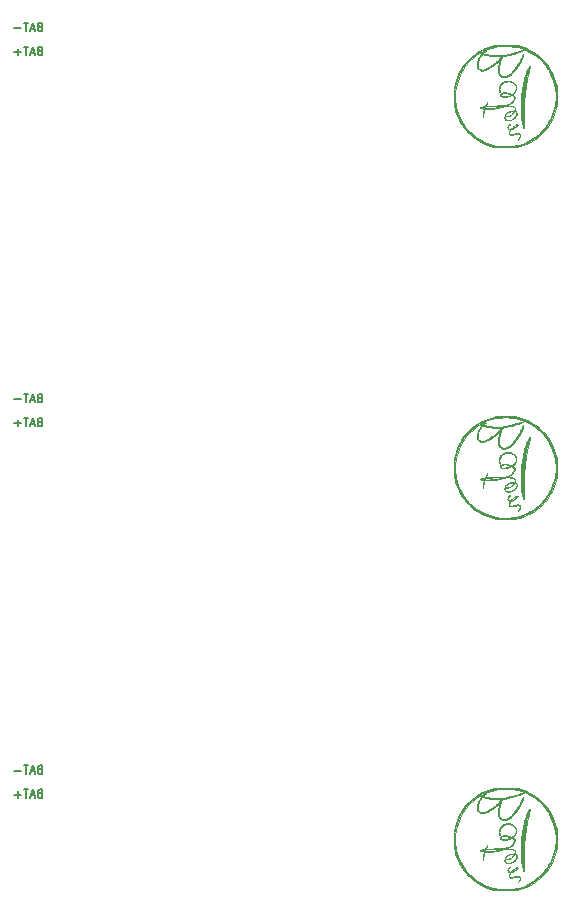
<source format=gbr>
G04 #@! TF.GenerationSoftware,KiCad,Pcbnew,5.1.5+dfsg1-2build2*
G04 #@! TF.CreationDate,2021-03-22T12:15:19+01:00*
G04 #@! TF.ProjectId,ATSAME51J18A-devboard-panel,41545341-4d45-4353-914a-3138412d6465,rev?*
G04 #@! TF.SameCoordinates,Original*
G04 #@! TF.FileFunction,Legend,Bot*
G04 #@! TF.FilePolarity,Positive*
%FSLAX46Y46*%
G04 Gerber Fmt 4.6, Leading zero omitted, Abs format (unit mm)*
G04 Created by KiCad (PCBNEW 5.1.5+dfsg1-2build2) date 2021-03-22 12:15:19*
%MOMM*%
%LPD*%
G04 APERTURE LIST*
%ADD10C,0.150000*%
%ADD11C,0.010000*%
G04 APERTURE END LIST*
D10*
X54252001Y-122752019D02*
X54152001Y-122785352D01*
X54118667Y-122818685D01*
X54085334Y-122885352D01*
X54085334Y-122985352D01*
X54118667Y-123052019D01*
X54152001Y-123085352D01*
X54218667Y-123118685D01*
X54485334Y-123118685D01*
X54485334Y-122418685D01*
X54252001Y-122418685D01*
X54185334Y-122452019D01*
X54152001Y-122485352D01*
X54118667Y-122552019D01*
X54118667Y-122618685D01*
X54152001Y-122685352D01*
X54185334Y-122718685D01*
X54252001Y-122752019D01*
X54485334Y-122752019D01*
X53818667Y-122918685D02*
X53485334Y-122918685D01*
X53885334Y-123118685D02*
X53652001Y-122418685D01*
X53418667Y-123118685D01*
X53285334Y-122418685D02*
X52885334Y-122418685D01*
X53085334Y-123118685D02*
X53085334Y-122418685D01*
X52652001Y-122852019D02*
X52118667Y-122852019D01*
X52385334Y-123118685D02*
X52385334Y-122585352D01*
X54252001Y-120720019D02*
X54152001Y-120753352D01*
X54118667Y-120786685D01*
X54085334Y-120853352D01*
X54085334Y-120953352D01*
X54118667Y-121020019D01*
X54152001Y-121053352D01*
X54218667Y-121086685D01*
X54485334Y-121086685D01*
X54485334Y-120386685D01*
X54252001Y-120386685D01*
X54185334Y-120420019D01*
X54152001Y-120453352D01*
X54118667Y-120520019D01*
X54118667Y-120586685D01*
X54152001Y-120653352D01*
X54185334Y-120686685D01*
X54252001Y-120720019D01*
X54485334Y-120720019D01*
X53818667Y-120886685D02*
X53485334Y-120886685D01*
X53885334Y-121086685D02*
X53652001Y-120386685D01*
X53418667Y-121086685D01*
X53285334Y-120386685D02*
X52885334Y-120386685D01*
X53085334Y-121086685D02*
X53085334Y-120386685D01*
X52652001Y-120820019D02*
X52118667Y-120820019D01*
X54252001Y-91304010D02*
X54152001Y-91337343D01*
X54118667Y-91370676D01*
X54085334Y-91437343D01*
X54085334Y-91537343D01*
X54118667Y-91604010D01*
X54152001Y-91637343D01*
X54218667Y-91670676D01*
X54485334Y-91670676D01*
X54485334Y-90970676D01*
X54252001Y-90970676D01*
X54185334Y-91004010D01*
X54152001Y-91037343D01*
X54118667Y-91104010D01*
X54118667Y-91170676D01*
X54152001Y-91237343D01*
X54185334Y-91270676D01*
X54252001Y-91304010D01*
X54485334Y-91304010D01*
X53818667Y-91470676D02*
X53485334Y-91470676D01*
X53885334Y-91670676D02*
X53652001Y-90970676D01*
X53418667Y-91670676D01*
X53285334Y-90970676D02*
X52885334Y-90970676D01*
X53085334Y-91670676D02*
X53085334Y-90970676D01*
X52652001Y-91404010D02*
X52118667Y-91404010D01*
X52385334Y-91670676D02*
X52385334Y-91137343D01*
X54252001Y-89272010D02*
X54152001Y-89305343D01*
X54118667Y-89338676D01*
X54085334Y-89405343D01*
X54085334Y-89505343D01*
X54118667Y-89572010D01*
X54152001Y-89605343D01*
X54218667Y-89638676D01*
X54485334Y-89638676D01*
X54485334Y-88938676D01*
X54252001Y-88938676D01*
X54185334Y-88972010D01*
X54152001Y-89005343D01*
X54118667Y-89072010D01*
X54118667Y-89138676D01*
X54152001Y-89205343D01*
X54185334Y-89238676D01*
X54252001Y-89272010D01*
X54485334Y-89272010D01*
X53818667Y-89438676D02*
X53485334Y-89438676D01*
X53885334Y-89638676D02*
X53652001Y-88938676D01*
X53418667Y-89638676D01*
X53285334Y-88938676D02*
X52885334Y-88938676D01*
X53085334Y-89638676D02*
X53085334Y-88938676D01*
X52652001Y-89372010D02*
X52118667Y-89372010D01*
X54252001Y-59856001D02*
X54152001Y-59889334D01*
X54118667Y-59922667D01*
X54085334Y-59989334D01*
X54085334Y-60089334D01*
X54118667Y-60156001D01*
X54152001Y-60189334D01*
X54218667Y-60222667D01*
X54485334Y-60222667D01*
X54485334Y-59522667D01*
X54252001Y-59522667D01*
X54185334Y-59556001D01*
X54152001Y-59589334D01*
X54118667Y-59656001D01*
X54118667Y-59722667D01*
X54152001Y-59789334D01*
X54185334Y-59822667D01*
X54252001Y-59856001D01*
X54485334Y-59856001D01*
X53818667Y-60022667D02*
X53485334Y-60022667D01*
X53885334Y-60222667D02*
X53652001Y-59522667D01*
X53418667Y-60222667D01*
X53285334Y-59522667D02*
X52885334Y-59522667D01*
X53085334Y-60222667D02*
X53085334Y-59522667D01*
X52652001Y-59956001D02*
X52118667Y-59956001D01*
X52385334Y-60222667D02*
X52385334Y-59689334D01*
X54252001Y-57824001D02*
X54152001Y-57857334D01*
X54118667Y-57890667D01*
X54085334Y-57957334D01*
X54085334Y-58057334D01*
X54118667Y-58124001D01*
X54152001Y-58157334D01*
X54218667Y-58190667D01*
X54485334Y-58190667D01*
X54485334Y-57490667D01*
X54252001Y-57490667D01*
X54185334Y-57524001D01*
X54152001Y-57557334D01*
X54118667Y-57624001D01*
X54118667Y-57690667D01*
X54152001Y-57757334D01*
X54185334Y-57790667D01*
X54252001Y-57824001D01*
X54485334Y-57824001D01*
X53818667Y-57990667D02*
X53485334Y-57990667D01*
X53885334Y-58190667D02*
X53652001Y-57490667D01*
X53418667Y-58190667D01*
X53285334Y-57490667D02*
X52885334Y-57490667D01*
X53085334Y-58190667D02*
X53085334Y-57490667D01*
X52652001Y-57924001D02*
X52118667Y-57924001D01*
D11*
G36*
X91533173Y-127581983D02*
G01*
X91548554Y-127596313D01*
X91576693Y-127611186D01*
X91615567Y-127625819D01*
X91663150Y-127639431D01*
X91717418Y-127651241D01*
X91766161Y-127659126D01*
X91806242Y-127664725D01*
X91839699Y-127669608D01*
X91863253Y-127673282D01*
X91873627Y-127675253D01*
X91873814Y-127675338D01*
X91872585Y-127683674D01*
X91867430Y-127705174D01*
X91859142Y-127736733D01*
X91848511Y-127775245D01*
X91846626Y-127781915D01*
X91819565Y-127884363D01*
X91799937Y-127975677D01*
X91787122Y-128059626D01*
X91780500Y-128139979D01*
X91779225Y-128191579D01*
X91779629Y-128242697D01*
X91781462Y-128280366D01*
X91785062Y-128308038D01*
X91790766Y-128329169D01*
X91793280Y-128335560D01*
X91807706Y-128369438D01*
X91802771Y-128325413D01*
X91801303Y-128284722D01*
X91803985Y-128230851D01*
X91810327Y-128166914D01*
X91819837Y-128096020D01*
X91832025Y-128021282D01*
X91846401Y-127945813D01*
X91862474Y-127872722D01*
X91879755Y-127805124D01*
X91890619Y-127768105D01*
X91914350Y-127691879D01*
X92079152Y-127691365D01*
X92151863Y-127690506D01*
X92235735Y-127688462D01*
X92326722Y-127685412D01*
X92420780Y-127681538D01*
X92513863Y-127677020D01*
X92601925Y-127672038D01*
X92680921Y-127666774D01*
X92743653Y-127661696D01*
X92804241Y-127654487D01*
X92878031Y-127642950D01*
X92962040Y-127627755D01*
X93053283Y-127609569D01*
X93148778Y-127589060D01*
X93245540Y-127566897D01*
X93340587Y-127543748D01*
X93430933Y-127520280D01*
X93513597Y-127497163D01*
X93585593Y-127475063D01*
X93603306Y-127469192D01*
X93643714Y-127455827D01*
X93678098Y-127445609D01*
X93709429Y-127438324D01*
X93740677Y-127433758D01*
X93774811Y-127431698D01*
X93814802Y-127431931D01*
X93863620Y-127434242D01*
X93924236Y-127438418D01*
X93975964Y-127442390D01*
X94026562Y-127447385D01*
X94084053Y-127454764D01*
X94144803Y-127463892D01*
X94205178Y-127474132D01*
X94261543Y-127484851D01*
X94310263Y-127495412D01*
X94347705Y-127505180D01*
X94361780Y-127509836D01*
X94413150Y-127536921D01*
X94451296Y-127573841D01*
X94475636Y-127619162D01*
X94485592Y-127671447D01*
X94480583Y-127729262D01*
X94467829Y-127772339D01*
X94457315Y-127800181D01*
X94448343Y-127819747D01*
X94446398Y-127822116D01*
X94446398Y-127884262D01*
X94454489Y-127885686D01*
X94473845Y-127891831D01*
X94495213Y-127899501D01*
X94543605Y-127926111D01*
X94582171Y-127964389D01*
X94609542Y-128011324D01*
X94624349Y-128063908D01*
X94625222Y-128119132D01*
X94615055Y-128162945D01*
X94600209Y-128195428D01*
X94576322Y-128236737D01*
X94545917Y-128283318D01*
X94511512Y-128331615D01*
X94475629Y-128378073D01*
X94440787Y-128419139D01*
X94412832Y-128448143D01*
X94381276Y-128476540D01*
X94350529Y-128500097D01*
X94315854Y-128521947D01*
X94272511Y-128545222D01*
X94245924Y-128558462D01*
X94202147Y-128578976D01*
X94158542Y-128597803D01*
X94119914Y-128612965D01*
X94091073Y-128622486D01*
X94089080Y-128623009D01*
X94034889Y-128632227D01*
X93972850Y-128635422D01*
X93907790Y-128632981D01*
X93844541Y-128625292D01*
X93787930Y-128612741D01*
X93742789Y-128595716D01*
X93741676Y-128595147D01*
X93715800Y-128578363D01*
X93688526Y-128555634D01*
X93678730Y-128545898D01*
X93645190Y-128506520D01*
X93623070Y-128470206D01*
X93611954Y-128433629D01*
X93611425Y-128393464D01*
X93621066Y-128346383D01*
X93640462Y-128289060D01*
X93645080Y-128277083D01*
X93654699Y-128252483D01*
X93677702Y-128273930D01*
X93698086Y-128291095D01*
X93718712Y-128303293D01*
X93742349Y-128310849D01*
X93771769Y-128314082D01*
X93809742Y-128313315D01*
X93859038Y-128308871D01*
X93917216Y-128301752D01*
X93967207Y-128294300D01*
X94006011Y-128285914D01*
X94039369Y-128275046D01*
X94073021Y-128260150D01*
X94074735Y-128259310D01*
X94152351Y-128213258D01*
X94229212Y-128152419D01*
X94303110Y-128078887D01*
X94371834Y-127994752D01*
X94405807Y-127945964D01*
X94423787Y-127918612D01*
X94437800Y-127897308D01*
X94445574Y-127885506D01*
X94446398Y-127884262D01*
X94446398Y-127822116D01*
X94437861Y-127832515D01*
X94422811Y-127839960D01*
X94400140Y-127843560D01*
X94366792Y-127844791D01*
X94319712Y-127845129D01*
X94317184Y-127845147D01*
X94303726Y-127845352D01*
X94303726Y-127866352D01*
X94344638Y-127867219D01*
X94368559Y-127869218D01*
X94390777Y-127872040D01*
X94404325Y-127875603D01*
X94409067Y-127882485D01*
X94404865Y-127895263D01*
X94391583Y-127916518D01*
X94369084Y-127948826D01*
X94363946Y-127956156D01*
X94315414Y-128019545D01*
X94261597Y-128079540D01*
X94204897Y-128134098D01*
X94147715Y-128181178D01*
X94092451Y-128218737D01*
X94041505Y-128244733D01*
X94013835Y-128253974D01*
X93980897Y-128262349D01*
X93948158Y-128270804D01*
X93938090Y-128273442D01*
X93914437Y-128277882D01*
X93879835Y-128282203D01*
X93840264Y-128285708D01*
X93823231Y-128286790D01*
X93742013Y-128291265D01*
X93710772Y-128263836D01*
X93690833Y-128243762D01*
X93681650Y-128225382D01*
X93679532Y-128203134D01*
X93682636Y-128172967D01*
X93690187Y-128144436D01*
X93690962Y-128142504D01*
X93709238Y-128113623D01*
X93740264Y-128080685D01*
X93781062Y-128045927D01*
X93828656Y-128011582D01*
X93880068Y-127979886D01*
X93932320Y-127953075D01*
X93957698Y-127942252D01*
X93994913Y-127929361D01*
X94043014Y-127915239D01*
X94097131Y-127901065D01*
X94152396Y-127888017D01*
X94203941Y-127877272D01*
X94246898Y-127870009D01*
X94264835Y-127867946D01*
X94303726Y-127866352D01*
X94303726Y-127845352D01*
X94266785Y-127845915D01*
X94227299Y-127847912D01*
X94192715Y-127851965D01*
X94157024Y-127858898D01*
X94114215Y-127869538D01*
X94087656Y-127876670D01*
X93998311Y-127904750D01*
X93916342Y-127937982D01*
X93843085Y-127975387D01*
X93779874Y-128015987D01*
X93728044Y-128058802D01*
X93688931Y-128102852D01*
X93663869Y-128147159D01*
X93654194Y-128190742D01*
X93654123Y-128194663D01*
X93650533Y-128213715D01*
X93640990Y-128242476D01*
X93627332Y-128275617D01*
X93622789Y-128285446D01*
X93597917Y-128348639D01*
X93587535Y-128404850D01*
X93591922Y-128456322D01*
X93611360Y-128505293D01*
X93646128Y-128554006D01*
X93658066Y-128567283D01*
X93691890Y-128598169D01*
X93730334Y-128621891D01*
X93777389Y-128640387D01*
X93837046Y-128655593D01*
X93842212Y-128656670D01*
X93933409Y-128669072D01*
X94020425Y-128667117D01*
X94106928Y-128650414D01*
X94195521Y-128619026D01*
X94277713Y-128581023D01*
X94346627Y-128541751D01*
X94405841Y-128498235D01*
X94458930Y-128447504D01*
X94509470Y-128386582D01*
X94557319Y-128318173D01*
X94596801Y-128255328D01*
X94625408Y-128202316D01*
X94643766Y-128156533D01*
X94652504Y-128115376D01*
X94652248Y-128076244D01*
X94643625Y-128036534D01*
X94632542Y-128006011D01*
X94615803Y-127972762D01*
X94594692Y-127940620D01*
X94580725Y-127923963D01*
X94561354Y-127905466D01*
X94542731Y-127892015D01*
X94519357Y-127880372D01*
X94485732Y-127867302D01*
X94482333Y-127866061D01*
X94459360Y-127857695D01*
X94480151Y-127812280D01*
X94504420Y-127744640D01*
X94513051Y-127682723D01*
X94506314Y-127627169D01*
X94484484Y-127578618D01*
X94447832Y-127537708D01*
X94396631Y-127505080D01*
X94340152Y-127483838D01*
X94315009Y-127475657D01*
X94296127Y-127467756D01*
X94291720Y-127465140D01*
X94278091Y-127460138D01*
X94250314Y-127453946D01*
X94211109Y-127446969D01*
X94163192Y-127439612D01*
X94109280Y-127432279D01*
X94052092Y-127425376D01*
X93994344Y-127419307D01*
X93967494Y-127416833D01*
X93923473Y-127412512D01*
X93884056Y-127407779D01*
X93853097Y-127403157D01*
X93834449Y-127399169D01*
X93832626Y-127398530D01*
X93824624Y-127394302D01*
X93823691Y-127389363D01*
X93831753Y-127382123D01*
X93850739Y-127370994D01*
X93882574Y-127354385D01*
X93891912Y-127349625D01*
X93931250Y-127329223D01*
X93970537Y-127308192D01*
X94003783Y-127289765D01*
X94016790Y-127282228D01*
X94041644Y-127268926D01*
X94061124Y-127261181D01*
X94069977Y-127260460D01*
X94081995Y-127259254D01*
X94103847Y-127249656D01*
X94132000Y-127233671D01*
X94162917Y-127213306D01*
X94192808Y-127190773D01*
X94214513Y-127174745D01*
X94232171Y-127164514D01*
X94238685Y-127162536D01*
X94245646Y-127159526D01*
X94244414Y-127157140D01*
X94247192Y-127148836D01*
X94259123Y-127131048D01*
X94278020Y-127106871D01*
X94289895Y-127092777D01*
X94357824Y-127008197D01*
X94410162Y-126929958D01*
X94446974Y-126857938D01*
X94468326Y-126792018D01*
X94473794Y-126754653D01*
X94472175Y-126698235D01*
X94457996Y-126648312D01*
X94430201Y-126603242D01*
X94387732Y-126561379D01*
X94329532Y-126521078D01*
X94320034Y-126515447D01*
X94292589Y-126498967D01*
X94271337Y-126485301D01*
X94260164Y-126476969D01*
X94259482Y-126476168D01*
X94263825Y-126468458D01*
X94278854Y-126453928D01*
X94301444Y-126435561D01*
X94304245Y-126433443D01*
X94349507Y-126397208D01*
X94393881Y-126357667D01*
X94433596Y-126318445D01*
X94464880Y-126283169D01*
X94476214Y-126268096D01*
X94503821Y-126223966D01*
X94533315Y-126169935D01*
X94561513Y-126112264D01*
X94585228Y-126057213D01*
X94590473Y-126043544D01*
X94607681Y-125978333D01*
X94615201Y-125905248D01*
X94612916Y-125830389D01*
X94600711Y-125759857D01*
X94596183Y-125743897D01*
X94560856Y-125657886D01*
X94510439Y-125577590D01*
X94446148Y-125504132D01*
X94369199Y-125438633D01*
X94280806Y-125382218D01*
X94182186Y-125336009D01*
X94136884Y-125319539D01*
X94110556Y-125311016D01*
X94087958Y-125304796D01*
X94065675Y-125300525D01*
X94040290Y-125297849D01*
X94008385Y-125296415D01*
X93966546Y-125295868D01*
X93911354Y-125295855D01*
X93908208Y-125295862D01*
X93850655Y-125296193D01*
X93806275Y-125297132D01*
X93771301Y-125299036D01*
X93741970Y-125302265D01*
X93714516Y-125307176D01*
X93685174Y-125314129D01*
X93667432Y-125318802D01*
X93589070Y-125344173D01*
X93510937Y-125377365D01*
X93438555Y-125415744D01*
X93377444Y-125456678D01*
X93376020Y-125457780D01*
X93316109Y-125512975D01*
X93259196Y-125582166D01*
X93207182Y-125662446D01*
X93161968Y-125750905D01*
X93127996Y-125837061D01*
X93118139Y-125869723D01*
X93112009Y-125901127D01*
X93108837Y-125937108D01*
X93107850Y-125983498D01*
X93107841Y-125989512D01*
X93109864Y-126051611D01*
X93116808Y-126102544D01*
X93129986Y-126147691D01*
X93150710Y-126192437D01*
X93162344Y-126213022D01*
X93175070Y-126236134D01*
X93182548Y-126252770D01*
X93183418Y-126258361D01*
X93185722Y-126264649D01*
X93198448Y-126271943D01*
X93215441Y-126277763D01*
X93230546Y-126279630D01*
X93234312Y-126278866D01*
X93244375Y-126270864D01*
X93246339Y-126256107D01*
X93239817Y-126232368D01*
X93224426Y-126197419D01*
X93217969Y-126184310D01*
X93190643Y-126115850D01*
X93177214Y-126045911D01*
X93177662Y-125972322D01*
X93191966Y-125892911D01*
X93214413Y-125820834D01*
X93244682Y-125750586D01*
X93283604Y-125680817D01*
X93328459Y-125615431D01*
X93376523Y-125558334D01*
X93425075Y-125513431D01*
X93432750Y-125507607D01*
X93477137Y-125479236D01*
X93532387Y-125450264D01*
X93592738Y-125423346D01*
X93652429Y-125401133D01*
X93685598Y-125391151D01*
X93729606Y-125382197D01*
X93784816Y-125375189D01*
X93846431Y-125370333D01*
X93909653Y-125367837D01*
X93969685Y-125367908D01*
X94021730Y-125370755D01*
X94054546Y-125375199D01*
X94147600Y-125401280D01*
X94240200Y-125442305D01*
X94329026Y-125496522D01*
X94410761Y-125562182D01*
X94413148Y-125564384D01*
X94476486Y-125632502D01*
X94523790Y-125705073D01*
X94555638Y-125783239D01*
X94572608Y-125868141D01*
X94573952Y-125882082D01*
X94574774Y-125965295D01*
X94562151Y-126041697D01*
X94535289Y-126113233D01*
X94493389Y-126181851D01*
X94435655Y-126249496D01*
X94415279Y-126269746D01*
X94382863Y-126299469D01*
X94345790Y-126331151D01*
X94307030Y-126362501D01*
X94269558Y-126391228D01*
X94236345Y-126415040D01*
X94210362Y-126431645D01*
X94196754Y-126438210D01*
X94178581Y-126437466D01*
X94151801Y-126428519D01*
X94139075Y-126422566D01*
X94094774Y-126402706D01*
X94037150Y-126380886D01*
X93969538Y-126358215D01*
X93895272Y-126335803D01*
X93817687Y-126314759D01*
X93806619Y-126311952D01*
X93722824Y-126293472D01*
X93649694Y-126283393D01*
X93604074Y-126282139D01*
X93604074Y-126336026D01*
X93656426Y-126339136D01*
X93715041Y-126348557D01*
X93783333Y-126364436D01*
X93840452Y-126379962D01*
X93887825Y-126394108D01*
X93936590Y-126409937D01*
X93984191Y-126426473D01*
X94028069Y-126442739D01*
X94065665Y-126457757D01*
X94094423Y-126470550D01*
X94111783Y-126480139D01*
X94115629Y-126485108D01*
X94106654Y-126490986D01*
X94085553Y-126501788D01*
X94055788Y-126515803D01*
X94031107Y-126526849D01*
X93948452Y-126558838D01*
X93859847Y-126584439D01*
X93761381Y-126604662D01*
X93683767Y-126616251D01*
X93590598Y-126626433D01*
X93511839Y-126630601D01*
X93446007Y-126628603D01*
X93391620Y-126620286D01*
X93347194Y-126605498D01*
X93311247Y-126584085D01*
X93302677Y-126577038D01*
X93279498Y-126547896D01*
X93271901Y-126516287D01*
X93278964Y-126483549D01*
X93299761Y-126451018D01*
X93333370Y-126420033D01*
X93378867Y-126391930D01*
X93435328Y-126368047D01*
X93450451Y-126363078D01*
X93504501Y-126348144D01*
X93554571Y-126339078D01*
X93604074Y-126336026D01*
X93604074Y-126282139D01*
X93583272Y-126281567D01*
X93519601Y-126287845D01*
X93465877Y-126299138D01*
X93391008Y-126323122D01*
X93327899Y-126353428D01*
X93277595Y-126389172D01*
X93241139Y-126429471D01*
X93219578Y-126473439D01*
X93213742Y-126512478D01*
X93215737Y-126539946D01*
X93224015Y-126560993D01*
X93241936Y-126583921D01*
X93243253Y-126585385D01*
X93276957Y-126616052D01*
X93317367Y-126639861D01*
X93366171Y-126657173D01*
X93425055Y-126668351D01*
X93495705Y-126673754D01*
X93579808Y-126673746D01*
X93642768Y-126670993D01*
X93732294Y-126664469D01*
X93809166Y-126655341D01*
X93877595Y-126642582D01*
X93941794Y-126625164D01*
X94005973Y-126602061D01*
X94074343Y-126572244D01*
X94102456Y-126558863D01*
X94190835Y-126516017D01*
X94254907Y-126548862D01*
X94303229Y-126577468D01*
X94345933Y-126610055D01*
X94380314Y-126644026D01*
X94403668Y-126676784D01*
X94412574Y-126700270D01*
X94415649Y-126734170D01*
X94411819Y-126769839D01*
X94400341Y-126808643D01*
X94380473Y-126851949D01*
X94351471Y-126901123D01*
X94312593Y-126957530D01*
X94263095Y-127022536D01*
X94202233Y-127097509D01*
X94185740Y-127117271D01*
X94162766Y-127145058D01*
X94144269Y-127167473D01*
X94128314Y-127185636D01*
X94112962Y-127200672D01*
X94096275Y-127213703D01*
X94076316Y-127225850D01*
X94051148Y-127238238D01*
X94018832Y-127251987D01*
X93977432Y-127268222D01*
X93925008Y-127288064D01*
X93859625Y-127312635D01*
X93827748Y-127324668D01*
X93666828Y-127385556D01*
X93348644Y-127391036D01*
X93348644Y-127423060D01*
X93400825Y-127423084D01*
X93442985Y-127423732D01*
X93473275Y-127425030D01*
X93489849Y-127427006D01*
X93492210Y-127428907D01*
X93483344Y-127431760D01*
X93459999Y-127438061D01*
X93424166Y-127447304D01*
X93377837Y-127458986D01*
X93323005Y-127472601D01*
X93261661Y-127487645D01*
X93226127Y-127496284D01*
X93129087Y-127519588D01*
X93045998Y-127538980D01*
X92974435Y-127554886D01*
X92911975Y-127567736D01*
X92856195Y-127577958D01*
X92804672Y-127585981D01*
X92754982Y-127592232D01*
X92704703Y-127597140D01*
X92651410Y-127601133D01*
X92622872Y-127602921D01*
X92561577Y-127606767D01*
X92490247Y-127611558D01*
X92415728Y-127616817D01*
X92344862Y-127622064D01*
X92307474Y-127624966D01*
X92242089Y-127629232D01*
X92177544Y-127631754D01*
X92116271Y-127632591D01*
X92060699Y-127631800D01*
X92013259Y-127629439D01*
X91976381Y-127625566D01*
X91952496Y-127620239D01*
X91945403Y-127616358D01*
X91945973Y-127606847D01*
X91951533Y-127585650D01*
X91960958Y-127556882D01*
X91963839Y-127548847D01*
X91986808Y-127485870D01*
X92064564Y-127480694D01*
X92093574Y-127478899D01*
X92136461Y-127476429D01*
X92190180Y-127473449D01*
X92251691Y-127470127D01*
X92317950Y-127466628D01*
X92385914Y-127463118D01*
X92392169Y-127462800D01*
X92470635Y-127458766D01*
X92557198Y-127454249D01*
X92646508Y-127449532D01*
X92733216Y-127444899D01*
X92811972Y-127440634D01*
X92857991Y-127438103D01*
X92928585Y-127434511D01*
X93002091Y-127431356D01*
X93076662Y-127428664D01*
X93150451Y-127426461D01*
X93221609Y-127424775D01*
X93288289Y-127423632D01*
X93348644Y-127423060D01*
X93348644Y-127391036D01*
X93319578Y-127391537D01*
X93218228Y-127393685D01*
X93111112Y-127396764D01*
X92996820Y-127400841D01*
X92873939Y-127405983D01*
X92741058Y-127412254D01*
X92596765Y-127419722D01*
X92439648Y-127428452D01*
X92268297Y-127438512D01*
X92106324Y-127448409D01*
X92066688Y-127450782D01*
X92034038Y-127452571D01*
X92011604Y-127453612D01*
X92002615Y-127453738D01*
X92002573Y-127453708D01*
X92006099Y-127443634D01*
X92016155Y-127420019D01*
X92031961Y-127384602D01*
X92052734Y-127339121D01*
X92077692Y-127285314D01*
X92092971Y-127252693D01*
X92113161Y-127208916D01*
X92130129Y-127170565D01*
X92142805Y-127140191D01*
X92150118Y-127120345D01*
X92151310Y-127113652D01*
X92143544Y-127112187D01*
X92143303Y-127112425D01*
X92136653Y-127122740D01*
X92123777Y-127145214D01*
X92106229Y-127176959D01*
X92085565Y-127215089D01*
X92063340Y-127256717D01*
X92041111Y-127298956D01*
X92020433Y-127338920D01*
X92007568Y-127364287D01*
X91989811Y-127400243D01*
X91976240Y-127426071D01*
X91963702Y-127443741D01*
X91949043Y-127455225D01*
X91930107Y-127462129D01*
X91930107Y-127493198D01*
X91941663Y-127494507D01*
X91943286Y-127496327D01*
X91940560Y-127505468D01*
X91933459Y-127525800D01*
X91924873Y-127549262D01*
X91914106Y-127576811D01*
X91904785Y-127598287D01*
X91899789Y-127607662D01*
X91889079Y-127611484D01*
X91864529Y-127612208D01*
X91825528Y-127609786D01*
X91771467Y-127604172D01*
X91701735Y-127595320D01*
X91657225Y-127589159D01*
X91561728Y-127575637D01*
X91590690Y-127560115D01*
X91631421Y-127543224D01*
X91687565Y-127527663D01*
X91757620Y-127513798D01*
X91815597Y-127505103D01*
X91868525Y-127498396D01*
X91906211Y-127494461D01*
X91930107Y-127493198D01*
X91930107Y-127462129D01*
X91929109Y-127462493D01*
X91900747Y-127467518D01*
X91860801Y-127472271D01*
X91828948Y-127475932D01*
X91770075Y-127484720D01*
X91711939Y-127496667D01*
X91657352Y-127510890D01*
X91609130Y-127526504D01*
X91570087Y-127542627D01*
X91543038Y-127558375D01*
X91532576Y-127568976D01*
X91533173Y-127581983D01*
G37*
X91533173Y-127581983D02*
X91548554Y-127596313D01*
X91576693Y-127611186D01*
X91615567Y-127625819D01*
X91663150Y-127639431D01*
X91717418Y-127651241D01*
X91766161Y-127659126D01*
X91806242Y-127664725D01*
X91839699Y-127669608D01*
X91863253Y-127673282D01*
X91873627Y-127675253D01*
X91873814Y-127675338D01*
X91872585Y-127683674D01*
X91867430Y-127705174D01*
X91859142Y-127736733D01*
X91848511Y-127775245D01*
X91846626Y-127781915D01*
X91819565Y-127884363D01*
X91799937Y-127975677D01*
X91787122Y-128059626D01*
X91780500Y-128139979D01*
X91779225Y-128191579D01*
X91779629Y-128242697D01*
X91781462Y-128280366D01*
X91785062Y-128308038D01*
X91790766Y-128329169D01*
X91793280Y-128335560D01*
X91807706Y-128369438D01*
X91802771Y-128325413D01*
X91801303Y-128284722D01*
X91803985Y-128230851D01*
X91810327Y-128166914D01*
X91819837Y-128096020D01*
X91832025Y-128021282D01*
X91846401Y-127945813D01*
X91862474Y-127872722D01*
X91879755Y-127805124D01*
X91890619Y-127768105D01*
X91914350Y-127691879D01*
X92079152Y-127691365D01*
X92151863Y-127690506D01*
X92235735Y-127688462D01*
X92326722Y-127685412D01*
X92420780Y-127681538D01*
X92513863Y-127677020D01*
X92601925Y-127672038D01*
X92680921Y-127666774D01*
X92743653Y-127661696D01*
X92804241Y-127654487D01*
X92878031Y-127642950D01*
X92962040Y-127627755D01*
X93053283Y-127609569D01*
X93148778Y-127589060D01*
X93245540Y-127566897D01*
X93340587Y-127543748D01*
X93430933Y-127520280D01*
X93513597Y-127497163D01*
X93585593Y-127475063D01*
X93603306Y-127469192D01*
X93643714Y-127455827D01*
X93678098Y-127445609D01*
X93709429Y-127438324D01*
X93740677Y-127433758D01*
X93774811Y-127431698D01*
X93814802Y-127431931D01*
X93863620Y-127434242D01*
X93924236Y-127438418D01*
X93975964Y-127442390D01*
X94026562Y-127447385D01*
X94084053Y-127454764D01*
X94144803Y-127463892D01*
X94205178Y-127474132D01*
X94261543Y-127484851D01*
X94310263Y-127495412D01*
X94347705Y-127505180D01*
X94361780Y-127509836D01*
X94413150Y-127536921D01*
X94451296Y-127573841D01*
X94475636Y-127619162D01*
X94485592Y-127671447D01*
X94480583Y-127729262D01*
X94467829Y-127772339D01*
X94457315Y-127800181D01*
X94448343Y-127819747D01*
X94446398Y-127822116D01*
X94446398Y-127884262D01*
X94454489Y-127885686D01*
X94473845Y-127891831D01*
X94495213Y-127899501D01*
X94543605Y-127926111D01*
X94582171Y-127964389D01*
X94609542Y-128011324D01*
X94624349Y-128063908D01*
X94625222Y-128119132D01*
X94615055Y-128162945D01*
X94600209Y-128195428D01*
X94576322Y-128236737D01*
X94545917Y-128283318D01*
X94511512Y-128331615D01*
X94475629Y-128378073D01*
X94440787Y-128419139D01*
X94412832Y-128448143D01*
X94381276Y-128476540D01*
X94350529Y-128500097D01*
X94315854Y-128521947D01*
X94272511Y-128545222D01*
X94245924Y-128558462D01*
X94202147Y-128578976D01*
X94158542Y-128597803D01*
X94119914Y-128612965D01*
X94091073Y-128622486D01*
X94089080Y-128623009D01*
X94034889Y-128632227D01*
X93972850Y-128635422D01*
X93907790Y-128632981D01*
X93844541Y-128625292D01*
X93787930Y-128612741D01*
X93742789Y-128595716D01*
X93741676Y-128595147D01*
X93715800Y-128578363D01*
X93688526Y-128555634D01*
X93678730Y-128545898D01*
X93645190Y-128506520D01*
X93623070Y-128470206D01*
X93611954Y-128433629D01*
X93611425Y-128393464D01*
X93621066Y-128346383D01*
X93640462Y-128289060D01*
X93645080Y-128277083D01*
X93654699Y-128252483D01*
X93677702Y-128273930D01*
X93698086Y-128291095D01*
X93718712Y-128303293D01*
X93742349Y-128310849D01*
X93771769Y-128314082D01*
X93809742Y-128313315D01*
X93859038Y-128308871D01*
X93917216Y-128301752D01*
X93967207Y-128294300D01*
X94006011Y-128285914D01*
X94039369Y-128275046D01*
X94073021Y-128260150D01*
X94074735Y-128259310D01*
X94152351Y-128213258D01*
X94229212Y-128152419D01*
X94303110Y-128078887D01*
X94371834Y-127994752D01*
X94405807Y-127945964D01*
X94423787Y-127918612D01*
X94437800Y-127897308D01*
X94445574Y-127885506D01*
X94446398Y-127884262D01*
X94446398Y-127822116D01*
X94437861Y-127832515D01*
X94422811Y-127839960D01*
X94400140Y-127843560D01*
X94366792Y-127844791D01*
X94319712Y-127845129D01*
X94317184Y-127845147D01*
X94303726Y-127845352D01*
X94303726Y-127866352D01*
X94344638Y-127867219D01*
X94368559Y-127869218D01*
X94390777Y-127872040D01*
X94404325Y-127875603D01*
X94409067Y-127882485D01*
X94404865Y-127895263D01*
X94391583Y-127916518D01*
X94369084Y-127948826D01*
X94363946Y-127956156D01*
X94315414Y-128019545D01*
X94261597Y-128079540D01*
X94204897Y-128134098D01*
X94147715Y-128181178D01*
X94092451Y-128218737D01*
X94041505Y-128244733D01*
X94013835Y-128253974D01*
X93980897Y-128262349D01*
X93948158Y-128270804D01*
X93938090Y-128273442D01*
X93914437Y-128277882D01*
X93879835Y-128282203D01*
X93840264Y-128285708D01*
X93823231Y-128286790D01*
X93742013Y-128291265D01*
X93710772Y-128263836D01*
X93690833Y-128243762D01*
X93681650Y-128225382D01*
X93679532Y-128203134D01*
X93682636Y-128172967D01*
X93690187Y-128144436D01*
X93690962Y-128142504D01*
X93709238Y-128113623D01*
X93740264Y-128080685D01*
X93781062Y-128045927D01*
X93828656Y-128011582D01*
X93880068Y-127979886D01*
X93932320Y-127953075D01*
X93957698Y-127942252D01*
X93994913Y-127929361D01*
X94043014Y-127915239D01*
X94097131Y-127901065D01*
X94152396Y-127888017D01*
X94203941Y-127877272D01*
X94246898Y-127870009D01*
X94264835Y-127867946D01*
X94303726Y-127866352D01*
X94303726Y-127845352D01*
X94266785Y-127845915D01*
X94227299Y-127847912D01*
X94192715Y-127851965D01*
X94157024Y-127858898D01*
X94114215Y-127869538D01*
X94087656Y-127876670D01*
X93998311Y-127904750D01*
X93916342Y-127937982D01*
X93843085Y-127975387D01*
X93779874Y-128015987D01*
X93728044Y-128058802D01*
X93688931Y-128102852D01*
X93663869Y-128147159D01*
X93654194Y-128190742D01*
X93654123Y-128194663D01*
X93650533Y-128213715D01*
X93640990Y-128242476D01*
X93627332Y-128275617D01*
X93622789Y-128285446D01*
X93597917Y-128348639D01*
X93587535Y-128404850D01*
X93591922Y-128456322D01*
X93611360Y-128505293D01*
X93646128Y-128554006D01*
X93658066Y-128567283D01*
X93691890Y-128598169D01*
X93730334Y-128621891D01*
X93777389Y-128640387D01*
X93837046Y-128655593D01*
X93842212Y-128656670D01*
X93933409Y-128669072D01*
X94020425Y-128667117D01*
X94106928Y-128650414D01*
X94195521Y-128619026D01*
X94277713Y-128581023D01*
X94346627Y-128541751D01*
X94405841Y-128498235D01*
X94458930Y-128447504D01*
X94509470Y-128386582D01*
X94557319Y-128318173D01*
X94596801Y-128255328D01*
X94625408Y-128202316D01*
X94643766Y-128156533D01*
X94652504Y-128115376D01*
X94652248Y-128076244D01*
X94643625Y-128036534D01*
X94632542Y-128006011D01*
X94615803Y-127972762D01*
X94594692Y-127940620D01*
X94580725Y-127923963D01*
X94561354Y-127905466D01*
X94542731Y-127892015D01*
X94519357Y-127880372D01*
X94485732Y-127867302D01*
X94482333Y-127866061D01*
X94459360Y-127857695D01*
X94480151Y-127812280D01*
X94504420Y-127744640D01*
X94513051Y-127682723D01*
X94506314Y-127627169D01*
X94484484Y-127578618D01*
X94447832Y-127537708D01*
X94396631Y-127505080D01*
X94340152Y-127483838D01*
X94315009Y-127475657D01*
X94296127Y-127467756D01*
X94291720Y-127465140D01*
X94278091Y-127460138D01*
X94250314Y-127453946D01*
X94211109Y-127446969D01*
X94163192Y-127439612D01*
X94109280Y-127432279D01*
X94052092Y-127425376D01*
X93994344Y-127419307D01*
X93967494Y-127416833D01*
X93923473Y-127412512D01*
X93884056Y-127407779D01*
X93853097Y-127403157D01*
X93834449Y-127399169D01*
X93832626Y-127398530D01*
X93824624Y-127394302D01*
X93823691Y-127389363D01*
X93831753Y-127382123D01*
X93850739Y-127370994D01*
X93882574Y-127354385D01*
X93891912Y-127349625D01*
X93931250Y-127329223D01*
X93970537Y-127308192D01*
X94003783Y-127289765D01*
X94016790Y-127282228D01*
X94041644Y-127268926D01*
X94061124Y-127261181D01*
X94069977Y-127260460D01*
X94081995Y-127259254D01*
X94103847Y-127249656D01*
X94132000Y-127233671D01*
X94162917Y-127213306D01*
X94192808Y-127190773D01*
X94214513Y-127174745D01*
X94232171Y-127164514D01*
X94238685Y-127162536D01*
X94245646Y-127159526D01*
X94244414Y-127157140D01*
X94247192Y-127148836D01*
X94259123Y-127131048D01*
X94278020Y-127106871D01*
X94289895Y-127092777D01*
X94357824Y-127008197D01*
X94410162Y-126929958D01*
X94446974Y-126857938D01*
X94468326Y-126792018D01*
X94473794Y-126754653D01*
X94472175Y-126698235D01*
X94457996Y-126648312D01*
X94430201Y-126603242D01*
X94387732Y-126561379D01*
X94329532Y-126521078D01*
X94320034Y-126515447D01*
X94292589Y-126498967D01*
X94271337Y-126485301D01*
X94260164Y-126476969D01*
X94259482Y-126476168D01*
X94263825Y-126468458D01*
X94278854Y-126453928D01*
X94301444Y-126435561D01*
X94304245Y-126433443D01*
X94349507Y-126397208D01*
X94393881Y-126357667D01*
X94433596Y-126318445D01*
X94464880Y-126283169D01*
X94476214Y-126268096D01*
X94503821Y-126223966D01*
X94533315Y-126169935D01*
X94561513Y-126112264D01*
X94585228Y-126057213D01*
X94590473Y-126043544D01*
X94607681Y-125978333D01*
X94615201Y-125905248D01*
X94612916Y-125830389D01*
X94600711Y-125759857D01*
X94596183Y-125743897D01*
X94560856Y-125657886D01*
X94510439Y-125577590D01*
X94446148Y-125504132D01*
X94369199Y-125438633D01*
X94280806Y-125382218D01*
X94182186Y-125336009D01*
X94136884Y-125319539D01*
X94110556Y-125311016D01*
X94087958Y-125304796D01*
X94065675Y-125300525D01*
X94040290Y-125297849D01*
X94008385Y-125296415D01*
X93966546Y-125295868D01*
X93911354Y-125295855D01*
X93908208Y-125295862D01*
X93850655Y-125296193D01*
X93806275Y-125297132D01*
X93771301Y-125299036D01*
X93741970Y-125302265D01*
X93714516Y-125307176D01*
X93685174Y-125314129D01*
X93667432Y-125318802D01*
X93589070Y-125344173D01*
X93510937Y-125377365D01*
X93438555Y-125415744D01*
X93377444Y-125456678D01*
X93376020Y-125457780D01*
X93316109Y-125512975D01*
X93259196Y-125582166D01*
X93207182Y-125662446D01*
X93161968Y-125750905D01*
X93127996Y-125837061D01*
X93118139Y-125869723D01*
X93112009Y-125901127D01*
X93108837Y-125937108D01*
X93107850Y-125983498D01*
X93107841Y-125989512D01*
X93109864Y-126051611D01*
X93116808Y-126102544D01*
X93129986Y-126147691D01*
X93150710Y-126192437D01*
X93162344Y-126213022D01*
X93175070Y-126236134D01*
X93182548Y-126252770D01*
X93183418Y-126258361D01*
X93185722Y-126264649D01*
X93198448Y-126271943D01*
X93215441Y-126277763D01*
X93230546Y-126279630D01*
X93234312Y-126278866D01*
X93244375Y-126270864D01*
X93246339Y-126256107D01*
X93239817Y-126232368D01*
X93224426Y-126197419D01*
X93217969Y-126184310D01*
X93190643Y-126115850D01*
X93177214Y-126045911D01*
X93177662Y-125972322D01*
X93191966Y-125892911D01*
X93214413Y-125820834D01*
X93244682Y-125750586D01*
X93283604Y-125680817D01*
X93328459Y-125615431D01*
X93376523Y-125558334D01*
X93425075Y-125513431D01*
X93432750Y-125507607D01*
X93477137Y-125479236D01*
X93532387Y-125450264D01*
X93592738Y-125423346D01*
X93652429Y-125401133D01*
X93685598Y-125391151D01*
X93729606Y-125382197D01*
X93784816Y-125375189D01*
X93846431Y-125370333D01*
X93909653Y-125367837D01*
X93969685Y-125367908D01*
X94021730Y-125370755D01*
X94054546Y-125375199D01*
X94147600Y-125401280D01*
X94240200Y-125442305D01*
X94329026Y-125496522D01*
X94410761Y-125562182D01*
X94413148Y-125564384D01*
X94476486Y-125632502D01*
X94523790Y-125705073D01*
X94555638Y-125783239D01*
X94572608Y-125868141D01*
X94573952Y-125882082D01*
X94574774Y-125965295D01*
X94562151Y-126041697D01*
X94535289Y-126113233D01*
X94493389Y-126181851D01*
X94435655Y-126249496D01*
X94415279Y-126269746D01*
X94382863Y-126299469D01*
X94345790Y-126331151D01*
X94307030Y-126362501D01*
X94269558Y-126391228D01*
X94236345Y-126415040D01*
X94210362Y-126431645D01*
X94196754Y-126438210D01*
X94178581Y-126437466D01*
X94151801Y-126428519D01*
X94139075Y-126422566D01*
X94094774Y-126402706D01*
X94037150Y-126380886D01*
X93969538Y-126358215D01*
X93895272Y-126335803D01*
X93817687Y-126314759D01*
X93806619Y-126311952D01*
X93722824Y-126293472D01*
X93649694Y-126283393D01*
X93604074Y-126282139D01*
X93604074Y-126336026D01*
X93656426Y-126339136D01*
X93715041Y-126348557D01*
X93783333Y-126364436D01*
X93840452Y-126379962D01*
X93887825Y-126394108D01*
X93936590Y-126409937D01*
X93984191Y-126426473D01*
X94028069Y-126442739D01*
X94065665Y-126457757D01*
X94094423Y-126470550D01*
X94111783Y-126480139D01*
X94115629Y-126485108D01*
X94106654Y-126490986D01*
X94085553Y-126501788D01*
X94055788Y-126515803D01*
X94031107Y-126526849D01*
X93948452Y-126558838D01*
X93859847Y-126584439D01*
X93761381Y-126604662D01*
X93683767Y-126616251D01*
X93590598Y-126626433D01*
X93511839Y-126630601D01*
X93446007Y-126628603D01*
X93391620Y-126620286D01*
X93347194Y-126605498D01*
X93311247Y-126584085D01*
X93302677Y-126577038D01*
X93279498Y-126547896D01*
X93271901Y-126516287D01*
X93278964Y-126483549D01*
X93299761Y-126451018D01*
X93333370Y-126420033D01*
X93378867Y-126391930D01*
X93435328Y-126368047D01*
X93450451Y-126363078D01*
X93504501Y-126348144D01*
X93554571Y-126339078D01*
X93604074Y-126336026D01*
X93604074Y-126282139D01*
X93583272Y-126281567D01*
X93519601Y-126287845D01*
X93465877Y-126299138D01*
X93391008Y-126323122D01*
X93327899Y-126353428D01*
X93277595Y-126389172D01*
X93241139Y-126429471D01*
X93219578Y-126473439D01*
X93213742Y-126512478D01*
X93215737Y-126539946D01*
X93224015Y-126560993D01*
X93241936Y-126583921D01*
X93243253Y-126585385D01*
X93276957Y-126616052D01*
X93317367Y-126639861D01*
X93366171Y-126657173D01*
X93425055Y-126668351D01*
X93495705Y-126673754D01*
X93579808Y-126673746D01*
X93642768Y-126670993D01*
X93732294Y-126664469D01*
X93809166Y-126655341D01*
X93877595Y-126642582D01*
X93941794Y-126625164D01*
X94005973Y-126602061D01*
X94074343Y-126572244D01*
X94102456Y-126558863D01*
X94190835Y-126516017D01*
X94254907Y-126548862D01*
X94303229Y-126577468D01*
X94345933Y-126610055D01*
X94380314Y-126644026D01*
X94403668Y-126676784D01*
X94412574Y-126700270D01*
X94415649Y-126734170D01*
X94411819Y-126769839D01*
X94400341Y-126808643D01*
X94380473Y-126851949D01*
X94351471Y-126901123D01*
X94312593Y-126957530D01*
X94263095Y-127022536D01*
X94202233Y-127097509D01*
X94185740Y-127117271D01*
X94162766Y-127145058D01*
X94144269Y-127167473D01*
X94128314Y-127185636D01*
X94112962Y-127200672D01*
X94096275Y-127213703D01*
X94076316Y-127225850D01*
X94051148Y-127238238D01*
X94018832Y-127251987D01*
X93977432Y-127268222D01*
X93925008Y-127288064D01*
X93859625Y-127312635D01*
X93827748Y-127324668D01*
X93666828Y-127385556D01*
X93348644Y-127391036D01*
X93348644Y-127423060D01*
X93400825Y-127423084D01*
X93442985Y-127423732D01*
X93473275Y-127425030D01*
X93489849Y-127427006D01*
X93492210Y-127428907D01*
X93483344Y-127431760D01*
X93459999Y-127438061D01*
X93424166Y-127447304D01*
X93377837Y-127458986D01*
X93323005Y-127472601D01*
X93261661Y-127487645D01*
X93226127Y-127496284D01*
X93129087Y-127519588D01*
X93045998Y-127538980D01*
X92974435Y-127554886D01*
X92911975Y-127567736D01*
X92856195Y-127577958D01*
X92804672Y-127585981D01*
X92754982Y-127592232D01*
X92704703Y-127597140D01*
X92651410Y-127601133D01*
X92622872Y-127602921D01*
X92561577Y-127606767D01*
X92490247Y-127611558D01*
X92415728Y-127616817D01*
X92344862Y-127622064D01*
X92307474Y-127624966D01*
X92242089Y-127629232D01*
X92177544Y-127631754D01*
X92116271Y-127632591D01*
X92060699Y-127631800D01*
X92013259Y-127629439D01*
X91976381Y-127625566D01*
X91952496Y-127620239D01*
X91945403Y-127616358D01*
X91945973Y-127606847D01*
X91951533Y-127585650D01*
X91960958Y-127556882D01*
X91963839Y-127548847D01*
X91986808Y-127485870D01*
X92064564Y-127480694D01*
X92093574Y-127478899D01*
X92136461Y-127476429D01*
X92190180Y-127473449D01*
X92251691Y-127470127D01*
X92317950Y-127466628D01*
X92385914Y-127463118D01*
X92392169Y-127462800D01*
X92470635Y-127458766D01*
X92557198Y-127454249D01*
X92646508Y-127449532D01*
X92733216Y-127444899D01*
X92811972Y-127440634D01*
X92857991Y-127438103D01*
X92928585Y-127434511D01*
X93002091Y-127431356D01*
X93076662Y-127428664D01*
X93150451Y-127426461D01*
X93221609Y-127424775D01*
X93288289Y-127423632D01*
X93348644Y-127423060D01*
X93348644Y-127391036D01*
X93319578Y-127391537D01*
X93218228Y-127393685D01*
X93111112Y-127396764D01*
X92996820Y-127400841D01*
X92873939Y-127405983D01*
X92741058Y-127412254D01*
X92596765Y-127419722D01*
X92439648Y-127428452D01*
X92268297Y-127438512D01*
X92106324Y-127448409D01*
X92066688Y-127450782D01*
X92034038Y-127452571D01*
X92011604Y-127453612D01*
X92002615Y-127453738D01*
X92002573Y-127453708D01*
X92006099Y-127443634D01*
X92016155Y-127420019D01*
X92031961Y-127384602D01*
X92052734Y-127339121D01*
X92077692Y-127285314D01*
X92092971Y-127252693D01*
X92113161Y-127208916D01*
X92130129Y-127170565D01*
X92142805Y-127140191D01*
X92150118Y-127120345D01*
X92151310Y-127113652D01*
X92143544Y-127112187D01*
X92143303Y-127112425D01*
X92136653Y-127122740D01*
X92123777Y-127145214D01*
X92106229Y-127176959D01*
X92085565Y-127215089D01*
X92063340Y-127256717D01*
X92041111Y-127298956D01*
X92020433Y-127338920D01*
X92007568Y-127364287D01*
X91989811Y-127400243D01*
X91976240Y-127426071D01*
X91963702Y-127443741D01*
X91949043Y-127455225D01*
X91930107Y-127462129D01*
X91930107Y-127493198D01*
X91941663Y-127494507D01*
X91943286Y-127496327D01*
X91940560Y-127505468D01*
X91933459Y-127525800D01*
X91924873Y-127549262D01*
X91914106Y-127576811D01*
X91904785Y-127598287D01*
X91899789Y-127607662D01*
X91889079Y-127611484D01*
X91864529Y-127612208D01*
X91825528Y-127609786D01*
X91771467Y-127604172D01*
X91701735Y-127595320D01*
X91657225Y-127589159D01*
X91561728Y-127575637D01*
X91590690Y-127560115D01*
X91631421Y-127543224D01*
X91687565Y-127527663D01*
X91757620Y-127513798D01*
X91815597Y-127505103D01*
X91868525Y-127498396D01*
X91906211Y-127494461D01*
X91930107Y-127493198D01*
X91930107Y-127462129D01*
X91929109Y-127462493D01*
X91900747Y-127467518D01*
X91860801Y-127472271D01*
X91828948Y-127475932D01*
X91770075Y-127484720D01*
X91711939Y-127496667D01*
X91657352Y-127510890D01*
X91609130Y-127526504D01*
X91570087Y-127542627D01*
X91543038Y-127558375D01*
X91532576Y-127568976D01*
X91533173Y-127581983D01*
G36*
X93862261Y-129282123D02*
G01*
X93882144Y-129327292D01*
X93917001Y-129365747D01*
X93926682Y-129373212D01*
X93954879Y-129390861D01*
X93986001Y-129403758D01*
X94025505Y-129413875D01*
X94053753Y-129419134D01*
X94084961Y-129424450D01*
X94042318Y-129495801D01*
X94018261Y-129539815D01*
X93995682Y-129587929D01*
X93976136Y-129636109D01*
X93961179Y-129680324D01*
X93952366Y-129716544D01*
X93950669Y-129733349D01*
X93954469Y-129756508D01*
X93964194Y-129785017D01*
X93969612Y-129796824D01*
X93984648Y-129821188D01*
X94004171Y-129839692D01*
X94033671Y-129857345D01*
X94038861Y-129860009D01*
X94062883Y-129871542D01*
X94083392Y-129878914D01*
X94105371Y-129883015D01*
X94133802Y-129884734D01*
X94173671Y-129884958D01*
X94178607Y-129884931D01*
X94228184Y-129883345D01*
X94275494Y-129878643D01*
X94326810Y-129869997D01*
X94382499Y-129857950D01*
X94464389Y-129840215D01*
X94541348Y-129825908D01*
X94610925Y-129815371D01*
X94670671Y-129808946D01*
X94718135Y-129806976D01*
X94739460Y-129808050D01*
X94785698Y-129816277D01*
X94830382Y-129830198D01*
X94868546Y-129847881D01*
X94895224Y-129867395D01*
X94897021Y-129869320D01*
X94913299Y-129899916D01*
X94915935Y-129921945D01*
X94910896Y-129954264D01*
X94896632Y-129998009D01*
X94874069Y-130051042D01*
X94844134Y-130111230D01*
X94807753Y-130176437D01*
X94799494Y-130190379D01*
X94738686Y-130292013D01*
X94789858Y-130237281D01*
X94850597Y-130165897D01*
X94898532Y-130095776D01*
X94932932Y-130028306D01*
X94953068Y-129964880D01*
X94958425Y-129916073D01*
X94956737Y-129883590D01*
X94950022Y-129859551D01*
X94935803Y-129835655D01*
X94933456Y-129832376D01*
X94909460Y-129806536D01*
X94875123Y-129782619D01*
X94845325Y-129766691D01*
X94813976Y-129752511D01*
X94783821Y-129742369D01*
X94752576Y-129736371D01*
X94717959Y-129734622D01*
X94677686Y-129737227D01*
X94629473Y-129744290D01*
X94571039Y-129755917D01*
X94500100Y-129772213D01*
X94447731Y-129784980D01*
X94382791Y-129800856D01*
X94331297Y-129812893D01*
X94290322Y-129821597D01*
X94256938Y-129827477D01*
X94228220Y-129831039D01*
X94201241Y-129832790D01*
X94173074Y-129833238D01*
X94169321Y-129833227D01*
X94127541Y-129832359D01*
X94097413Y-129829590D01*
X94073679Y-129824037D01*
X94051082Y-129814818D01*
X94046513Y-129812593D01*
X94012092Y-129790933D01*
X93992938Y-129765894D01*
X93987409Y-129734029D01*
X93992272Y-129698658D01*
X94003468Y-129660437D01*
X94020338Y-129617534D01*
X94041281Y-129572715D01*
X94064695Y-129528744D01*
X94088977Y-129488386D01*
X94112525Y-129454406D01*
X94133735Y-129429569D01*
X94151007Y-129416639D01*
X94156426Y-129415420D01*
X94183750Y-129411978D01*
X94221482Y-129402691D01*
X94264798Y-129389120D01*
X94308872Y-129372826D01*
X94348877Y-129355369D01*
X94361158Y-129349204D01*
X94404607Y-129323902D01*
X94452853Y-129291635D01*
X94503284Y-129254579D01*
X94553287Y-129214909D01*
X94600248Y-129174803D01*
X94641556Y-129136436D01*
X94674599Y-129101984D01*
X94696762Y-129073622D01*
X94701260Y-129065938D01*
X94710529Y-129037959D01*
X94706088Y-129018035D01*
X94689176Y-129006250D01*
X94661030Y-129002689D01*
X94629087Y-129006665D01*
X94629087Y-129034293D01*
X94650725Y-129036241D01*
X94660267Y-129043394D01*
X94657785Y-129057721D01*
X94643354Y-129081189D01*
X94631411Y-129097318D01*
X94596592Y-129135723D01*
X94549375Y-129177272D01*
X94493278Y-129219308D01*
X94431817Y-129259175D01*
X94375390Y-129290713D01*
X94322625Y-129316684D01*
X94275098Y-129337785D01*
X94235133Y-129353130D01*
X94205054Y-129361830D01*
X94187185Y-129362998D01*
X94186575Y-129362817D01*
X94187782Y-129355531D01*
X94198305Y-129338182D01*
X94216330Y-129313474D01*
X94236769Y-129288015D01*
X94297268Y-129221690D01*
X94360912Y-129163339D01*
X94425689Y-129114264D01*
X94489589Y-129075766D01*
X94550601Y-129049144D01*
X94606713Y-129035699D01*
X94629087Y-129034293D01*
X94629087Y-129006665D01*
X94622887Y-129007437D01*
X94575987Y-129020578D01*
X94521566Y-129042198D01*
X94500217Y-129052149D01*
X94390706Y-129114117D01*
X94290737Y-129189105D01*
X94202236Y-129275607D01*
X94176780Y-129305317D01*
X94153452Y-129333395D01*
X94133545Y-129356657D01*
X94119876Y-129371847D01*
X94115976Y-129375629D01*
X94100519Y-129379595D01*
X94073962Y-129379187D01*
X94041361Y-129375117D01*
X94007774Y-129368098D01*
X93978256Y-129358844D01*
X93969253Y-129354935D01*
X93932220Y-129328745D01*
X93908899Y-129293273D01*
X93899579Y-129249562D01*
X93904545Y-129198657D01*
X93916042Y-129160957D01*
X93932716Y-129126400D01*
X93955449Y-129091377D01*
X93980676Y-129060517D01*
X94004832Y-129038446D01*
X94015219Y-129032232D01*
X94031453Y-129021587D01*
X94033966Y-129012989D01*
X94022835Y-129009837D01*
X94014733Y-129010832D01*
X94000828Y-129012591D01*
X93999638Y-129007392D01*
X94007463Y-128994537D01*
X94023408Y-128976019D01*
X94037359Y-128965409D01*
X94048271Y-128955992D01*
X94044646Y-128947136D01*
X94032708Y-128946501D01*
X94013111Y-128959703D01*
X93986708Y-128985935D01*
X93954354Y-129024389D01*
X93932150Y-129053383D01*
X93892297Y-129115868D01*
X93867354Y-129175456D01*
X93857337Y-129231192D01*
X93862261Y-129282123D01*
G37*
X93862261Y-129282123D02*
X93882144Y-129327292D01*
X93917001Y-129365747D01*
X93926682Y-129373212D01*
X93954879Y-129390861D01*
X93986001Y-129403758D01*
X94025505Y-129413875D01*
X94053753Y-129419134D01*
X94084961Y-129424450D01*
X94042318Y-129495801D01*
X94018261Y-129539815D01*
X93995682Y-129587929D01*
X93976136Y-129636109D01*
X93961179Y-129680324D01*
X93952366Y-129716544D01*
X93950669Y-129733349D01*
X93954469Y-129756508D01*
X93964194Y-129785017D01*
X93969612Y-129796824D01*
X93984648Y-129821188D01*
X94004171Y-129839692D01*
X94033671Y-129857345D01*
X94038861Y-129860009D01*
X94062883Y-129871542D01*
X94083392Y-129878914D01*
X94105371Y-129883015D01*
X94133802Y-129884734D01*
X94173671Y-129884958D01*
X94178607Y-129884931D01*
X94228184Y-129883345D01*
X94275494Y-129878643D01*
X94326810Y-129869997D01*
X94382499Y-129857950D01*
X94464389Y-129840215D01*
X94541348Y-129825908D01*
X94610925Y-129815371D01*
X94670671Y-129808946D01*
X94718135Y-129806976D01*
X94739460Y-129808050D01*
X94785698Y-129816277D01*
X94830382Y-129830198D01*
X94868546Y-129847881D01*
X94895224Y-129867395D01*
X94897021Y-129869320D01*
X94913299Y-129899916D01*
X94915935Y-129921945D01*
X94910896Y-129954264D01*
X94896632Y-129998009D01*
X94874069Y-130051042D01*
X94844134Y-130111230D01*
X94807753Y-130176437D01*
X94799494Y-130190379D01*
X94738686Y-130292013D01*
X94789858Y-130237281D01*
X94850597Y-130165897D01*
X94898532Y-130095776D01*
X94932932Y-130028306D01*
X94953068Y-129964880D01*
X94958425Y-129916073D01*
X94956737Y-129883590D01*
X94950022Y-129859551D01*
X94935803Y-129835655D01*
X94933456Y-129832376D01*
X94909460Y-129806536D01*
X94875123Y-129782619D01*
X94845325Y-129766691D01*
X94813976Y-129752511D01*
X94783821Y-129742369D01*
X94752576Y-129736371D01*
X94717959Y-129734622D01*
X94677686Y-129737227D01*
X94629473Y-129744290D01*
X94571039Y-129755917D01*
X94500100Y-129772213D01*
X94447731Y-129784980D01*
X94382791Y-129800856D01*
X94331297Y-129812893D01*
X94290322Y-129821597D01*
X94256938Y-129827477D01*
X94228220Y-129831039D01*
X94201241Y-129832790D01*
X94173074Y-129833238D01*
X94169321Y-129833227D01*
X94127541Y-129832359D01*
X94097413Y-129829590D01*
X94073679Y-129824037D01*
X94051082Y-129814818D01*
X94046513Y-129812593D01*
X94012092Y-129790933D01*
X93992938Y-129765894D01*
X93987409Y-129734029D01*
X93992272Y-129698658D01*
X94003468Y-129660437D01*
X94020338Y-129617534D01*
X94041281Y-129572715D01*
X94064695Y-129528744D01*
X94088977Y-129488386D01*
X94112525Y-129454406D01*
X94133735Y-129429569D01*
X94151007Y-129416639D01*
X94156426Y-129415420D01*
X94183750Y-129411978D01*
X94221482Y-129402691D01*
X94264798Y-129389120D01*
X94308872Y-129372826D01*
X94348877Y-129355369D01*
X94361158Y-129349204D01*
X94404607Y-129323902D01*
X94452853Y-129291635D01*
X94503284Y-129254579D01*
X94553287Y-129214909D01*
X94600248Y-129174803D01*
X94641556Y-129136436D01*
X94674599Y-129101984D01*
X94696762Y-129073622D01*
X94701260Y-129065938D01*
X94710529Y-129037959D01*
X94706088Y-129018035D01*
X94689176Y-129006250D01*
X94661030Y-129002689D01*
X94629087Y-129006665D01*
X94629087Y-129034293D01*
X94650725Y-129036241D01*
X94660267Y-129043394D01*
X94657785Y-129057721D01*
X94643354Y-129081189D01*
X94631411Y-129097318D01*
X94596592Y-129135723D01*
X94549375Y-129177272D01*
X94493278Y-129219308D01*
X94431817Y-129259175D01*
X94375390Y-129290713D01*
X94322625Y-129316684D01*
X94275098Y-129337785D01*
X94235133Y-129353130D01*
X94205054Y-129361830D01*
X94187185Y-129362998D01*
X94186575Y-129362817D01*
X94187782Y-129355531D01*
X94198305Y-129338182D01*
X94216330Y-129313474D01*
X94236769Y-129288015D01*
X94297268Y-129221690D01*
X94360912Y-129163339D01*
X94425689Y-129114264D01*
X94489589Y-129075766D01*
X94550601Y-129049144D01*
X94606713Y-129035699D01*
X94629087Y-129034293D01*
X94629087Y-129006665D01*
X94622887Y-129007437D01*
X94575987Y-129020578D01*
X94521566Y-129042198D01*
X94500217Y-129052149D01*
X94390706Y-129114117D01*
X94290737Y-129189105D01*
X94202236Y-129275607D01*
X94176780Y-129305317D01*
X94153452Y-129333395D01*
X94133545Y-129356657D01*
X94119876Y-129371847D01*
X94115976Y-129375629D01*
X94100519Y-129379595D01*
X94073962Y-129379187D01*
X94041361Y-129375117D01*
X94007774Y-129368098D01*
X93978256Y-129358844D01*
X93969253Y-129354935D01*
X93932220Y-129328745D01*
X93908899Y-129293273D01*
X93899579Y-129249562D01*
X93904545Y-129198657D01*
X93916042Y-129160957D01*
X93932716Y-129126400D01*
X93955449Y-129091377D01*
X93980676Y-129060517D01*
X94004832Y-129038446D01*
X94015219Y-129032232D01*
X94031453Y-129021587D01*
X94033966Y-129012989D01*
X94022835Y-129009837D01*
X94014733Y-129010832D01*
X94000828Y-129012591D01*
X93999638Y-129007392D01*
X94007463Y-128994537D01*
X94023408Y-128976019D01*
X94037359Y-128965409D01*
X94048271Y-128955992D01*
X94044646Y-128947136D01*
X94032708Y-128946501D01*
X94013111Y-128959703D01*
X93986708Y-128985935D01*
X93954354Y-129024389D01*
X93932150Y-129053383D01*
X93892297Y-129115868D01*
X93867354Y-129175456D01*
X93857337Y-129231192D01*
X93862261Y-129282123D01*
G36*
X91263351Y-124023688D02*
G01*
X91272092Y-124092907D01*
X91280688Y-124127241D01*
X91313972Y-124206534D01*
X91361365Y-124277496D01*
X91421573Y-124338842D01*
X91493300Y-124389285D01*
X91575253Y-124427542D01*
X91587568Y-124431886D01*
X91636639Y-124443026D01*
X91696493Y-124448010D01*
X91762187Y-124446970D01*
X91828773Y-124440037D01*
X91891308Y-124427342D01*
X91905174Y-124423449D01*
X91979236Y-124397200D01*
X92064985Y-124359235D01*
X92162066Y-124309751D01*
X92270124Y-124248946D01*
X92388803Y-124177017D01*
X92517749Y-124094161D01*
X92612376Y-124030821D01*
X92701153Y-123969813D01*
X92777032Y-123916021D01*
X92841699Y-123868046D01*
X92896841Y-123824489D01*
X92944145Y-123783951D01*
X92985297Y-123745033D01*
X93021983Y-123706338D01*
X93055892Y-123666465D01*
X93064117Y-123656167D01*
X93091360Y-123622328D01*
X93123497Y-123583375D01*
X93154239Y-123546919D01*
X93158605Y-123541829D01*
X93183795Y-123512124D01*
X93206868Y-123484157D01*
X93224015Y-123462574D01*
X93228095Y-123457134D01*
X93235609Y-123447920D01*
X93237915Y-123448860D01*
X93234703Y-123461508D01*
X93225658Y-123487422D01*
X93217705Y-123508909D01*
X93172328Y-123641200D01*
X93133952Y-123775757D01*
X93102777Y-123910658D01*
X93079003Y-124043984D01*
X93062830Y-124173814D01*
X93054458Y-124298229D01*
X93054087Y-124415307D01*
X93061917Y-124523129D01*
X93078147Y-124619775D01*
X93095515Y-124682466D01*
X93115688Y-124734414D01*
X93141067Y-124787262D01*
X93169093Y-124836433D01*
X93197208Y-124877352D01*
X93217277Y-124900325D01*
X93282301Y-124952334D01*
X93355558Y-124989604D01*
X93436897Y-125012117D01*
X93526167Y-125019854D01*
X93623220Y-125012795D01*
X93727904Y-124990923D01*
X93789614Y-124972261D01*
X93885027Y-124934734D01*
X93982510Y-124885963D01*
X94075616Y-124829346D01*
X94119945Y-124798094D01*
X94191605Y-124739768D01*
X94268258Y-124668177D01*
X94347902Y-124585486D01*
X94428535Y-124493857D01*
X94508154Y-124395452D01*
X94573379Y-124308318D01*
X94604912Y-124263660D01*
X94642403Y-124209032D01*
X94683998Y-124147270D01*
X94727843Y-124081212D01*
X94772084Y-124013695D01*
X94814867Y-123947556D01*
X94854337Y-123885631D01*
X94888641Y-123830759D01*
X94915924Y-123785776D01*
X94924849Y-123770505D01*
X94974688Y-123680290D01*
X95021897Y-123587986D01*
X95065122Y-123496617D01*
X95103005Y-123409208D01*
X95134191Y-123328782D01*
X95157325Y-123258365D01*
X95161955Y-123241685D01*
X95170191Y-123202309D01*
X95175822Y-123158816D01*
X95178555Y-123116174D01*
X95178097Y-123079352D01*
X95174154Y-123053316D01*
X95173241Y-123050642D01*
X95169303Y-123047086D01*
X95162646Y-123051751D01*
X95152626Y-123065790D01*
X95138597Y-123090357D01*
X95119916Y-123126605D01*
X95095938Y-123175689D01*
X95066018Y-123238763D01*
X95054968Y-123262336D01*
X94998535Y-123379564D01*
X94940299Y-123493355D01*
X94878631Y-123606555D01*
X94811900Y-123722007D01*
X94738475Y-123842556D01*
X94656726Y-123971046D01*
X94593170Y-124068001D01*
X94506313Y-124196453D01*
X94425195Y-124310563D01*
X94348708Y-124411483D01*
X94275747Y-124500367D01*
X94205206Y-124578367D01*
X94135980Y-124646636D01*
X94066961Y-124706326D01*
X93997045Y-124758591D01*
X93925125Y-124804583D01*
X93850095Y-124845455D01*
X93844687Y-124848160D01*
X93759995Y-124886433D01*
X93682187Y-124912869D01*
X93607093Y-124928465D01*
X93530541Y-124934218D01*
X93487344Y-124933592D01*
X93420108Y-124926769D01*
X93364268Y-124911421D01*
X93315738Y-124885898D01*
X93270433Y-124848548D01*
X93265956Y-124844132D01*
X93228077Y-124797161D01*
X93193706Y-124737082D01*
X93164179Y-124667589D01*
X93140833Y-124592373D01*
X93125006Y-124515127D01*
X93118034Y-124439543D01*
X93117931Y-124435360D01*
X93119300Y-124397989D01*
X93124489Y-124345360D01*
X93133304Y-124278671D01*
X93145550Y-124199120D01*
X93161029Y-124107907D01*
X93179548Y-124006228D01*
X93200910Y-123895282D01*
X93224920Y-123776267D01*
X93227647Y-123763059D01*
X93238456Y-123710806D01*
X93247605Y-123668008D01*
X93256092Y-123632041D01*
X93264912Y-123600284D01*
X93275064Y-123570114D01*
X93287543Y-123538907D01*
X93303348Y-123504042D01*
X93323475Y-123462895D01*
X93348920Y-123412844D01*
X93380682Y-123351267D01*
X93393955Y-123325579D01*
X93410498Y-123293168D01*
X93424101Y-123265812D01*
X93432835Y-123247423D01*
X93434858Y-123242572D01*
X93444570Y-123236965D01*
X93469716Y-123229585D01*
X93508922Y-123220763D01*
X93560817Y-123210830D01*
X93582276Y-123207056D01*
X93691194Y-123186675D01*
X93809948Y-123161309D01*
X93939486Y-123130715D01*
X94080762Y-123094649D01*
X94234725Y-123052867D01*
X94402326Y-123005127D01*
X94584517Y-122951183D01*
X94606941Y-122944421D01*
X94670624Y-122924998D01*
X94733885Y-122905364D01*
X94793420Y-122886568D01*
X94845925Y-122869663D01*
X94888095Y-122855699D01*
X94911843Y-122847468D01*
X94955370Y-122830725D01*
X95003895Y-122810252D01*
X95054020Y-122787678D01*
X95102343Y-122764628D01*
X95145464Y-122742730D01*
X95179983Y-122723611D01*
X95202500Y-122708897D01*
X95204040Y-122707665D01*
X95225214Y-122690210D01*
X95204040Y-122694235D01*
X95167528Y-122701996D01*
X95119697Y-122713320D01*
X95065462Y-122726929D01*
X95009737Y-122741547D01*
X94957437Y-122755895D01*
X94913474Y-122768698D01*
X94894085Y-122774796D01*
X94845722Y-122790047D01*
X94783427Y-122808709D01*
X94709324Y-122830211D01*
X94625535Y-122853985D01*
X94534184Y-122879462D01*
X94437395Y-122906073D01*
X94337290Y-122933250D01*
X94235992Y-122960424D01*
X94135625Y-122987026D01*
X94038311Y-123012487D01*
X93946175Y-123036239D01*
X93861339Y-123057712D01*
X93785926Y-123076338D01*
X93722060Y-123091548D01*
X93671864Y-123102774D01*
X93662524Y-123104722D01*
X93586376Y-123119892D01*
X93519213Y-123132102D01*
X93457674Y-123141658D01*
X93398399Y-123148864D01*
X93338025Y-123154025D01*
X93273192Y-123157446D01*
X93200540Y-123159431D01*
X93116707Y-123160284D01*
X93048555Y-123160370D01*
X92974331Y-123160157D01*
X92909529Y-123159559D01*
X92851650Y-123158353D01*
X92798193Y-123156315D01*
X92746658Y-123153223D01*
X92694545Y-123148854D01*
X92639355Y-123142985D01*
X92578588Y-123135392D01*
X92509742Y-123125853D01*
X92430319Y-123114144D01*
X92337818Y-123100043D01*
X92290535Y-123092746D01*
X92230151Y-123083029D01*
X92165977Y-123072038D01*
X92100125Y-123060199D01*
X92034705Y-123047939D01*
X91971828Y-123035682D01*
X91913604Y-123023857D01*
X91862144Y-123012887D01*
X91819559Y-123003199D01*
X91787960Y-122995220D01*
X91769457Y-122989375D01*
X91765427Y-122986767D01*
X91771375Y-122977978D01*
X91787238Y-122960961D01*
X91810041Y-122938479D01*
X91836809Y-122913295D01*
X91864570Y-122888173D01*
X91890349Y-122865875D01*
X91911172Y-122849166D01*
X91920431Y-122842739D01*
X91946746Y-122831340D01*
X91973641Y-122826211D01*
X91975047Y-122826189D01*
X91994608Y-122823911D01*
X92002021Y-122815348D01*
X92002573Y-122809380D01*
X91995827Y-122793578D01*
X91977255Y-122787110D01*
X91949358Y-122790268D01*
X91922025Y-122799915D01*
X91869997Y-122828328D01*
X91812456Y-122869450D01*
X91752222Y-122921247D01*
X91746778Y-122926351D01*
X91713970Y-122957322D01*
X91713970Y-123042525D01*
X91724795Y-123043024D01*
X91747139Y-123048260D01*
X91776612Y-123057161D01*
X91783435Y-123059444D01*
X91877970Y-123088533D01*
X91986542Y-123116615D01*
X92106261Y-123143277D01*
X92234235Y-123168107D01*
X92367573Y-123190692D01*
X92503383Y-123210619D01*
X92638776Y-123227475D01*
X92770859Y-123240847D01*
X92896742Y-123250323D01*
X93013533Y-123255489D01*
X93118342Y-123255934D01*
X93152147Y-123254877D01*
X93281148Y-123249425D01*
X93256864Y-123290610D01*
X93242400Y-123312920D01*
X93220198Y-123344501D01*
X93193109Y-123381403D01*
X93163986Y-123419679D01*
X93159488Y-123425462D01*
X93119018Y-123475468D01*
X93076610Y-123523883D01*
X93031092Y-123571663D01*
X92981292Y-123619760D01*
X92926038Y-123669130D01*
X92864159Y-123720727D01*
X92794483Y-123775504D01*
X92715837Y-123834417D01*
X92627051Y-123898419D01*
X92526952Y-123968465D01*
X92414368Y-124045508D01*
X92319689Y-124109360D01*
X92223390Y-124172485D01*
X92137890Y-124225108D01*
X92061373Y-124268024D01*
X91992018Y-124302032D01*
X91928007Y-124327927D01*
X91867521Y-124346507D01*
X91808742Y-124358569D01*
X91749851Y-124364909D01*
X91734678Y-124365703D01*
X91689546Y-124367060D01*
X91656030Y-124366373D01*
X91628880Y-124363140D01*
X91602844Y-124356855D01*
X91585542Y-124351401D01*
X91510973Y-124318647D01*
X91448622Y-124274375D01*
X91398823Y-124219134D01*
X91361905Y-124153472D01*
X91338202Y-124077939D01*
X91328044Y-123993083D01*
X91329257Y-123927191D01*
X91346235Y-123790701D01*
X91377388Y-123654371D01*
X91396035Y-123593797D01*
X91416869Y-123537862D01*
X91444321Y-123473296D01*
X91475842Y-123405455D01*
X91508881Y-123339691D01*
X91540889Y-123281359D01*
X91559227Y-123251073D01*
X91575921Y-123225986D01*
X91597766Y-123194718D01*
X91622576Y-123160215D01*
X91648164Y-123125424D01*
X91672345Y-123093291D01*
X91692931Y-123066762D01*
X91707737Y-123048783D01*
X91713970Y-123042525D01*
X91713970Y-122957322D01*
X91698486Y-122971940D01*
X91639375Y-122966003D01*
X91592334Y-122963373D01*
X91557110Y-122965843D01*
X91535253Y-122973160D01*
X91528281Y-122984189D01*
X91532368Y-122992508D01*
X91547133Y-122992611D01*
X91553661Y-122991319D01*
X91577992Y-122990530D01*
X91607722Y-122995334D01*
X91634941Y-123003973D01*
X91649866Y-123012710D01*
X91647991Y-123021625D01*
X91636881Y-123039913D01*
X91618628Y-123064350D01*
X91608016Y-123077232D01*
X91553087Y-123148351D01*
X91497765Y-123231629D01*
X91444562Y-123322534D01*
X91395991Y-123416536D01*
X91354563Y-123509106D01*
X91326060Y-123585638D01*
X91300181Y-123675345D01*
X91280715Y-123767052D01*
X91267917Y-123857711D01*
X91262044Y-123944272D01*
X91263351Y-124023688D01*
G37*
X91263351Y-124023688D02*
X91272092Y-124092907D01*
X91280688Y-124127241D01*
X91313972Y-124206534D01*
X91361365Y-124277496D01*
X91421573Y-124338842D01*
X91493300Y-124389285D01*
X91575253Y-124427542D01*
X91587568Y-124431886D01*
X91636639Y-124443026D01*
X91696493Y-124448010D01*
X91762187Y-124446970D01*
X91828773Y-124440037D01*
X91891308Y-124427342D01*
X91905174Y-124423449D01*
X91979236Y-124397200D01*
X92064985Y-124359235D01*
X92162066Y-124309751D01*
X92270124Y-124248946D01*
X92388803Y-124177017D01*
X92517749Y-124094161D01*
X92612376Y-124030821D01*
X92701153Y-123969813D01*
X92777032Y-123916021D01*
X92841699Y-123868046D01*
X92896841Y-123824489D01*
X92944145Y-123783951D01*
X92985297Y-123745033D01*
X93021983Y-123706338D01*
X93055892Y-123666465D01*
X93064117Y-123656167D01*
X93091360Y-123622328D01*
X93123497Y-123583375D01*
X93154239Y-123546919D01*
X93158605Y-123541829D01*
X93183795Y-123512124D01*
X93206868Y-123484157D01*
X93224015Y-123462574D01*
X93228095Y-123457134D01*
X93235609Y-123447920D01*
X93237915Y-123448860D01*
X93234703Y-123461508D01*
X93225658Y-123487422D01*
X93217705Y-123508909D01*
X93172328Y-123641200D01*
X93133952Y-123775757D01*
X93102777Y-123910658D01*
X93079003Y-124043984D01*
X93062830Y-124173814D01*
X93054458Y-124298229D01*
X93054087Y-124415307D01*
X93061917Y-124523129D01*
X93078147Y-124619775D01*
X93095515Y-124682466D01*
X93115688Y-124734414D01*
X93141067Y-124787262D01*
X93169093Y-124836433D01*
X93197208Y-124877352D01*
X93217277Y-124900325D01*
X93282301Y-124952334D01*
X93355558Y-124989604D01*
X93436897Y-125012117D01*
X93526167Y-125019854D01*
X93623220Y-125012795D01*
X93727904Y-124990923D01*
X93789614Y-124972261D01*
X93885027Y-124934734D01*
X93982510Y-124885963D01*
X94075616Y-124829346D01*
X94119945Y-124798094D01*
X94191605Y-124739768D01*
X94268258Y-124668177D01*
X94347902Y-124585486D01*
X94428535Y-124493857D01*
X94508154Y-124395452D01*
X94573379Y-124308318D01*
X94604912Y-124263660D01*
X94642403Y-124209032D01*
X94683998Y-124147270D01*
X94727843Y-124081212D01*
X94772084Y-124013695D01*
X94814867Y-123947556D01*
X94854337Y-123885631D01*
X94888641Y-123830759D01*
X94915924Y-123785776D01*
X94924849Y-123770505D01*
X94974688Y-123680290D01*
X95021897Y-123587986D01*
X95065122Y-123496617D01*
X95103005Y-123409208D01*
X95134191Y-123328782D01*
X95157325Y-123258365D01*
X95161955Y-123241685D01*
X95170191Y-123202309D01*
X95175822Y-123158816D01*
X95178555Y-123116174D01*
X95178097Y-123079352D01*
X95174154Y-123053316D01*
X95173241Y-123050642D01*
X95169303Y-123047086D01*
X95162646Y-123051751D01*
X95152626Y-123065790D01*
X95138597Y-123090357D01*
X95119916Y-123126605D01*
X95095938Y-123175689D01*
X95066018Y-123238763D01*
X95054968Y-123262336D01*
X94998535Y-123379564D01*
X94940299Y-123493355D01*
X94878631Y-123606555D01*
X94811900Y-123722007D01*
X94738475Y-123842556D01*
X94656726Y-123971046D01*
X94593170Y-124068001D01*
X94506313Y-124196453D01*
X94425195Y-124310563D01*
X94348708Y-124411483D01*
X94275747Y-124500367D01*
X94205206Y-124578367D01*
X94135980Y-124646636D01*
X94066961Y-124706326D01*
X93997045Y-124758591D01*
X93925125Y-124804583D01*
X93850095Y-124845455D01*
X93844687Y-124848160D01*
X93759995Y-124886433D01*
X93682187Y-124912869D01*
X93607093Y-124928465D01*
X93530541Y-124934218D01*
X93487344Y-124933592D01*
X93420108Y-124926769D01*
X93364268Y-124911421D01*
X93315738Y-124885898D01*
X93270433Y-124848548D01*
X93265956Y-124844132D01*
X93228077Y-124797161D01*
X93193706Y-124737082D01*
X93164179Y-124667589D01*
X93140833Y-124592373D01*
X93125006Y-124515127D01*
X93118034Y-124439543D01*
X93117931Y-124435360D01*
X93119300Y-124397989D01*
X93124489Y-124345360D01*
X93133304Y-124278671D01*
X93145550Y-124199120D01*
X93161029Y-124107907D01*
X93179548Y-124006228D01*
X93200910Y-123895282D01*
X93224920Y-123776267D01*
X93227647Y-123763059D01*
X93238456Y-123710806D01*
X93247605Y-123668008D01*
X93256092Y-123632041D01*
X93264912Y-123600284D01*
X93275064Y-123570114D01*
X93287543Y-123538907D01*
X93303348Y-123504042D01*
X93323475Y-123462895D01*
X93348920Y-123412844D01*
X93380682Y-123351267D01*
X93393955Y-123325579D01*
X93410498Y-123293168D01*
X93424101Y-123265812D01*
X93432835Y-123247423D01*
X93434858Y-123242572D01*
X93444570Y-123236965D01*
X93469716Y-123229585D01*
X93508922Y-123220763D01*
X93560817Y-123210830D01*
X93582276Y-123207056D01*
X93691194Y-123186675D01*
X93809948Y-123161309D01*
X93939486Y-123130715D01*
X94080762Y-123094649D01*
X94234725Y-123052867D01*
X94402326Y-123005127D01*
X94584517Y-122951183D01*
X94606941Y-122944421D01*
X94670624Y-122924998D01*
X94733885Y-122905364D01*
X94793420Y-122886568D01*
X94845925Y-122869663D01*
X94888095Y-122855699D01*
X94911843Y-122847468D01*
X94955370Y-122830725D01*
X95003895Y-122810252D01*
X95054020Y-122787678D01*
X95102343Y-122764628D01*
X95145464Y-122742730D01*
X95179983Y-122723611D01*
X95202500Y-122708897D01*
X95204040Y-122707665D01*
X95225214Y-122690210D01*
X95204040Y-122694235D01*
X95167528Y-122701996D01*
X95119697Y-122713320D01*
X95065462Y-122726929D01*
X95009737Y-122741547D01*
X94957437Y-122755895D01*
X94913474Y-122768698D01*
X94894085Y-122774796D01*
X94845722Y-122790047D01*
X94783427Y-122808709D01*
X94709324Y-122830211D01*
X94625535Y-122853985D01*
X94534184Y-122879462D01*
X94437395Y-122906073D01*
X94337290Y-122933250D01*
X94235992Y-122960424D01*
X94135625Y-122987026D01*
X94038311Y-123012487D01*
X93946175Y-123036239D01*
X93861339Y-123057712D01*
X93785926Y-123076338D01*
X93722060Y-123091548D01*
X93671864Y-123102774D01*
X93662524Y-123104722D01*
X93586376Y-123119892D01*
X93519213Y-123132102D01*
X93457674Y-123141658D01*
X93398399Y-123148864D01*
X93338025Y-123154025D01*
X93273192Y-123157446D01*
X93200540Y-123159431D01*
X93116707Y-123160284D01*
X93048555Y-123160370D01*
X92974331Y-123160157D01*
X92909529Y-123159559D01*
X92851650Y-123158353D01*
X92798193Y-123156315D01*
X92746658Y-123153223D01*
X92694545Y-123148854D01*
X92639355Y-123142985D01*
X92578588Y-123135392D01*
X92509742Y-123125853D01*
X92430319Y-123114144D01*
X92337818Y-123100043D01*
X92290535Y-123092746D01*
X92230151Y-123083029D01*
X92165977Y-123072038D01*
X92100125Y-123060199D01*
X92034705Y-123047939D01*
X91971828Y-123035682D01*
X91913604Y-123023857D01*
X91862144Y-123012887D01*
X91819559Y-123003199D01*
X91787960Y-122995220D01*
X91769457Y-122989375D01*
X91765427Y-122986767D01*
X91771375Y-122977978D01*
X91787238Y-122960961D01*
X91810041Y-122938479D01*
X91836809Y-122913295D01*
X91864570Y-122888173D01*
X91890349Y-122865875D01*
X91911172Y-122849166D01*
X91920431Y-122842739D01*
X91946746Y-122831340D01*
X91973641Y-122826211D01*
X91975047Y-122826189D01*
X91994608Y-122823911D01*
X92002021Y-122815348D01*
X92002573Y-122809380D01*
X91995827Y-122793578D01*
X91977255Y-122787110D01*
X91949358Y-122790268D01*
X91922025Y-122799915D01*
X91869997Y-122828328D01*
X91812456Y-122869450D01*
X91752222Y-122921247D01*
X91746778Y-122926351D01*
X91713970Y-122957322D01*
X91713970Y-123042525D01*
X91724795Y-123043024D01*
X91747139Y-123048260D01*
X91776612Y-123057161D01*
X91783435Y-123059444D01*
X91877970Y-123088533D01*
X91986542Y-123116615D01*
X92106261Y-123143277D01*
X92234235Y-123168107D01*
X92367573Y-123190692D01*
X92503383Y-123210619D01*
X92638776Y-123227475D01*
X92770859Y-123240847D01*
X92896742Y-123250323D01*
X93013533Y-123255489D01*
X93118342Y-123255934D01*
X93152147Y-123254877D01*
X93281148Y-123249425D01*
X93256864Y-123290610D01*
X93242400Y-123312920D01*
X93220198Y-123344501D01*
X93193109Y-123381403D01*
X93163986Y-123419679D01*
X93159488Y-123425462D01*
X93119018Y-123475468D01*
X93076610Y-123523883D01*
X93031092Y-123571663D01*
X92981292Y-123619760D01*
X92926038Y-123669130D01*
X92864159Y-123720727D01*
X92794483Y-123775504D01*
X92715837Y-123834417D01*
X92627051Y-123898419D01*
X92526952Y-123968465D01*
X92414368Y-124045508D01*
X92319689Y-124109360D01*
X92223390Y-124172485D01*
X92137890Y-124225108D01*
X92061373Y-124268024D01*
X91992018Y-124302032D01*
X91928007Y-124327927D01*
X91867521Y-124346507D01*
X91808742Y-124358569D01*
X91749851Y-124364909D01*
X91734678Y-124365703D01*
X91689546Y-124367060D01*
X91656030Y-124366373D01*
X91628880Y-124363140D01*
X91602844Y-124356855D01*
X91585542Y-124351401D01*
X91510973Y-124318647D01*
X91448622Y-124274375D01*
X91398823Y-124219134D01*
X91361905Y-124153472D01*
X91338202Y-124077939D01*
X91328044Y-123993083D01*
X91329257Y-123927191D01*
X91346235Y-123790701D01*
X91377388Y-123654371D01*
X91396035Y-123593797D01*
X91416869Y-123537862D01*
X91444321Y-123473296D01*
X91475842Y-123405455D01*
X91508881Y-123339691D01*
X91540889Y-123281359D01*
X91559227Y-123251073D01*
X91575921Y-123225986D01*
X91597766Y-123194718D01*
X91622576Y-123160215D01*
X91648164Y-123125424D01*
X91672345Y-123093291D01*
X91692931Y-123066762D01*
X91707737Y-123048783D01*
X91713970Y-123042525D01*
X91713970Y-122957322D01*
X91698486Y-122971940D01*
X91639375Y-122966003D01*
X91592334Y-122963373D01*
X91557110Y-122965843D01*
X91535253Y-122973160D01*
X91528281Y-122984189D01*
X91532368Y-122992508D01*
X91547133Y-122992611D01*
X91553661Y-122991319D01*
X91577992Y-122990530D01*
X91607722Y-122995334D01*
X91634941Y-123003973D01*
X91649866Y-123012710D01*
X91647991Y-123021625D01*
X91636881Y-123039913D01*
X91618628Y-123064350D01*
X91608016Y-123077232D01*
X91553087Y-123148351D01*
X91497765Y-123231629D01*
X91444562Y-123322534D01*
X91395991Y-123416536D01*
X91354563Y-123509106D01*
X91326060Y-123585638D01*
X91300181Y-123675345D01*
X91280715Y-123767052D01*
X91267917Y-123857711D01*
X91262044Y-123944272D01*
X91263351Y-124023688D01*
G36*
X94967289Y-127744209D02*
G01*
X94968325Y-127838158D01*
X94970252Y-127922171D01*
X94973226Y-127999745D01*
X94977407Y-128074378D01*
X94982952Y-128149565D01*
X94990019Y-128228805D01*
X94996874Y-128297448D01*
X95004427Y-128369003D01*
X95011600Y-128432752D01*
X95018819Y-128490738D01*
X95026510Y-128545005D01*
X95035098Y-128597598D01*
X95045009Y-128650561D01*
X95056668Y-128705938D01*
X95070501Y-128765772D01*
X95086934Y-128832108D01*
X95106391Y-128906991D01*
X95129298Y-128992463D01*
X95156081Y-129090570D01*
X95180239Y-129178275D01*
X95189249Y-129211422D01*
X95196833Y-129240242D01*
X95201517Y-129259120D01*
X95201845Y-129260594D01*
X95210483Y-129280966D01*
X95223416Y-129292848D01*
X95236415Y-129292781D01*
X95238833Y-129290851D01*
X95242931Y-129278142D01*
X95246714Y-129248577D01*
X95250180Y-129202240D01*
X95253327Y-129139210D01*
X95256154Y-129059571D01*
X95258659Y-128963402D01*
X95260840Y-128850786D01*
X95262695Y-128721804D01*
X95264222Y-128576538D01*
X95265420Y-128415068D01*
X95266287Y-128237476D01*
X95266820Y-128043844D01*
X95266884Y-128005250D01*
X95267105Y-127862738D01*
X95267352Y-127735714D01*
X95267671Y-127622728D01*
X95268109Y-127522330D01*
X95268713Y-127433068D01*
X95269529Y-127353492D01*
X95270603Y-127282151D01*
X95271983Y-127217596D01*
X95273714Y-127158375D01*
X95275843Y-127103039D01*
X95278417Y-127050135D01*
X95281482Y-126998214D01*
X95285085Y-126945826D01*
X95289272Y-126891519D01*
X95294090Y-126833843D01*
X95299585Y-126771348D01*
X95305803Y-126702582D01*
X95310207Y-126654367D01*
X95329021Y-126461989D01*
X95350026Y-126273537D01*
X95373610Y-126086535D01*
X95400160Y-125898506D01*
X95430065Y-125706973D01*
X95463713Y-125509460D01*
X95501493Y-125303491D01*
X95543791Y-125086588D01*
X95590997Y-124856275D01*
X95594899Y-124837661D01*
X95621846Y-124709735D01*
X95645683Y-124597486D01*
X95666625Y-124499982D01*
X95684884Y-124416290D01*
X95700675Y-124345477D01*
X95714212Y-124286611D01*
X95725708Y-124238760D01*
X95735377Y-124200990D01*
X95743432Y-124172369D01*
X95750088Y-124151965D01*
X95754600Y-124140819D01*
X95766977Y-124111112D01*
X95770570Y-124091145D01*
X95765603Y-124076314D01*
X95758187Y-124067543D01*
X95739105Y-124054817D01*
X95718946Y-124054604D01*
X95697059Y-124067570D01*
X95672790Y-124094377D01*
X95645488Y-124135692D01*
X95614500Y-124192178D01*
X95592589Y-124236273D01*
X95527557Y-124381016D01*
X95464329Y-124541605D01*
X95403191Y-124717017D01*
X95344429Y-124906227D01*
X95288327Y-125108213D01*
X95235172Y-125321950D01*
X95185249Y-125546414D01*
X95138843Y-125780581D01*
X95099046Y-126006451D01*
X95062092Y-126243866D01*
X95031728Y-126472594D01*
X95007618Y-126696788D01*
X94989425Y-126920599D01*
X94976812Y-127148177D01*
X94969444Y-127383674D01*
X94966985Y-127631241D01*
X94966983Y-127636828D01*
X94967289Y-127744209D01*
G37*
X94967289Y-127744209D02*
X94968325Y-127838158D01*
X94970252Y-127922171D01*
X94973226Y-127999745D01*
X94977407Y-128074378D01*
X94982952Y-128149565D01*
X94990019Y-128228805D01*
X94996874Y-128297448D01*
X95004427Y-128369003D01*
X95011600Y-128432752D01*
X95018819Y-128490738D01*
X95026510Y-128545005D01*
X95035098Y-128597598D01*
X95045009Y-128650561D01*
X95056668Y-128705938D01*
X95070501Y-128765772D01*
X95086934Y-128832108D01*
X95106391Y-128906991D01*
X95129298Y-128992463D01*
X95156081Y-129090570D01*
X95180239Y-129178275D01*
X95189249Y-129211422D01*
X95196833Y-129240242D01*
X95201517Y-129259120D01*
X95201845Y-129260594D01*
X95210483Y-129280966D01*
X95223416Y-129292848D01*
X95236415Y-129292781D01*
X95238833Y-129290851D01*
X95242931Y-129278142D01*
X95246714Y-129248577D01*
X95250180Y-129202240D01*
X95253327Y-129139210D01*
X95256154Y-129059571D01*
X95258659Y-128963402D01*
X95260840Y-128850786D01*
X95262695Y-128721804D01*
X95264222Y-128576538D01*
X95265420Y-128415068D01*
X95266287Y-128237476D01*
X95266820Y-128043844D01*
X95266884Y-128005250D01*
X95267105Y-127862738D01*
X95267352Y-127735714D01*
X95267671Y-127622728D01*
X95268109Y-127522330D01*
X95268713Y-127433068D01*
X95269529Y-127353492D01*
X95270603Y-127282151D01*
X95271983Y-127217596D01*
X95273714Y-127158375D01*
X95275843Y-127103039D01*
X95278417Y-127050135D01*
X95281482Y-126998214D01*
X95285085Y-126945826D01*
X95289272Y-126891519D01*
X95294090Y-126833843D01*
X95299585Y-126771348D01*
X95305803Y-126702582D01*
X95310207Y-126654367D01*
X95329021Y-126461989D01*
X95350026Y-126273537D01*
X95373610Y-126086535D01*
X95400160Y-125898506D01*
X95430065Y-125706973D01*
X95463713Y-125509460D01*
X95501493Y-125303491D01*
X95543791Y-125086588D01*
X95590997Y-124856275D01*
X95594899Y-124837661D01*
X95621846Y-124709735D01*
X95645683Y-124597486D01*
X95666625Y-124499982D01*
X95684884Y-124416290D01*
X95700675Y-124345477D01*
X95714212Y-124286611D01*
X95725708Y-124238760D01*
X95735377Y-124200990D01*
X95743432Y-124172369D01*
X95750088Y-124151965D01*
X95754600Y-124140819D01*
X95766977Y-124111112D01*
X95770570Y-124091145D01*
X95765603Y-124076314D01*
X95758187Y-124067543D01*
X95739105Y-124054817D01*
X95718946Y-124054604D01*
X95697059Y-124067570D01*
X95672790Y-124094377D01*
X95645488Y-124135692D01*
X95614500Y-124192178D01*
X95592589Y-124236273D01*
X95527557Y-124381016D01*
X95464329Y-124541605D01*
X95403191Y-124717017D01*
X95344429Y-124906227D01*
X95288327Y-125108213D01*
X95235172Y-125321950D01*
X95185249Y-125546414D01*
X95138843Y-125780581D01*
X95099046Y-126006451D01*
X95062092Y-126243866D01*
X95031728Y-126472594D01*
X95007618Y-126696788D01*
X94989425Y-126920599D01*
X94976812Y-127148177D01*
X94969444Y-127383674D01*
X94966985Y-127631241D01*
X94966983Y-127636828D01*
X94967289Y-127744209D01*
G36*
X89381710Y-127584640D02*
G01*
X89450572Y-127850419D01*
X89535034Y-128109788D01*
X89634833Y-128362273D01*
X89749708Y-128607399D01*
X89879398Y-128844691D01*
X90023640Y-129073673D01*
X90182175Y-129293872D01*
X90354739Y-129504811D01*
X90541071Y-129706017D01*
X90561452Y-129726587D01*
X90762075Y-129916018D01*
X90972067Y-130091422D01*
X91191047Y-130252591D01*
X91418636Y-130399317D01*
X91654456Y-130531390D01*
X91898127Y-130648601D01*
X92149272Y-130750742D01*
X92407510Y-130837604D01*
X92672462Y-130908978D01*
X92732036Y-130922675D01*
X92847461Y-130948398D01*
X94527974Y-130948398D01*
X94660622Y-130918311D01*
X94926583Y-130849415D01*
X95186018Y-130764951D01*
X95438501Y-130665154D01*
X95683607Y-130550257D01*
X95920911Y-130420494D01*
X96149989Y-130276100D01*
X96370415Y-130117307D01*
X96581764Y-129944350D01*
X96783613Y-129757463D01*
X96802099Y-129739172D01*
X96990967Y-129539444D01*
X97166039Y-129330012D01*
X97327065Y-129111328D01*
X97473797Y-128883845D01*
X97605985Y-128648016D01*
X97723380Y-128404292D01*
X97825732Y-128153126D01*
X97912793Y-127894971D01*
X97984312Y-127630279D01*
X97998657Y-127567984D01*
X98024380Y-127452559D01*
X98023748Y-126606697D01*
X98023116Y-125760836D01*
X97991269Y-125625324D01*
X97919467Y-125355357D01*
X97832910Y-125093670D01*
X97731643Y-124840343D01*
X97615708Y-124595454D01*
X97485150Y-124359081D01*
X97340011Y-124131304D01*
X97180336Y-123912201D01*
X97006168Y-123701850D01*
X96817550Y-123500331D01*
X96815154Y-123497921D01*
X96615426Y-123309054D01*
X96405994Y-123133982D01*
X96187310Y-122972955D01*
X95959827Y-122826223D01*
X95723998Y-122694035D01*
X95480274Y-122576640D01*
X95229108Y-122474288D01*
X94970953Y-122387228D01*
X94706261Y-122315709D01*
X94643966Y-122301364D01*
X94528541Y-122275641D01*
X93575694Y-122275641D01*
X93575694Y-122358387D01*
X93843052Y-122359589D01*
X94110088Y-122377263D01*
X94375783Y-122411452D01*
X94493819Y-122432083D01*
X94750198Y-122489159D01*
X95001943Y-122562282D01*
X95248359Y-122651026D01*
X95488754Y-122754965D01*
X95722434Y-122873671D01*
X95948705Y-123006718D01*
X96166875Y-123153680D01*
X96376249Y-123314130D01*
X96576135Y-123487641D01*
X96765838Y-123673787D01*
X96944666Y-123872141D01*
X97054928Y-124007651D01*
X97095920Y-124062092D01*
X97142813Y-124127632D01*
X97193180Y-124200619D01*
X97244592Y-124277401D01*
X97294622Y-124354328D01*
X97340841Y-124427748D01*
X97380822Y-124494011D01*
X97397024Y-124522095D01*
X97495207Y-124707475D01*
X97586284Y-124903299D01*
X97668669Y-125105484D01*
X97740776Y-125309950D01*
X97801018Y-125512612D01*
X97834721Y-125648741D01*
X97880982Y-125879296D01*
X97914238Y-126105668D01*
X97934751Y-126331403D01*
X97942783Y-126560049D01*
X97938596Y-126795153D01*
X97930218Y-126942329D01*
X97903458Y-127201917D01*
X97860357Y-127458325D01*
X97801332Y-127710853D01*
X97726796Y-127958800D01*
X97637168Y-128201466D01*
X97532861Y-128438151D01*
X97414293Y-128668154D01*
X97281878Y-128890774D01*
X97136033Y-129105313D01*
X96977173Y-129311068D01*
X96805714Y-129507340D01*
X96622072Y-129693428D01*
X96426663Y-129868632D01*
X96219902Y-130032252D01*
X96008642Y-130179395D01*
X95780961Y-130317961D01*
X95546268Y-130441309D01*
X95305269Y-130549302D01*
X95058668Y-130641802D01*
X94807172Y-130718671D01*
X94551485Y-130779770D01*
X94292312Y-130824960D01*
X94030360Y-130854105D01*
X93766334Y-130867065D01*
X93500938Y-130863702D01*
X93234880Y-130843879D01*
X92968863Y-130807456D01*
X92882183Y-130791955D01*
X92626048Y-130734992D01*
X92375490Y-130662379D01*
X92131094Y-130574653D01*
X91893447Y-130472351D01*
X91663135Y-130356012D01*
X91440744Y-130226171D01*
X91226859Y-130083366D01*
X91022067Y-129928135D01*
X90826953Y-129761014D01*
X90642102Y-129582540D01*
X90468102Y-129393252D01*
X90305538Y-129193685D01*
X90154996Y-128984377D01*
X90017061Y-128765866D01*
X89892319Y-128538688D01*
X89781358Y-128303381D01*
X89684761Y-128060481D01*
X89603116Y-127810527D01*
X89593356Y-127776574D01*
X89529354Y-127519350D01*
X89481523Y-127258046D01*
X89449911Y-126993778D01*
X89434568Y-126727659D01*
X89435541Y-126460804D01*
X89452878Y-126194326D01*
X89486627Y-125929342D01*
X89508065Y-125806201D01*
X89565016Y-125550137D01*
X89637621Y-125299633D01*
X89725340Y-125055277D01*
X89827635Y-124817657D01*
X89943967Y-124587360D01*
X90073796Y-124364976D01*
X90216583Y-124151091D01*
X90371789Y-123946294D01*
X90538876Y-123751173D01*
X90717304Y-123566315D01*
X90906534Y-123392310D01*
X91106027Y-123229743D01*
X91315244Y-123079204D01*
X91533646Y-122941281D01*
X91760694Y-122816561D01*
X91995848Y-122705633D01*
X92238570Y-122609083D01*
X92488321Y-122527501D01*
X92523446Y-122517412D01*
X92781890Y-122453169D01*
X93044092Y-122405221D01*
X93309034Y-122373613D01*
X93575694Y-122358387D01*
X93575694Y-122275641D01*
X92848029Y-122275641D01*
X92715381Y-122305728D01*
X92449602Y-122374590D01*
X92190232Y-122459052D01*
X91937747Y-122558851D01*
X91692621Y-122673726D01*
X91455330Y-122803416D01*
X91226348Y-122947658D01*
X91006149Y-123106193D01*
X90795209Y-123278757D01*
X90594004Y-123465089D01*
X90573434Y-123485470D01*
X90383852Y-123686239D01*
X90208382Y-123896294D01*
X90047207Y-124115305D01*
X89900510Y-124342938D01*
X89768476Y-124578862D01*
X89651287Y-124822744D01*
X89549128Y-125074253D01*
X89462182Y-125333056D01*
X89390633Y-125598821D01*
X89380560Y-125642263D01*
X89351748Y-125769305D01*
X89351685Y-126610648D01*
X89351623Y-127451992D01*
X89381710Y-127584640D01*
G37*
X89381710Y-127584640D02*
X89450572Y-127850419D01*
X89535034Y-128109788D01*
X89634833Y-128362273D01*
X89749708Y-128607399D01*
X89879398Y-128844691D01*
X90023640Y-129073673D01*
X90182175Y-129293872D01*
X90354739Y-129504811D01*
X90541071Y-129706017D01*
X90561452Y-129726587D01*
X90762075Y-129916018D01*
X90972067Y-130091422D01*
X91191047Y-130252591D01*
X91418636Y-130399317D01*
X91654456Y-130531390D01*
X91898127Y-130648601D01*
X92149272Y-130750742D01*
X92407510Y-130837604D01*
X92672462Y-130908978D01*
X92732036Y-130922675D01*
X92847461Y-130948398D01*
X94527974Y-130948398D01*
X94660622Y-130918311D01*
X94926583Y-130849415D01*
X95186018Y-130764951D01*
X95438501Y-130665154D01*
X95683607Y-130550257D01*
X95920911Y-130420494D01*
X96149989Y-130276100D01*
X96370415Y-130117307D01*
X96581764Y-129944350D01*
X96783613Y-129757463D01*
X96802099Y-129739172D01*
X96990967Y-129539444D01*
X97166039Y-129330012D01*
X97327065Y-129111328D01*
X97473797Y-128883845D01*
X97605985Y-128648016D01*
X97723380Y-128404292D01*
X97825732Y-128153126D01*
X97912793Y-127894971D01*
X97984312Y-127630279D01*
X97998657Y-127567984D01*
X98024380Y-127452559D01*
X98023748Y-126606697D01*
X98023116Y-125760836D01*
X97991269Y-125625324D01*
X97919467Y-125355357D01*
X97832910Y-125093670D01*
X97731643Y-124840343D01*
X97615708Y-124595454D01*
X97485150Y-124359081D01*
X97340011Y-124131304D01*
X97180336Y-123912201D01*
X97006168Y-123701850D01*
X96817550Y-123500331D01*
X96815154Y-123497921D01*
X96615426Y-123309054D01*
X96405994Y-123133982D01*
X96187310Y-122972955D01*
X95959827Y-122826223D01*
X95723998Y-122694035D01*
X95480274Y-122576640D01*
X95229108Y-122474288D01*
X94970953Y-122387228D01*
X94706261Y-122315709D01*
X94643966Y-122301364D01*
X94528541Y-122275641D01*
X93575694Y-122275641D01*
X93575694Y-122358387D01*
X93843052Y-122359589D01*
X94110088Y-122377263D01*
X94375783Y-122411452D01*
X94493819Y-122432083D01*
X94750198Y-122489159D01*
X95001943Y-122562282D01*
X95248359Y-122651026D01*
X95488754Y-122754965D01*
X95722434Y-122873671D01*
X95948705Y-123006718D01*
X96166875Y-123153680D01*
X96376249Y-123314130D01*
X96576135Y-123487641D01*
X96765838Y-123673787D01*
X96944666Y-123872141D01*
X97054928Y-124007651D01*
X97095920Y-124062092D01*
X97142813Y-124127632D01*
X97193180Y-124200619D01*
X97244592Y-124277401D01*
X97294622Y-124354328D01*
X97340841Y-124427748D01*
X97380822Y-124494011D01*
X97397024Y-124522095D01*
X97495207Y-124707475D01*
X97586284Y-124903299D01*
X97668669Y-125105484D01*
X97740776Y-125309950D01*
X97801018Y-125512612D01*
X97834721Y-125648741D01*
X97880982Y-125879296D01*
X97914238Y-126105668D01*
X97934751Y-126331403D01*
X97942783Y-126560049D01*
X97938596Y-126795153D01*
X97930218Y-126942329D01*
X97903458Y-127201917D01*
X97860357Y-127458325D01*
X97801332Y-127710853D01*
X97726796Y-127958800D01*
X97637168Y-128201466D01*
X97532861Y-128438151D01*
X97414293Y-128668154D01*
X97281878Y-128890774D01*
X97136033Y-129105313D01*
X96977173Y-129311068D01*
X96805714Y-129507340D01*
X96622072Y-129693428D01*
X96426663Y-129868632D01*
X96219902Y-130032252D01*
X96008642Y-130179395D01*
X95780961Y-130317961D01*
X95546268Y-130441309D01*
X95305269Y-130549302D01*
X95058668Y-130641802D01*
X94807172Y-130718671D01*
X94551485Y-130779770D01*
X94292312Y-130824960D01*
X94030360Y-130854105D01*
X93766334Y-130867065D01*
X93500938Y-130863702D01*
X93234880Y-130843879D01*
X92968863Y-130807456D01*
X92882183Y-130791955D01*
X92626048Y-130734992D01*
X92375490Y-130662379D01*
X92131094Y-130574653D01*
X91893447Y-130472351D01*
X91663135Y-130356012D01*
X91440744Y-130226171D01*
X91226859Y-130083366D01*
X91022067Y-129928135D01*
X90826953Y-129761014D01*
X90642102Y-129582540D01*
X90468102Y-129393252D01*
X90305538Y-129193685D01*
X90154996Y-128984377D01*
X90017061Y-128765866D01*
X89892319Y-128538688D01*
X89781358Y-128303381D01*
X89684761Y-128060481D01*
X89603116Y-127810527D01*
X89593356Y-127776574D01*
X89529354Y-127519350D01*
X89481523Y-127258046D01*
X89449911Y-126993778D01*
X89434568Y-126727659D01*
X89435541Y-126460804D01*
X89452878Y-126194326D01*
X89486627Y-125929342D01*
X89508065Y-125806201D01*
X89565016Y-125550137D01*
X89637621Y-125299633D01*
X89725340Y-125055277D01*
X89827635Y-124817657D01*
X89943967Y-124587360D01*
X90073796Y-124364976D01*
X90216583Y-124151091D01*
X90371789Y-123946294D01*
X90538876Y-123751173D01*
X90717304Y-123566315D01*
X90906534Y-123392310D01*
X91106027Y-123229743D01*
X91315244Y-123079204D01*
X91533646Y-122941281D01*
X91760694Y-122816561D01*
X91995848Y-122705633D01*
X92238570Y-122609083D01*
X92488321Y-122527501D01*
X92523446Y-122517412D01*
X92781890Y-122453169D01*
X93044092Y-122405221D01*
X93309034Y-122373613D01*
X93575694Y-122358387D01*
X93575694Y-122275641D01*
X92848029Y-122275641D01*
X92715381Y-122305728D01*
X92449602Y-122374590D01*
X92190232Y-122459052D01*
X91937747Y-122558851D01*
X91692621Y-122673726D01*
X91455330Y-122803416D01*
X91226348Y-122947658D01*
X91006149Y-123106193D01*
X90795209Y-123278757D01*
X90594004Y-123465089D01*
X90573434Y-123485470D01*
X90383852Y-123686239D01*
X90208382Y-123896294D01*
X90047207Y-124115305D01*
X89900510Y-124342938D01*
X89768476Y-124578862D01*
X89651287Y-124822744D01*
X89549128Y-125074253D01*
X89462182Y-125333056D01*
X89390633Y-125598821D01*
X89380560Y-125642263D01*
X89351748Y-125769305D01*
X89351685Y-126610648D01*
X89351623Y-127451992D01*
X89381710Y-127584640D01*
G36*
X91533173Y-96133974D02*
G01*
X91548554Y-96148304D01*
X91576693Y-96163177D01*
X91615567Y-96177810D01*
X91663150Y-96191422D01*
X91717418Y-96203232D01*
X91766161Y-96211117D01*
X91806242Y-96216716D01*
X91839699Y-96221599D01*
X91863253Y-96225273D01*
X91873627Y-96227244D01*
X91873814Y-96227329D01*
X91872585Y-96235665D01*
X91867430Y-96257165D01*
X91859142Y-96288724D01*
X91848511Y-96327236D01*
X91846626Y-96333906D01*
X91819565Y-96436354D01*
X91799937Y-96527668D01*
X91787122Y-96611617D01*
X91780500Y-96691970D01*
X91779225Y-96743570D01*
X91779629Y-96794688D01*
X91781462Y-96832357D01*
X91785062Y-96860029D01*
X91790766Y-96881160D01*
X91793280Y-96887551D01*
X91807706Y-96921429D01*
X91802771Y-96877404D01*
X91801303Y-96836713D01*
X91803985Y-96782842D01*
X91810327Y-96718905D01*
X91819837Y-96648011D01*
X91832025Y-96573273D01*
X91846401Y-96497804D01*
X91862474Y-96424713D01*
X91879755Y-96357115D01*
X91890619Y-96320096D01*
X91914350Y-96243870D01*
X92079152Y-96243356D01*
X92151863Y-96242497D01*
X92235735Y-96240453D01*
X92326722Y-96237403D01*
X92420780Y-96233529D01*
X92513863Y-96229011D01*
X92601925Y-96224029D01*
X92680921Y-96218765D01*
X92743653Y-96213687D01*
X92804241Y-96206478D01*
X92878031Y-96194941D01*
X92962040Y-96179746D01*
X93053283Y-96161560D01*
X93148778Y-96141051D01*
X93245540Y-96118888D01*
X93340587Y-96095739D01*
X93430933Y-96072271D01*
X93513597Y-96049154D01*
X93585593Y-96027054D01*
X93603306Y-96021183D01*
X93643714Y-96007818D01*
X93678098Y-95997600D01*
X93709429Y-95990315D01*
X93740677Y-95985749D01*
X93774811Y-95983689D01*
X93814802Y-95983922D01*
X93863620Y-95986233D01*
X93924236Y-95990409D01*
X93975964Y-95994381D01*
X94026562Y-95999376D01*
X94084053Y-96006755D01*
X94144803Y-96015883D01*
X94205178Y-96026123D01*
X94261543Y-96036842D01*
X94310263Y-96047403D01*
X94347705Y-96057171D01*
X94361780Y-96061827D01*
X94413150Y-96088912D01*
X94451296Y-96125832D01*
X94475636Y-96171153D01*
X94485592Y-96223438D01*
X94480583Y-96281253D01*
X94467829Y-96324330D01*
X94457315Y-96352172D01*
X94448343Y-96371738D01*
X94446398Y-96374107D01*
X94446398Y-96436253D01*
X94454489Y-96437677D01*
X94473845Y-96443822D01*
X94495213Y-96451492D01*
X94543605Y-96478102D01*
X94582171Y-96516380D01*
X94609542Y-96563315D01*
X94624349Y-96615899D01*
X94625222Y-96671123D01*
X94615055Y-96714936D01*
X94600209Y-96747419D01*
X94576322Y-96788728D01*
X94545917Y-96835309D01*
X94511512Y-96883606D01*
X94475629Y-96930064D01*
X94440787Y-96971130D01*
X94412832Y-97000134D01*
X94381276Y-97028531D01*
X94350529Y-97052088D01*
X94315854Y-97073938D01*
X94272511Y-97097213D01*
X94245924Y-97110453D01*
X94202147Y-97130967D01*
X94158542Y-97149794D01*
X94119914Y-97164956D01*
X94091073Y-97174477D01*
X94089080Y-97175000D01*
X94034889Y-97184218D01*
X93972850Y-97187413D01*
X93907790Y-97184972D01*
X93844541Y-97177283D01*
X93787930Y-97164732D01*
X93742789Y-97147707D01*
X93741676Y-97147138D01*
X93715800Y-97130354D01*
X93688526Y-97107625D01*
X93678730Y-97097889D01*
X93645190Y-97058511D01*
X93623070Y-97022197D01*
X93611954Y-96985620D01*
X93611425Y-96945455D01*
X93621066Y-96898374D01*
X93640462Y-96841051D01*
X93645080Y-96829074D01*
X93654699Y-96804474D01*
X93677702Y-96825921D01*
X93698086Y-96843086D01*
X93718712Y-96855284D01*
X93742349Y-96862840D01*
X93771769Y-96866073D01*
X93809742Y-96865306D01*
X93859038Y-96860862D01*
X93917216Y-96853743D01*
X93967207Y-96846291D01*
X94006011Y-96837905D01*
X94039369Y-96827037D01*
X94073021Y-96812141D01*
X94074735Y-96811301D01*
X94152351Y-96765249D01*
X94229212Y-96704410D01*
X94303110Y-96630878D01*
X94371834Y-96546743D01*
X94405807Y-96497955D01*
X94423787Y-96470603D01*
X94437800Y-96449299D01*
X94445574Y-96437497D01*
X94446398Y-96436253D01*
X94446398Y-96374107D01*
X94437861Y-96384506D01*
X94422811Y-96391951D01*
X94400140Y-96395551D01*
X94366792Y-96396782D01*
X94319712Y-96397120D01*
X94317184Y-96397138D01*
X94303726Y-96397343D01*
X94303726Y-96418343D01*
X94344638Y-96419210D01*
X94368559Y-96421209D01*
X94390777Y-96424031D01*
X94404325Y-96427594D01*
X94409067Y-96434476D01*
X94404865Y-96447254D01*
X94391583Y-96468509D01*
X94369084Y-96500817D01*
X94363946Y-96508147D01*
X94315414Y-96571536D01*
X94261597Y-96631531D01*
X94204897Y-96686089D01*
X94147715Y-96733169D01*
X94092451Y-96770728D01*
X94041505Y-96796724D01*
X94013835Y-96805965D01*
X93980897Y-96814340D01*
X93948158Y-96822795D01*
X93938090Y-96825433D01*
X93914437Y-96829873D01*
X93879835Y-96834194D01*
X93840264Y-96837699D01*
X93823231Y-96838781D01*
X93742013Y-96843256D01*
X93710772Y-96815827D01*
X93690833Y-96795753D01*
X93681650Y-96777373D01*
X93679532Y-96755125D01*
X93682636Y-96724958D01*
X93690187Y-96696427D01*
X93690962Y-96694495D01*
X93709238Y-96665614D01*
X93740264Y-96632676D01*
X93781062Y-96597918D01*
X93828656Y-96563573D01*
X93880068Y-96531877D01*
X93932320Y-96505066D01*
X93957698Y-96494243D01*
X93994913Y-96481352D01*
X94043014Y-96467230D01*
X94097131Y-96453056D01*
X94152396Y-96440008D01*
X94203941Y-96429263D01*
X94246898Y-96422000D01*
X94264835Y-96419937D01*
X94303726Y-96418343D01*
X94303726Y-96397343D01*
X94266785Y-96397906D01*
X94227299Y-96399903D01*
X94192715Y-96403956D01*
X94157024Y-96410889D01*
X94114215Y-96421529D01*
X94087656Y-96428661D01*
X93998311Y-96456741D01*
X93916342Y-96489973D01*
X93843085Y-96527378D01*
X93779874Y-96567978D01*
X93728044Y-96610793D01*
X93688931Y-96654843D01*
X93663869Y-96699150D01*
X93654194Y-96742733D01*
X93654123Y-96746654D01*
X93650533Y-96765706D01*
X93640990Y-96794467D01*
X93627332Y-96827608D01*
X93622789Y-96837437D01*
X93597917Y-96900630D01*
X93587535Y-96956841D01*
X93591922Y-97008313D01*
X93611360Y-97057284D01*
X93646128Y-97105997D01*
X93658066Y-97119274D01*
X93691890Y-97150160D01*
X93730334Y-97173882D01*
X93777389Y-97192378D01*
X93837046Y-97207584D01*
X93842212Y-97208661D01*
X93933409Y-97221063D01*
X94020425Y-97219108D01*
X94106928Y-97202405D01*
X94195521Y-97171017D01*
X94277713Y-97133014D01*
X94346627Y-97093742D01*
X94405841Y-97050226D01*
X94458930Y-96999495D01*
X94509470Y-96938573D01*
X94557319Y-96870164D01*
X94596801Y-96807319D01*
X94625408Y-96754307D01*
X94643766Y-96708524D01*
X94652504Y-96667367D01*
X94652248Y-96628235D01*
X94643625Y-96588525D01*
X94632542Y-96558002D01*
X94615803Y-96524753D01*
X94594692Y-96492611D01*
X94580725Y-96475954D01*
X94561354Y-96457457D01*
X94542731Y-96444006D01*
X94519357Y-96432363D01*
X94485732Y-96419293D01*
X94482333Y-96418052D01*
X94459360Y-96409686D01*
X94480151Y-96364271D01*
X94504420Y-96296631D01*
X94513051Y-96234714D01*
X94506314Y-96179160D01*
X94484484Y-96130609D01*
X94447832Y-96089699D01*
X94396631Y-96057071D01*
X94340152Y-96035829D01*
X94315009Y-96027648D01*
X94296127Y-96019747D01*
X94291720Y-96017131D01*
X94278091Y-96012129D01*
X94250314Y-96005937D01*
X94211109Y-95998960D01*
X94163192Y-95991603D01*
X94109280Y-95984270D01*
X94052092Y-95977367D01*
X93994344Y-95971298D01*
X93967494Y-95968824D01*
X93923473Y-95964503D01*
X93884056Y-95959770D01*
X93853097Y-95955148D01*
X93834449Y-95951160D01*
X93832626Y-95950521D01*
X93824624Y-95946293D01*
X93823691Y-95941354D01*
X93831753Y-95934114D01*
X93850739Y-95922985D01*
X93882574Y-95906376D01*
X93891912Y-95901616D01*
X93931250Y-95881214D01*
X93970537Y-95860183D01*
X94003783Y-95841756D01*
X94016790Y-95834219D01*
X94041644Y-95820917D01*
X94061124Y-95813172D01*
X94069977Y-95812451D01*
X94081995Y-95811245D01*
X94103847Y-95801647D01*
X94132000Y-95785662D01*
X94162917Y-95765297D01*
X94192808Y-95742764D01*
X94214513Y-95726736D01*
X94232171Y-95716505D01*
X94238685Y-95714527D01*
X94245646Y-95711517D01*
X94244414Y-95709131D01*
X94247192Y-95700827D01*
X94259123Y-95683039D01*
X94278020Y-95658862D01*
X94289895Y-95644768D01*
X94357824Y-95560188D01*
X94410162Y-95481949D01*
X94446974Y-95409929D01*
X94468326Y-95344009D01*
X94473794Y-95306644D01*
X94472175Y-95250226D01*
X94457996Y-95200303D01*
X94430201Y-95155233D01*
X94387732Y-95113370D01*
X94329532Y-95073069D01*
X94320034Y-95067438D01*
X94292589Y-95050958D01*
X94271337Y-95037292D01*
X94260164Y-95028960D01*
X94259482Y-95028159D01*
X94263825Y-95020449D01*
X94278854Y-95005919D01*
X94301444Y-94987552D01*
X94304245Y-94985434D01*
X94349507Y-94949199D01*
X94393881Y-94909658D01*
X94433596Y-94870436D01*
X94464880Y-94835160D01*
X94476214Y-94820087D01*
X94503821Y-94775957D01*
X94533315Y-94721926D01*
X94561513Y-94664255D01*
X94585228Y-94609204D01*
X94590473Y-94595535D01*
X94607681Y-94530324D01*
X94615201Y-94457239D01*
X94612916Y-94382380D01*
X94600711Y-94311848D01*
X94596183Y-94295888D01*
X94560856Y-94209877D01*
X94510439Y-94129581D01*
X94446148Y-94056123D01*
X94369199Y-93990624D01*
X94280806Y-93934209D01*
X94182186Y-93888000D01*
X94136884Y-93871530D01*
X94110556Y-93863007D01*
X94087958Y-93856787D01*
X94065675Y-93852516D01*
X94040290Y-93849840D01*
X94008385Y-93848406D01*
X93966546Y-93847859D01*
X93911354Y-93847846D01*
X93908208Y-93847853D01*
X93850655Y-93848184D01*
X93806275Y-93849123D01*
X93771301Y-93851027D01*
X93741970Y-93854256D01*
X93714516Y-93859167D01*
X93685174Y-93866120D01*
X93667432Y-93870793D01*
X93589070Y-93896164D01*
X93510937Y-93929356D01*
X93438555Y-93967735D01*
X93377444Y-94008669D01*
X93376020Y-94009771D01*
X93316109Y-94064966D01*
X93259196Y-94134157D01*
X93207182Y-94214437D01*
X93161968Y-94302896D01*
X93127996Y-94389052D01*
X93118139Y-94421714D01*
X93112009Y-94453118D01*
X93108837Y-94489099D01*
X93107850Y-94535489D01*
X93107841Y-94541503D01*
X93109864Y-94603602D01*
X93116808Y-94654535D01*
X93129986Y-94699682D01*
X93150710Y-94744428D01*
X93162344Y-94765013D01*
X93175070Y-94788125D01*
X93182548Y-94804761D01*
X93183418Y-94810352D01*
X93185722Y-94816640D01*
X93198448Y-94823934D01*
X93215441Y-94829754D01*
X93230546Y-94831621D01*
X93234312Y-94830857D01*
X93244375Y-94822855D01*
X93246339Y-94808098D01*
X93239817Y-94784359D01*
X93224426Y-94749410D01*
X93217969Y-94736301D01*
X93190643Y-94667841D01*
X93177214Y-94597902D01*
X93177662Y-94524313D01*
X93191966Y-94444902D01*
X93214413Y-94372825D01*
X93244682Y-94302577D01*
X93283604Y-94232808D01*
X93328459Y-94167422D01*
X93376523Y-94110325D01*
X93425075Y-94065422D01*
X93432750Y-94059598D01*
X93477137Y-94031227D01*
X93532387Y-94002255D01*
X93592738Y-93975337D01*
X93652429Y-93953124D01*
X93685598Y-93943142D01*
X93729606Y-93934188D01*
X93784816Y-93927180D01*
X93846431Y-93922324D01*
X93909653Y-93919828D01*
X93969685Y-93919899D01*
X94021730Y-93922746D01*
X94054546Y-93927190D01*
X94147600Y-93953271D01*
X94240200Y-93994296D01*
X94329026Y-94048513D01*
X94410761Y-94114173D01*
X94413148Y-94116375D01*
X94476486Y-94184493D01*
X94523790Y-94257064D01*
X94555638Y-94335230D01*
X94572608Y-94420132D01*
X94573952Y-94434073D01*
X94574774Y-94517286D01*
X94562151Y-94593688D01*
X94535289Y-94665224D01*
X94493389Y-94733842D01*
X94435655Y-94801487D01*
X94415279Y-94821737D01*
X94382863Y-94851460D01*
X94345790Y-94883142D01*
X94307030Y-94914492D01*
X94269558Y-94943219D01*
X94236345Y-94967031D01*
X94210362Y-94983636D01*
X94196754Y-94990201D01*
X94178581Y-94989457D01*
X94151801Y-94980510D01*
X94139075Y-94974557D01*
X94094774Y-94954697D01*
X94037150Y-94932877D01*
X93969538Y-94910206D01*
X93895272Y-94887794D01*
X93817687Y-94866750D01*
X93806619Y-94863943D01*
X93722824Y-94845463D01*
X93649694Y-94835384D01*
X93604074Y-94834130D01*
X93604074Y-94888017D01*
X93656426Y-94891127D01*
X93715041Y-94900548D01*
X93783333Y-94916427D01*
X93840452Y-94931953D01*
X93887825Y-94946099D01*
X93936590Y-94961928D01*
X93984191Y-94978464D01*
X94028069Y-94994730D01*
X94065665Y-95009748D01*
X94094423Y-95022541D01*
X94111783Y-95032130D01*
X94115629Y-95037099D01*
X94106654Y-95042977D01*
X94085553Y-95053779D01*
X94055788Y-95067794D01*
X94031107Y-95078840D01*
X93948452Y-95110829D01*
X93859847Y-95136430D01*
X93761381Y-95156653D01*
X93683767Y-95168242D01*
X93590598Y-95178424D01*
X93511839Y-95182592D01*
X93446007Y-95180594D01*
X93391620Y-95172277D01*
X93347194Y-95157489D01*
X93311247Y-95136076D01*
X93302677Y-95129029D01*
X93279498Y-95099887D01*
X93271901Y-95068278D01*
X93278964Y-95035540D01*
X93299761Y-95003009D01*
X93333370Y-94972024D01*
X93378867Y-94943921D01*
X93435328Y-94920038D01*
X93450451Y-94915069D01*
X93504501Y-94900135D01*
X93554571Y-94891069D01*
X93604074Y-94888017D01*
X93604074Y-94834130D01*
X93583272Y-94833558D01*
X93519601Y-94839836D01*
X93465877Y-94851129D01*
X93391008Y-94875113D01*
X93327899Y-94905419D01*
X93277595Y-94941163D01*
X93241139Y-94981462D01*
X93219578Y-95025430D01*
X93213742Y-95064469D01*
X93215737Y-95091937D01*
X93224015Y-95112984D01*
X93241936Y-95135912D01*
X93243253Y-95137376D01*
X93276957Y-95168043D01*
X93317367Y-95191852D01*
X93366171Y-95209164D01*
X93425055Y-95220342D01*
X93495705Y-95225745D01*
X93579808Y-95225737D01*
X93642768Y-95222984D01*
X93732294Y-95216460D01*
X93809166Y-95207332D01*
X93877595Y-95194573D01*
X93941794Y-95177155D01*
X94005973Y-95154052D01*
X94074343Y-95124235D01*
X94102456Y-95110854D01*
X94190835Y-95068008D01*
X94254907Y-95100853D01*
X94303229Y-95129459D01*
X94345933Y-95162046D01*
X94380314Y-95196017D01*
X94403668Y-95228775D01*
X94412574Y-95252261D01*
X94415649Y-95286161D01*
X94411819Y-95321830D01*
X94400341Y-95360634D01*
X94380473Y-95403940D01*
X94351471Y-95453114D01*
X94312593Y-95509521D01*
X94263095Y-95574527D01*
X94202233Y-95649500D01*
X94185740Y-95669262D01*
X94162766Y-95697049D01*
X94144269Y-95719464D01*
X94128314Y-95737627D01*
X94112962Y-95752663D01*
X94096275Y-95765694D01*
X94076316Y-95777841D01*
X94051148Y-95790229D01*
X94018832Y-95803978D01*
X93977432Y-95820213D01*
X93925008Y-95840055D01*
X93859625Y-95864626D01*
X93827748Y-95876659D01*
X93666828Y-95937547D01*
X93348644Y-95943027D01*
X93348644Y-95975051D01*
X93400825Y-95975075D01*
X93442985Y-95975723D01*
X93473275Y-95977021D01*
X93489849Y-95978997D01*
X93492210Y-95980898D01*
X93483344Y-95983751D01*
X93459999Y-95990052D01*
X93424166Y-95999295D01*
X93377837Y-96010977D01*
X93323005Y-96024592D01*
X93261661Y-96039636D01*
X93226127Y-96048275D01*
X93129087Y-96071579D01*
X93045998Y-96090971D01*
X92974435Y-96106877D01*
X92911975Y-96119727D01*
X92856195Y-96129949D01*
X92804672Y-96137972D01*
X92754982Y-96144223D01*
X92704703Y-96149131D01*
X92651410Y-96153124D01*
X92622872Y-96154912D01*
X92561577Y-96158758D01*
X92490247Y-96163549D01*
X92415728Y-96168808D01*
X92344862Y-96174055D01*
X92307474Y-96176957D01*
X92242089Y-96181223D01*
X92177544Y-96183745D01*
X92116271Y-96184582D01*
X92060699Y-96183791D01*
X92013259Y-96181430D01*
X91976381Y-96177557D01*
X91952496Y-96172230D01*
X91945403Y-96168349D01*
X91945973Y-96158838D01*
X91951533Y-96137641D01*
X91960958Y-96108873D01*
X91963839Y-96100838D01*
X91986808Y-96037861D01*
X92064564Y-96032685D01*
X92093574Y-96030890D01*
X92136461Y-96028420D01*
X92190180Y-96025440D01*
X92251691Y-96022118D01*
X92317950Y-96018619D01*
X92385914Y-96015109D01*
X92392169Y-96014791D01*
X92470635Y-96010757D01*
X92557198Y-96006240D01*
X92646508Y-96001523D01*
X92733216Y-95996890D01*
X92811972Y-95992625D01*
X92857991Y-95990094D01*
X92928585Y-95986502D01*
X93002091Y-95983347D01*
X93076662Y-95980655D01*
X93150451Y-95978452D01*
X93221609Y-95976766D01*
X93288289Y-95975623D01*
X93348644Y-95975051D01*
X93348644Y-95943027D01*
X93319578Y-95943528D01*
X93218228Y-95945676D01*
X93111112Y-95948755D01*
X92996820Y-95952832D01*
X92873939Y-95957974D01*
X92741058Y-95964245D01*
X92596765Y-95971713D01*
X92439648Y-95980443D01*
X92268297Y-95990503D01*
X92106324Y-96000400D01*
X92066688Y-96002773D01*
X92034038Y-96004562D01*
X92011604Y-96005603D01*
X92002615Y-96005729D01*
X92002573Y-96005699D01*
X92006099Y-95995625D01*
X92016155Y-95972010D01*
X92031961Y-95936593D01*
X92052734Y-95891112D01*
X92077692Y-95837305D01*
X92092971Y-95804684D01*
X92113161Y-95760907D01*
X92130129Y-95722556D01*
X92142805Y-95692182D01*
X92150118Y-95672336D01*
X92151310Y-95665643D01*
X92143544Y-95664178D01*
X92143303Y-95664416D01*
X92136653Y-95674731D01*
X92123777Y-95697205D01*
X92106229Y-95728950D01*
X92085565Y-95767080D01*
X92063340Y-95808708D01*
X92041111Y-95850947D01*
X92020433Y-95890911D01*
X92007568Y-95916278D01*
X91989811Y-95952234D01*
X91976240Y-95978062D01*
X91963702Y-95995732D01*
X91949043Y-96007216D01*
X91930107Y-96014120D01*
X91930107Y-96045189D01*
X91941663Y-96046498D01*
X91943286Y-96048318D01*
X91940560Y-96057459D01*
X91933459Y-96077791D01*
X91924873Y-96101253D01*
X91914106Y-96128802D01*
X91904785Y-96150278D01*
X91899789Y-96159653D01*
X91889079Y-96163475D01*
X91864529Y-96164199D01*
X91825528Y-96161777D01*
X91771467Y-96156163D01*
X91701735Y-96147311D01*
X91657225Y-96141150D01*
X91561728Y-96127628D01*
X91590690Y-96112106D01*
X91631421Y-96095215D01*
X91687565Y-96079654D01*
X91757620Y-96065789D01*
X91815597Y-96057094D01*
X91868525Y-96050387D01*
X91906211Y-96046452D01*
X91930107Y-96045189D01*
X91930107Y-96014120D01*
X91929109Y-96014484D01*
X91900747Y-96019509D01*
X91860801Y-96024262D01*
X91828948Y-96027923D01*
X91770075Y-96036711D01*
X91711939Y-96048658D01*
X91657352Y-96062881D01*
X91609130Y-96078495D01*
X91570087Y-96094618D01*
X91543038Y-96110366D01*
X91532576Y-96120967D01*
X91533173Y-96133974D01*
G37*
X91533173Y-96133974D02*
X91548554Y-96148304D01*
X91576693Y-96163177D01*
X91615567Y-96177810D01*
X91663150Y-96191422D01*
X91717418Y-96203232D01*
X91766161Y-96211117D01*
X91806242Y-96216716D01*
X91839699Y-96221599D01*
X91863253Y-96225273D01*
X91873627Y-96227244D01*
X91873814Y-96227329D01*
X91872585Y-96235665D01*
X91867430Y-96257165D01*
X91859142Y-96288724D01*
X91848511Y-96327236D01*
X91846626Y-96333906D01*
X91819565Y-96436354D01*
X91799937Y-96527668D01*
X91787122Y-96611617D01*
X91780500Y-96691970D01*
X91779225Y-96743570D01*
X91779629Y-96794688D01*
X91781462Y-96832357D01*
X91785062Y-96860029D01*
X91790766Y-96881160D01*
X91793280Y-96887551D01*
X91807706Y-96921429D01*
X91802771Y-96877404D01*
X91801303Y-96836713D01*
X91803985Y-96782842D01*
X91810327Y-96718905D01*
X91819837Y-96648011D01*
X91832025Y-96573273D01*
X91846401Y-96497804D01*
X91862474Y-96424713D01*
X91879755Y-96357115D01*
X91890619Y-96320096D01*
X91914350Y-96243870D01*
X92079152Y-96243356D01*
X92151863Y-96242497D01*
X92235735Y-96240453D01*
X92326722Y-96237403D01*
X92420780Y-96233529D01*
X92513863Y-96229011D01*
X92601925Y-96224029D01*
X92680921Y-96218765D01*
X92743653Y-96213687D01*
X92804241Y-96206478D01*
X92878031Y-96194941D01*
X92962040Y-96179746D01*
X93053283Y-96161560D01*
X93148778Y-96141051D01*
X93245540Y-96118888D01*
X93340587Y-96095739D01*
X93430933Y-96072271D01*
X93513597Y-96049154D01*
X93585593Y-96027054D01*
X93603306Y-96021183D01*
X93643714Y-96007818D01*
X93678098Y-95997600D01*
X93709429Y-95990315D01*
X93740677Y-95985749D01*
X93774811Y-95983689D01*
X93814802Y-95983922D01*
X93863620Y-95986233D01*
X93924236Y-95990409D01*
X93975964Y-95994381D01*
X94026562Y-95999376D01*
X94084053Y-96006755D01*
X94144803Y-96015883D01*
X94205178Y-96026123D01*
X94261543Y-96036842D01*
X94310263Y-96047403D01*
X94347705Y-96057171D01*
X94361780Y-96061827D01*
X94413150Y-96088912D01*
X94451296Y-96125832D01*
X94475636Y-96171153D01*
X94485592Y-96223438D01*
X94480583Y-96281253D01*
X94467829Y-96324330D01*
X94457315Y-96352172D01*
X94448343Y-96371738D01*
X94446398Y-96374107D01*
X94446398Y-96436253D01*
X94454489Y-96437677D01*
X94473845Y-96443822D01*
X94495213Y-96451492D01*
X94543605Y-96478102D01*
X94582171Y-96516380D01*
X94609542Y-96563315D01*
X94624349Y-96615899D01*
X94625222Y-96671123D01*
X94615055Y-96714936D01*
X94600209Y-96747419D01*
X94576322Y-96788728D01*
X94545917Y-96835309D01*
X94511512Y-96883606D01*
X94475629Y-96930064D01*
X94440787Y-96971130D01*
X94412832Y-97000134D01*
X94381276Y-97028531D01*
X94350529Y-97052088D01*
X94315854Y-97073938D01*
X94272511Y-97097213D01*
X94245924Y-97110453D01*
X94202147Y-97130967D01*
X94158542Y-97149794D01*
X94119914Y-97164956D01*
X94091073Y-97174477D01*
X94089080Y-97175000D01*
X94034889Y-97184218D01*
X93972850Y-97187413D01*
X93907790Y-97184972D01*
X93844541Y-97177283D01*
X93787930Y-97164732D01*
X93742789Y-97147707D01*
X93741676Y-97147138D01*
X93715800Y-97130354D01*
X93688526Y-97107625D01*
X93678730Y-97097889D01*
X93645190Y-97058511D01*
X93623070Y-97022197D01*
X93611954Y-96985620D01*
X93611425Y-96945455D01*
X93621066Y-96898374D01*
X93640462Y-96841051D01*
X93645080Y-96829074D01*
X93654699Y-96804474D01*
X93677702Y-96825921D01*
X93698086Y-96843086D01*
X93718712Y-96855284D01*
X93742349Y-96862840D01*
X93771769Y-96866073D01*
X93809742Y-96865306D01*
X93859038Y-96860862D01*
X93917216Y-96853743D01*
X93967207Y-96846291D01*
X94006011Y-96837905D01*
X94039369Y-96827037D01*
X94073021Y-96812141D01*
X94074735Y-96811301D01*
X94152351Y-96765249D01*
X94229212Y-96704410D01*
X94303110Y-96630878D01*
X94371834Y-96546743D01*
X94405807Y-96497955D01*
X94423787Y-96470603D01*
X94437800Y-96449299D01*
X94445574Y-96437497D01*
X94446398Y-96436253D01*
X94446398Y-96374107D01*
X94437861Y-96384506D01*
X94422811Y-96391951D01*
X94400140Y-96395551D01*
X94366792Y-96396782D01*
X94319712Y-96397120D01*
X94317184Y-96397138D01*
X94303726Y-96397343D01*
X94303726Y-96418343D01*
X94344638Y-96419210D01*
X94368559Y-96421209D01*
X94390777Y-96424031D01*
X94404325Y-96427594D01*
X94409067Y-96434476D01*
X94404865Y-96447254D01*
X94391583Y-96468509D01*
X94369084Y-96500817D01*
X94363946Y-96508147D01*
X94315414Y-96571536D01*
X94261597Y-96631531D01*
X94204897Y-96686089D01*
X94147715Y-96733169D01*
X94092451Y-96770728D01*
X94041505Y-96796724D01*
X94013835Y-96805965D01*
X93980897Y-96814340D01*
X93948158Y-96822795D01*
X93938090Y-96825433D01*
X93914437Y-96829873D01*
X93879835Y-96834194D01*
X93840264Y-96837699D01*
X93823231Y-96838781D01*
X93742013Y-96843256D01*
X93710772Y-96815827D01*
X93690833Y-96795753D01*
X93681650Y-96777373D01*
X93679532Y-96755125D01*
X93682636Y-96724958D01*
X93690187Y-96696427D01*
X93690962Y-96694495D01*
X93709238Y-96665614D01*
X93740264Y-96632676D01*
X93781062Y-96597918D01*
X93828656Y-96563573D01*
X93880068Y-96531877D01*
X93932320Y-96505066D01*
X93957698Y-96494243D01*
X93994913Y-96481352D01*
X94043014Y-96467230D01*
X94097131Y-96453056D01*
X94152396Y-96440008D01*
X94203941Y-96429263D01*
X94246898Y-96422000D01*
X94264835Y-96419937D01*
X94303726Y-96418343D01*
X94303726Y-96397343D01*
X94266785Y-96397906D01*
X94227299Y-96399903D01*
X94192715Y-96403956D01*
X94157024Y-96410889D01*
X94114215Y-96421529D01*
X94087656Y-96428661D01*
X93998311Y-96456741D01*
X93916342Y-96489973D01*
X93843085Y-96527378D01*
X93779874Y-96567978D01*
X93728044Y-96610793D01*
X93688931Y-96654843D01*
X93663869Y-96699150D01*
X93654194Y-96742733D01*
X93654123Y-96746654D01*
X93650533Y-96765706D01*
X93640990Y-96794467D01*
X93627332Y-96827608D01*
X93622789Y-96837437D01*
X93597917Y-96900630D01*
X93587535Y-96956841D01*
X93591922Y-97008313D01*
X93611360Y-97057284D01*
X93646128Y-97105997D01*
X93658066Y-97119274D01*
X93691890Y-97150160D01*
X93730334Y-97173882D01*
X93777389Y-97192378D01*
X93837046Y-97207584D01*
X93842212Y-97208661D01*
X93933409Y-97221063D01*
X94020425Y-97219108D01*
X94106928Y-97202405D01*
X94195521Y-97171017D01*
X94277713Y-97133014D01*
X94346627Y-97093742D01*
X94405841Y-97050226D01*
X94458930Y-96999495D01*
X94509470Y-96938573D01*
X94557319Y-96870164D01*
X94596801Y-96807319D01*
X94625408Y-96754307D01*
X94643766Y-96708524D01*
X94652504Y-96667367D01*
X94652248Y-96628235D01*
X94643625Y-96588525D01*
X94632542Y-96558002D01*
X94615803Y-96524753D01*
X94594692Y-96492611D01*
X94580725Y-96475954D01*
X94561354Y-96457457D01*
X94542731Y-96444006D01*
X94519357Y-96432363D01*
X94485732Y-96419293D01*
X94482333Y-96418052D01*
X94459360Y-96409686D01*
X94480151Y-96364271D01*
X94504420Y-96296631D01*
X94513051Y-96234714D01*
X94506314Y-96179160D01*
X94484484Y-96130609D01*
X94447832Y-96089699D01*
X94396631Y-96057071D01*
X94340152Y-96035829D01*
X94315009Y-96027648D01*
X94296127Y-96019747D01*
X94291720Y-96017131D01*
X94278091Y-96012129D01*
X94250314Y-96005937D01*
X94211109Y-95998960D01*
X94163192Y-95991603D01*
X94109280Y-95984270D01*
X94052092Y-95977367D01*
X93994344Y-95971298D01*
X93967494Y-95968824D01*
X93923473Y-95964503D01*
X93884056Y-95959770D01*
X93853097Y-95955148D01*
X93834449Y-95951160D01*
X93832626Y-95950521D01*
X93824624Y-95946293D01*
X93823691Y-95941354D01*
X93831753Y-95934114D01*
X93850739Y-95922985D01*
X93882574Y-95906376D01*
X93891912Y-95901616D01*
X93931250Y-95881214D01*
X93970537Y-95860183D01*
X94003783Y-95841756D01*
X94016790Y-95834219D01*
X94041644Y-95820917D01*
X94061124Y-95813172D01*
X94069977Y-95812451D01*
X94081995Y-95811245D01*
X94103847Y-95801647D01*
X94132000Y-95785662D01*
X94162917Y-95765297D01*
X94192808Y-95742764D01*
X94214513Y-95726736D01*
X94232171Y-95716505D01*
X94238685Y-95714527D01*
X94245646Y-95711517D01*
X94244414Y-95709131D01*
X94247192Y-95700827D01*
X94259123Y-95683039D01*
X94278020Y-95658862D01*
X94289895Y-95644768D01*
X94357824Y-95560188D01*
X94410162Y-95481949D01*
X94446974Y-95409929D01*
X94468326Y-95344009D01*
X94473794Y-95306644D01*
X94472175Y-95250226D01*
X94457996Y-95200303D01*
X94430201Y-95155233D01*
X94387732Y-95113370D01*
X94329532Y-95073069D01*
X94320034Y-95067438D01*
X94292589Y-95050958D01*
X94271337Y-95037292D01*
X94260164Y-95028960D01*
X94259482Y-95028159D01*
X94263825Y-95020449D01*
X94278854Y-95005919D01*
X94301444Y-94987552D01*
X94304245Y-94985434D01*
X94349507Y-94949199D01*
X94393881Y-94909658D01*
X94433596Y-94870436D01*
X94464880Y-94835160D01*
X94476214Y-94820087D01*
X94503821Y-94775957D01*
X94533315Y-94721926D01*
X94561513Y-94664255D01*
X94585228Y-94609204D01*
X94590473Y-94595535D01*
X94607681Y-94530324D01*
X94615201Y-94457239D01*
X94612916Y-94382380D01*
X94600711Y-94311848D01*
X94596183Y-94295888D01*
X94560856Y-94209877D01*
X94510439Y-94129581D01*
X94446148Y-94056123D01*
X94369199Y-93990624D01*
X94280806Y-93934209D01*
X94182186Y-93888000D01*
X94136884Y-93871530D01*
X94110556Y-93863007D01*
X94087958Y-93856787D01*
X94065675Y-93852516D01*
X94040290Y-93849840D01*
X94008385Y-93848406D01*
X93966546Y-93847859D01*
X93911354Y-93847846D01*
X93908208Y-93847853D01*
X93850655Y-93848184D01*
X93806275Y-93849123D01*
X93771301Y-93851027D01*
X93741970Y-93854256D01*
X93714516Y-93859167D01*
X93685174Y-93866120D01*
X93667432Y-93870793D01*
X93589070Y-93896164D01*
X93510937Y-93929356D01*
X93438555Y-93967735D01*
X93377444Y-94008669D01*
X93376020Y-94009771D01*
X93316109Y-94064966D01*
X93259196Y-94134157D01*
X93207182Y-94214437D01*
X93161968Y-94302896D01*
X93127996Y-94389052D01*
X93118139Y-94421714D01*
X93112009Y-94453118D01*
X93108837Y-94489099D01*
X93107850Y-94535489D01*
X93107841Y-94541503D01*
X93109864Y-94603602D01*
X93116808Y-94654535D01*
X93129986Y-94699682D01*
X93150710Y-94744428D01*
X93162344Y-94765013D01*
X93175070Y-94788125D01*
X93182548Y-94804761D01*
X93183418Y-94810352D01*
X93185722Y-94816640D01*
X93198448Y-94823934D01*
X93215441Y-94829754D01*
X93230546Y-94831621D01*
X93234312Y-94830857D01*
X93244375Y-94822855D01*
X93246339Y-94808098D01*
X93239817Y-94784359D01*
X93224426Y-94749410D01*
X93217969Y-94736301D01*
X93190643Y-94667841D01*
X93177214Y-94597902D01*
X93177662Y-94524313D01*
X93191966Y-94444902D01*
X93214413Y-94372825D01*
X93244682Y-94302577D01*
X93283604Y-94232808D01*
X93328459Y-94167422D01*
X93376523Y-94110325D01*
X93425075Y-94065422D01*
X93432750Y-94059598D01*
X93477137Y-94031227D01*
X93532387Y-94002255D01*
X93592738Y-93975337D01*
X93652429Y-93953124D01*
X93685598Y-93943142D01*
X93729606Y-93934188D01*
X93784816Y-93927180D01*
X93846431Y-93922324D01*
X93909653Y-93919828D01*
X93969685Y-93919899D01*
X94021730Y-93922746D01*
X94054546Y-93927190D01*
X94147600Y-93953271D01*
X94240200Y-93994296D01*
X94329026Y-94048513D01*
X94410761Y-94114173D01*
X94413148Y-94116375D01*
X94476486Y-94184493D01*
X94523790Y-94257064D01*
X94555638Y-94335230D01*
X94572608Y-94420132D01*
X94573952Y-94434073D01*
X94574774Y-94517286D01*
X94562151Y-94593688D01*
X94535289Y-94665224D01*
X94493389Y-94733842D01*
X94435655Y-94801487D01*
X94415279Y-94821737D01*
X94382863Y-94851460D01*
X94345790Y-94883142D01*
X94307030Y-94914492D01*
X94269558Y-94943219D01*
X94236345Y-94967031D01*
X94210362Y-94983636D01*
X94196754Y-94990201D01*
X94178581Y-94989457D01*
X94151801Y-94980510D01*
X94139075Y-94974557D01*
X94094774Y-94954697D01*
X94037150Y-94932877D01*
X93969538Y-94910206D01*
X93895272Y-94887794D01*
X93817687Y-94866750D01*
X93806619Y-94863943D01*
X93722824Y-94845463D01*
X93649694Y-94835384D01*
X93604074Y-94834130D01*
X93604074Y-94888017D01*
X93656426Y-94891127D01*
X93715041Y-94900548D01*
X93783333Y-94916427D01*
X93840452Y-94931953D01*
X93887825Y-94946099D01*
X93936590Y-94961928D01*
X93984191Y-94978464D01*
X94028069Y-94994730D01*
X94065665Y-95009748D01*
X94094423Y-95022541D01*
X94111783Y-95032130D01*
X94115629Y-95037099D01*
X94106654Y-95042977D01*
X94085553Y-95053779D01*
X94055788Y-95067794D01*
X94031107Y-95078840D01*
X93948452Y-95110829D01*
X93859847Y-95136430D01*
X93761381Y-95156653D01*
X93683767Y-95168242D01*
X93590598Y-95178424D01*
X93511839Y-95182592D01*
X93446007Y-95180594D01*
X93391620Y-95172277D01*
X93347194Y-95157489D01*
X93311247Y-95136076D01*
X93302677Y-95129029D01*
X93279498Y-95099887D01*
X93271901Y-95068278D01*
X93278964Y-95035540D01*
X93299761Y-95003009D01*
X93333370Y-94972024D01*
X93378867Y-94943921D01*
X93435328Y-94920038D01*
X93450451Y-94915069D01*
X93504501Y-94900135D01*
X93554571Y-94891069D01*
X93604074Y-94888017D01*
X93604074Y-94834130D01*
X93583272Y-94833558D01*
X93519601Y-94839836D01*
X93465877Y-94851129D01*
X93391008Y-94875113D01*
X93327899Y-94905419D01*
X93277595Y-94941163D01*
X93241139Y-94981462D01*
X93219578Y-95025430D01*
X93213742Y-95064469D01*
X93215737Y-95091937D01*
X93224015Y-95112984D01*
X93241936Y-95135912D01*
X93243253Y-95137376D01*
X93276957Y-95168043D01*
X93317367Y-95191852D01*
X93366171Y-95209164D01*
X93425055Y-95220342D01*
X93495705Y-95225745D01*
X93579808Y-95225737D01*
X93642768Y-95222984D01*
X93732294Y-95216460D01*
X93809166Y-95207332D01*
X93877595Y-95194573D01*
X93941794Y-95177155D01*
X94005973Y-95154052D01*
X94074343Y-95124235D01*
X94102456Y-95110854D01*
X94190835Y-95068008D01*
X94254907Y-95100853D01*
X94303229Y-95129459D01*
X94345933Y-95162046D01*
X94380314Y-95196017D01*
X94403668Y-95228775D01*
X94412574Y-95252261D01*
X94415649Y-95286161D01*
X94411819Y-95321830D01*
X94400341Y-95360634D01*
X94380473Y-95403940D01*
X94351471Y-95453114D01*
X94312593Y-95509521D01*
X94263095Y-95574527D01*
X94202233Y-95649500D01*
X94185740Y-95669262D01*
X94162766Y-95697049D01*
X94144269Y-95719464D01*
X94128314Y-95737627D01*
X94112962Y-95752663D01*
X94096275Y-95765694D01*
X94076316Y-95777841D01*
X94051148Y-95790229D01*
X94018832Y-95803978D01*
X93977432Y-95820213D01*
X93925008Y-95840055D01*
X93859625Y-95864626D01*
X93827748Y-95876659D01*
X93666828Y-95937547D01*
X93348644Y-95943027D01*
X93348644Y-95975051D01*
X93400825Y-95975075D01*
X93442985Y-95975723D01*
X93473275Y-95977021D01*
X93489849Y-95978997D01*
X93492210Y-95980898D01*
X93483344Y-95983751D01*
X93459999Y-95990052D01*
X93424166Y-95999295D01*
X93377837Y-96010977D01*
X93323005Y-96024592D01*
X93261661Y-96039636D01*
X93226127Y-96048275D01*
X93129087Y-96071579D01*
X93045998Y-96090971D01*
X92974435Y-96106877D01*
X92911975Y-96119727D01*
X92856195Y-96129949D01*
X92804672Y-96137972D01*
X92754982Y-96144223D01*
X92704703Y-96149131D01*
X92651410Y-96153124D01*
X92622872Y-96154912D01*
X92561577Y-96158758D01*
X92490247Y-96163549D01*
X92415728Y-96168808D01*
X92344862Y-96174055D01*
X92307474Y-96176957D01*
X92242089Y-96181223D01*
X92177544Y-96183745D01*
X92116271Y-96184582D01*
X92060699Y-96183791D01*
X92013259Y-96181430D01*
X91976381Y-96177557D01*
X91952496Y-96172230D01*
X91945403Y-96168349D01*
X91945973Y-96158838D01*
X91951533Y-96137641D01*
X91960958Y-96108873D01*
X91963839Y-96100838D01*
X91986808Y-96037861D01*
X92064564Y-96032685D01*
X92093574Y-96030890D01*
X92136461Y-96028420D01*
X92190180Y-96025440D01*
X92251691Y-96022118D01*
X92317950Y-96018619D01*
X92385914Y-96015109D01*
X92392169Y-96014791D01*
X92470635Y-96010757D01*
X92557198Y-96006240D01*
X92646508Y-96001523D01*
X92733216Y-95996890D01*
X92811972Y-95992625D01*
X92857991Y-95990094D01*
X92928585Y-95986502D01*
X93002091Y-95983347D01*
X93076662Y-95980655D01*
X93150451Y-95978452D01*
X93221609Y-95976766D01*
X93288289Y-95975623D01*
X93348644Y-95975051D01*
X93348644Y-95943027D01*
X93319578Y-95943528D01*
X93218228Y-95945676D01*
X93111112Y-95948755D01*
X92996820Y-95952832D01*
X92873939Y-95957974D01*
X92741058Y-95964245D01*
X92596765Y-95971713D01*
X92439648Y-95980443D01*
X92268297Y-95990503D01*
X92106324Y-96000400D01*
X92066688Y-96002773D01*
X92034038Y-96004562D01*
X92011604Y-96005603D01*
X92002615Y-96005729D01*
X92002573Y-96005699D01*
X92006099Y-95995625D01*
X92016155Y-95972010D01*
X92031961Y-95936593D01*
X92052734Y-95891112D01*
X92077692Y-95837305D01*
X92092971Y-95804684D01*
X92113161Y-95760907D01*
X92130129Y-95722556D01*
X92142805Y-95692182D01*
X92150118Y-95672336D01*
X92151310Y-95665643D01*
X92143544Y-95664178D01*
X92143303Y-95664416D01*
X92136653Y-95674731D01*
X92123777Y-95697205D01*
X92106229Y-95728950D01*
X92085565Y-95767080D01*
X92063340Y-95808708D01*
X92041111Y-95850947D01*
X92020433Y-95890911D01*
X92007568Y-95916278D01*
X91989811Y-95952234D01*
X91976240Y-95978062D01*
X91963702Y-95995732D01*
X91949043Y-96007216D01*
X91930107Y-96014120D01*
X91930107Y-96045189D01*
X91941663Y-96046498D01*
X91943286Y-96048318D01*
X91940560Y-96057459D01*
X91933459Y-96077791D01*
X91924873Y-96101253D01*
X91914106Y-96128802D01*
X91904785Y-96150278D01*
X91899789Y-96159653D01*
X91889079Y-96163475D01*
X91864529Y-96164199D01*
X91825528Y-96161777D01*
X91771467Y-96156163D01*
X91701735Y-96147311D01*
X91657225Y-96141150D01*
X91561728Y-96127628D01*
X91590690Y-96112106D01*
X91631421Y-96095215D01*
X91687565Y-96079654D01*
X91757620Y-96065789D01*
X91815597Y-96057094D01*
X91868525Y-96050387D01*
X91906211Y-96046452D01*
X91930107Y-96045189D01*
X91930107Y-96014120D01*
X91929109Y-96014484D01*
X91900747Y-96019509D01*
X91860801Y-96024262D01*
X91828948Y-96027923D01*
X91770075Y-96036711D01*
X91711939Y-96048658D01*
X91657352Y-96062881D01*
X91609130Y-96078495D01*
X91570087Y-96094618D01*
X91543038Y-96110366D01*
X91532576Y-96120967D01*
X91533173Y-96133974D01*
G36*
X93862261Y-97834114D02*
G01*
X93882144Y-97879283D01*
X93917001Y-97917738D01*
X93926682Y-97925203D01*
X93954879Y-97942852D01*
X93986001Y-97955749D01*
X94025505Y-97965866D01*
X94053753Y-97971125D01*
X94084961Y-97976441D01*
X94042318Y-98047792D01*
X94018261Y-98091806D01*
X93995682Y-98139920D01*
X93976136Y-98188100D01*
X93961179Y-98232315D01*
X93952366Y-98268535D01*
X93950669Y-98285340D01*
X93954469Y-98308499D01*
X93964194Y-98337008D01*
X93969612Y-98348815D01*
X93984648Y-98373179D01*
X94004171Y-98391683D01*
X94033671Y-98409336D01*
X94038861Y-98412000D01*
X94062883Y-98423533D01*
X94083392Y-98430905D01*
X94105371Y-98435006D01*
X94133802Y-98436725D01*
X94173671Y-98436949D01*
X94178607Y-98436922D01*
X94228184Y-98435336D01*
X94275494Y-98430634D01*
X94326810Y-98421988D01*
X94382499Y-98409941D01*
X94464389Y-98392206D01*
X94541348Y-98377899D01*
X94610925Y-98367362D01*
X94670671Y-98360937D01*
X94718135Y-98358967D01*
X94739460Y-98360041D01*
X94785698Y-98368268D01*
X94830382Y-98382189D01*
X94868546Y-98399872D01*
X94895224Y-98419386D01*
X94897021Y-98421311D01*
X94913299Y-98451907D01*
X94915935Y-98473936D01*
X94910896Y-98506255D01*
X94896632Y-98550000D01*
X94874069Y-98603033D01*
X94844134Y-98663221D01*
X94807753Y-98728428D01*
X94799494Y-98742370D01*
X94738686Y-98844004D01*
X94789858Y-98789272D01*
X94850597Y-98717888D01*
X94898532Y-98647767D01*
X94932932Y-98580297D01*
X94953068Y-98516871D01*
X94958425Y-98468064D01*
X94956737Y-98435581D01*
X94950022Y-98411542D01*
X94935803Y-98387646D01*
X94933456Y-98384367D01*
X94909460Y-98358527D01*
X94875123Y-98334610D01*
X94845325Y-98318682D01*
X94813976Y-98304502D01*
X94783821Y-98294360D01*
X94752576Y-98288362D01*
X94717959Y-98286613D01*
X94677686Y-98289218D01*
X94629473Y-98296281D01*
X94571039Y-98307908D01*
X94500100Y-98324204D01*
X94447731Y-98336971D01*
X94382791Y-98352847D01*
X94331297Y-98364884D01*
X94290322Y-98373588D01*
X94256938Y-98379468D01*
X94228220Y-98383030D01*
X94201241Y-98384781D01*
X94173074Y-98385229D01*
X94169321Y-98385218D01*
X94127541Y-98384350D01*
X94097413Y-98381581D01*
X94073679Y-98376028D01*
X94051082Y-98366809D01*
X94046513Y-98364584D01*
X94012092Y-98342924D01*
X93992938Y-98317885D01*
X93987409Y-98286020D01*
X93992272Y-98250649D01*
X94003468Y-98212428D01*
X94020338Y-98169525D01*
X94041281Y-98124706D01*
X94064695Y-98080735D01*
X94088977Y-98040377D01*
X94112525Y-98006397D01*
X94133735Y-97981560D01*
X94151007Y-97968630D01*
X94156426Y-97967411D01*
X94183750Y-97963969D01*
X94221482Y-97954682D01*
X94264798Y-97941111D01*
X94308872Y-97924817D01*
X94348877Y-97907360D01*
X94361158Y-97901195D01*
X94404607Y-97875893D01*
X94452853Y-97843626D01*
X94503284Y-97806570D01*
X94553287Y-97766900D01*
X94600248Y-97726794D01*
X94641556Y-97688427D01*
X94674599Y-97653975D01*
X94696762Y-97625613D01*
X94701260Y-97617929D01*
X94710529Y-97589950D01*
X94706088Y-97570026D01*
X94689176Y-97558241D01*
X94661030Y-97554680D01*
X94629087Y-97558656D01*
X94629087Y-97586284D01*
X94650725Y-97588232D01*
X94660267Y-97595385D01*
X94657785Y-97609712D01*
X94643354Y-97633180D01*
X94631411Y-97649309D01*
X94596592Y-97687714D01*
X94549375Y-97729263D01*
X94493278Y-97771299D01*
X94431817Y-97811166D01*
X94375390Y-97842704D01*
X94322625Y-97868675D01*
X94275098Y-97889776D01*
X94235133Y-97905121D01*
X94205054Y-97913821D01*
X94187185Y-97914989D01*
X94186575Y-97914808D01*
X94187782Y-97907522D01*
X94198305Y-97890173D01*
X94216330Y-97865465D01*
X94236769Y-97840006D01*
X94297268Y-97773681D01*
X94360912Y-97715330D01*
X94425689Y-97666255D01*
X94489589Y-97627757D01*
X94550601Y-97601135D01*
X94606713Y-97587690D01*
X94629087Y-97586284D01*
X94629087Y-97558656D01*
X94622887Y-97559428D01*
X94575987Y-97572569D01*
X94521566Y-97594189D01*
X94500217Y-97604140D01*
X94390706Y-97666108D01*
X94290737Y-97741096D01*
X94202236Y-97827598D01*
X94176780Y-97857308D01*
X94153452Y-97885386D01*
X94133545Y-97908648D01*
X94119876Y-97923838D01*
X94115976Y-97927620D01*
X94100519Y-97931586D01*
X94073962Y-97931178D01*
X94041361Y-97927108D01*
X94007774Y-97920089D01*
X93978256Y-97910835D01*
X93969253Y-97906926D01*
X93932220Y-97880736D01*
X93908899Y-97845264D01*
X93899579Y-97801553D01*
X93904545Y-97750648D01*
X93916042Y-97712948D01*
X93932716Y-97678391D01*
X93955449Y-97643368D01*
X93980676Y-97612508D01*
X94004832Y-97590437D01*
X94015219Y-97584223D01*
X94031453Y-97573578D01*
X94033966Y-97564980D01*
X94022835Y-97561828D01*
X94014733Y-97562823D01*
X94000828Y-97564582D01*
X93999638Y-97559383D01*
X94007463Y-97546528D01*
X94023408Y-97528010D01*
X94037359Y-97517400D01*
X94048271Y-97507983D01*
X94044646Y-97499127D01*
X94032708Y-97498492D01*
X94013111Y-97511694D01*
X93986708Y-97537926D01*
X93954354Y-97576380D01*
X93932150Y-97605374D01*
X93892297Y-97667859D01*
X93867354Y-97727447D01*
X93857337Y-97783183D01*
X93862261Y-97834114D01*
G37*
X93862261Y-97834114D02*
X93882144Y-97879283D01*
X93917001Y-97917738D01*
X93926682Y-97925203D01*
X93954879Y-97942852D01*
X93986001Y-97955749D01*
X94025505Y-97965866D01*
X94053753Y-97971125D01*
X94084961Y-97976441D01*
X94042318Y-98047792D01*
X94018261Y-98091806D01*
X93995682Y-98139920D01*
X93976136Y-98188100D01*
X93961179Y-98232315D01*
X93952366Y-98268535D01*
X93950669Y-98285340D01*
X93954469Y-98308499D01*
X93964194Y-98337008D01*
X93969612Y-98348815D01*
X93984648Y-98373179D01*
X94004171Y-98391683D01*
X94033671Y-98409336D01*
X94038861Y-98412000D01*
X94062883Y-98423533D01*
X94083392Y-98430905D01*
X94105371Y-98435006D01*
X94133802Y-98436725D01*
X94173671Y-98436949D01*
X94178607Y-98436922D01*
X94228184Y-98435336D01*
X94275494Y-98430634D01*
X94326810Y-98421988D01*
X94382499Y-98409941D01*
X94464389Y-98392206D01*
X94541348Y-98377899D01*
X94610925Y-98367362D01*
X94670671Y-98360937D01*
X94718135Y-98358967D01*
X94739460Y-98360041D01*
X94785698Y-98368268D01*
X94830382Y-98382189D01*
X94868546Y-98399872D01*
X94895224Y-98419386D01*
X94897021Y-98421311D01*
X94913299Y-98451907D01*
X94915935Y-98473936D01*
X94910896Y-98506255D01*
X94896632Y-98550000D01*
X94874069Y-98603033D01*
X94844134Y-98663221D01*
X94807753Y-98728428D01*
X94799494Y-98742370D01*
X94738686Y-98844004D01*
X94789858Y-98789272D01*
X94850597Y-98717888D01*
X94898532Y-98647767D01*
X94932932Y-98580297D01*
X94953068Y-98516871D01*
X94958425Y-98468064D01*
X94956737Y-98435581D01*
X94950022Y-98411542D01*
X94935803Y-98387646D01*
X94933456Y-98384367D01*
X94909460Y-98358527D01*
X94875123Y-98334610D01*
X94845325Y-98318682D01*
X94813976Y-98304502D01*
X94783821Y-98294360D01*
X94752576Y-98288362D01*
X94717959Y-98286613D01*
X94677686Y-98289218D01*
X94629473Y-98296281D01*
X94571039Y-98307908D01*
X94500100Y-98324204D01*
X94447731Y-98336971D01*
X94382791Y-98352847D01*
X94331297Y-98364884D01*
X94290322Y-98373588D01*
X94256938Y-98379468D01*
X94228220Y-98383030D01*
X94201241Y-98384781D01*
X94173074Y-98385229D01*
X94169321Y-98385218D01*
X94127541Y-98384350D01*
X94097413Y-98381581D01*
X94073679Y-98376028D01*
X94051082Y-98366809D01*
X94046513Y-98364584D01*
X94012092Y-98342924D01*
X93992938Y-98317885D01*
X93987409Y-98286020D01*
X93992272Y-98250649D01*
X94003468Y-98212428D01*
X94020338Y-98169525D01*
X94041281Y-98124706D01*
X94064695Y-98080735D01*
X94088977Y-98040377D01*
X94112525Y-98006397D01*
X94133735Y-97981560D01*
X94151007Y-97968630D01*
X94156426Y-97967411D01*
X94183750Y-97963969D01*
X94221482Y-97954682D01*
X94264798Y-97941111D01*
X94308872Y-97924817D01*
X94348877Y-97907360D01*
X94361158Y-97901195D01*
X94404607Y-97875893D01*
X94452853Y-97843626D01*
X94503284Y-97806570D01*
X94553287Y-97766900D01*
X94600248Y-97726794D01*
X94641556Y-97688427D01*
X94674599Y-97653975D01*
X94696762Y-97625613D01*
X94701260Y-97617929D01*
X94710529Y-97589950D01*
X94706088Y-97570026D01*
X94689176Y-97558241D01*
X94661030Y-97554680D01*
X94629087Y-97558656D01*
X94629087Y-97586284D01*
X94650725Y-97588232D01*
X94660267Y-97595385D01*
X94657785Y-97609712D01*
X94643354Y-97633180D01*
X94631411Y-97649309D01*
X94596592Y-97687714D01*
X94549375Y-97729263D01*
X94493278Y-97771299D01*
X94431817Y-97811166D01*
X94375390Y-97842704D01*
X94322625Y-97868675D01*
X94275098Y-97889776D01*
X94235133Y-97905121D01*
X94205054Y-97913821D01*
X94187185Y-97914989D01*
X94186575Y-97914808D01*
X94187782Y-97907522D01*
X94198305Y-97890173D01*
X94216330Y-97865465D01*
X94236769Y-97840006D01*
X94297268Y-97773681D01*
X94360912Y-97715330D01*
X94425689Y-97666255D01*
X94489589Y-97627757D01*
X94550601Y-97601135D01*
X94606713Y-97587690D01*
X94629087Y-97586284D01*
X94629087Y-97558656D01*
X94622887Y-97559428D01*
X94575987Y-97572569D01*
X94521566Y-97594189D01*
X94500217Y-97604140D01*
X94390706Y-97666108D01*
X94290737Y-97741096D01*
X94202236Y-97827598D01*
X94176780Y-97857308D01*
X94153452Y-97885386D01*
X94133545Y-97908648D01*
X94119876Y-97923838D01*
X94115976Y-97927620D01*
X94100519Y-97931586D01*
X94073962Y-97931178D01*
X94041361Y-97927108D01*
X94007774Y-97920089D01*
X93978256Y-97910835D01*
X93969253Y-97906926D01*
X93932220Y-97880736D01*
X93908899Y-97845264D01*
X93899579Y-97801553D01*
X93904545Y-97750648D01*
X93916042Y-97712948D01*
X93932716Y-97678391D01*
X93955449Y-97643368D01*
X93980676Y-97612508D01*
X94004832Y-97590437D01*
X94015219Y-97584223D01*
X94031453Y-97573578D01*
X94033966Y-97564980D01*
X94022835Y-97561828D01*
X94014733Y-97562823D01*
X94000828Y-97564582D01*
X93999638Y-97559383D01*
X94007463Y-97546528D01*
X94023408Y-97528010D01*
X94037359Y-97517400D01*
X94048271Y-97507983D01*
X94044646Y-97499127D01*
X94032708Y-97498492D01*
X94013111Y-97511694D01*
X93986708Y-97537926D01*
X93954354Y-97576380D01*
X93932150Y-97605374D01*
X93892297Y-97667859D01*
X93867354Y-97727447D01*
X93857337Y-97783183D01*
X93862261Y-97834114D01*
G36*
X91263351Y-92575679D02*
G01*
X91272092Y-92644898D01*
X91280688Y-92679232D01*
X91313972Y-92758525D01*
X91361365Y-92829487D01*
X91421573Y-92890833D01*
X91493300Y-92941276D01*
X91575253Y-92979533D01*
X91587568Y-92983877D01*
X91636639Y-92995017D01*
X91696493Y-93000001D01*
X91762187Y-92998961D01*
X91828773Y-92992028D01*
X91891308Y-92979333D01*
X91905174Y-92975440D01*
X91979236Y-92949191D01*
X92064985Y-92911226D01*
X92162066Y-92861742D01*
X92270124Y-92800937D01*
X92388803Y-92729008D01*
X92517749Y-92646152D01*
X92612376Y-92582812D01*
X92701153Y-92521804D01*
X92777032Y-92468012D01*
X92841699Y-92420037D01*
X92896841Y-92376480D01*
X92944145Y-92335942D01*
X92985297Y-92297024D01*
X93021983Y-92258329D01*
X93055892Y-92218456D01*
X93064117Y-92208158D01*
X93091360Y-92174319D01*
X93123497Y-92135366D01*
X93154239Y-92098910D01*
X93158605Y-92093820D01*
X93183795Y-92064115D01*
X93206868Y-92036148D01*
X93224015Y-92014565D01*
X93228095Y-92009125D01*
X93235609Y-91999911D01*
X93237915Y-92000851D01*
X93234703Y-92013499D01*
X93225658Y-92039413D01*
X93217705Y-92060900D01*
X93172328Y-92193191D01*
X93133952Y-92327748D01*
X93102777Y-92462649D01*
X93079003Y-92595975D01*
X93062830Y-92725805D01*
X93054458Y-92850220D01*
X93054087Y-92967298D01*
X93061917Y-93075120D01*
X93078147Y-93171766D01*
X93095515Y-93234457D01*
X93115688Y-93286405D01*
X93141067Y-93339253D01*
X93169093Y-93388424D01*
X93197208Y-93429343D01*
X93217277Y-93452316D01*
X93282301Y-93504325D01*
X93355558Y-93541595D01*
X93436897Y-93564108D01*
X93526167Y-93571845D01*
X93623220Y-93564786D01*
X93727904Y-93542914D01*
X93789614Y-93524252D01*
X93885027Y-93486725D01*
X93982510Y-93437954D01*
X94075616Y-93381337D01*
X94119945Y-93350085D01*
X94191605Y-93291759D01*
X94268258Y-93220168D01*
X94347902Y-93137477D01*
X94428535Y-93045848D01*
X94508154Y-92947443D01*
X94573379Y-92860309D01*
X94604912Y-92815651D01*
X94642403Y-92761023D01*
X94683998Y-92699261D01*
X94727843Y-92633203D01*
X94772084Y-92565686D01*
X94814867Y-92499547D01*
X94854337Y-92437622D01*
X94888641Y-92382750D01*
X94915924Y-92337767D01*
X94924849Y-92322496D01*
X94974688Y-92232281D01*
X95021897Y-92139977D01*
X95065122Y-92048608D01*
X95103005Y-91961199D01*
X95134191Y-91880773D01*
X95157325Y-91810356D01*
X95161955Y-91793676D01*
X95170191Y-91754300D01*
X95175822Y-91710807D01*
X95178555Y-91668165D01*
X95178097Y-91631343D01*
X95174154Y-91605307D01*
X95173241Y-91602633D01*
X95169303Y-91599077D01*
X95162646Y-91603742D01*
X95152626Y-91617781D01*
X95138597Y-91642348D01*
X95119916Y-91678596D01*
X95095938Y-91727680D01*
X95066018Y-91790754D01*
X95054968Y-91814327D01*
X94998535Y-91931555D01*
X94940299Y-92045346D01*
X94878631Y-92158546D01*
X94811900Y-92273998D01*
X94738475Y-92394547D01*
X94656726Y-92523037D01*
X94593170Y-92619992D01*
X94506313Y-92748444D01*
X94425195Y-92862554D01*
X94348708Y-92963474D01*
X94275747Y-93052358D01*
X94205206Y-93130358D01*
X94135980Y-93198627D01*
X94066961Y-93258317D01*
X93997045Y-93310582D01*
X93925125Y-93356574D01*
X93850095Y-93397446D01*
X93844687Y-93400151D01*
X93759995Y-93438424D01*
X93682187Y-93464860D01*
X93607093Y-93480456D01*
X93530541Y-93486209D01*
X93487344Y-93485583D01*
X93420108Y-93478760D01*
X93364268Y-93463412D01*
X93315738Y-93437889D01*
X93270433Y-93400539D01*
X93265956Y-93396123D01*
X93228077Y-93349152D01*
X93193706Y-93289073D01*
X93164179Y-93219580D01*
X93140833Y-93144364D01*
X93125006Y-93067118D01*
X93118034Y-92991534D01*
X93117931Y-92987351D01*
X93119300Y-92949980D01*
X93124489Y-92897351D01*
X93133304Y-92830662D01*
X93145550Y-92751111D01*
X93161029Y-92659898D01*
X93179548Y-92558219D01*
X93200910Y-92447273D01*
X93224920Y-92328258D01*
X93227647Y-92315050D01*
X93238456Y-92262797D01*
X93247605Y-92219999D01*
X93256092Y-92184032D01*
X93264912Y-92152275D01*
X93275064Y-92122105D01*
X93287543Y-92090898D01*
X93303348Y-92056033D01*
X93323475Y-92014886D01*
X93348920Y-91964835D01*
X93380682Y-91903258D01*
X93393955Y-91877570D01*
X93410498Y-91845159D01*
X93424101Y-91817803D01*
X93432835Y-91799414D01*
X93434858Y-91794563D01*
X93444570Y-91788956D01*
X93469716Y-91781576D01*
X93508922Y-91772754D01*
X93560817Y-91762821D01*
X93582276Y-91759047D01*
X93691194Y-91738666D01*
X93809948Y-91713300D01*
X93939486Y-91682706D01*
X94080762Y-91646640D01*
X94234725Y-91604858D01*
X94402326Y-91557118D01*
X94584517Y-91503174D01*
X94606941Y-91496412D01*
X94670624Y-91476989D01*
X94733885Y-91457355D01*
X94793420Y-91438559D01*
X94845925Y-91421654D01*
X94888095Y-91407690D01*
X94911843Y-91399459D01*
X94955370Y-91382716D01*
X95003895Y-91362243D01*
X95054020Y-91339669D01*
X95102343Y-91316619D01*
X95145464Y-91294721D01*
X95179983Y-91275602D01*
X95202500Y-91260888D01*
X95204040Y-91259656D01*
X95225214Y-91242201D01*
X95204040Y-91246226D01*
X95167528Y-91253987D01*
X95119697Y-91265311D01*
X95065462Y-91278920D01*
X95009737Y-91293538D01*
X94957437Y-91307886D01*
X94913474Y-91320689D01*
X94894085Y-91326787D01*
X94845722Y-91342038D01*
X94783427Y-91360700D01*
X94709324Y-91382202D01*
X94625535Y-91405976D01*
X94534184Y-91431453D01*
X94437395Y-91458064D01*
X94337290Y-91485241D01*
X94235992Y-91512415D01*
X94135625Y-91539017D01*
X94038311Y-91564478D01*
X93946175Y-91588230D01*
X93861339Y-91609703D01*
X93785926Y-91628329D01*
X93722060Y-91643539D01*
X93671864Y-91654765D01*
X93662524Y-91656713D01*
X93586376Y-91671883D01*
X93519213Y-91684093D01*
X93457674Y-91693649D01*
X93398399Y-91700855D01*
X93338025Y-91706016D01*
X93273192Y-91709437D01*
X93200540Y-91711422D01*
X93116707Y-91712275D01*
X93048555Y-91712361D01*
X92974331Y-91712148D01*
X92909529Y-91711550D01*
X92851650Y-91710344D01*
X92798193Y-91708306D01*
X92746658Y-91705214D01*
X92694545Y-91700845D01*
X92639355Y-91694976D01*
X92578588Y-91687383D01*
X92509742Y-91677844D01*
X92430319Y-91666135D01*
X92337818Y-91652034D01*
X92290535Y-91644737D01*
X92230151Y-91635020D01*
X92165977Y-91624029D01*
X92100125Y-91612190D01*
X92034705Y-91599930D01*
X91971828Y-91587673D01*
X91913604Y-91575848D01*
X91862144Y-91564878D01*
X91819559Y-91555190D01*
X91787960Y-91547211D01*
X91769457Y-91541366D01*
X91765427Y-91538758D01*
X91771375Y-91529969D01*
X91787238Y-91512952D01*
X91810041Y-91490470D01*
X91836809Y-91465286D01*
X91864570Y-91440164D01*
X91890349Y-91417866D01*
X91911172Y-91401157D01*
X91920431Y-91394730D01*
X91946746Y-91383331D01*
X91973641Y-91378202D01*
X91975047Y-91378180D01*
X91994608Y-91375902D01*
X92002021Y-91367339D01*
X92002573Y-91361371D01*
X91995827Y-91345569D01*
X91977255Y-91339101D01*
X91949358Y-91342259D01*
X91922025Y-91351906D01*
X91869997Y-91380319D01*
X91812456Y-91421441D01*
X91752222Y-91473238D01*
X91746778Y-91478342D01*
X91713970Y-91509313D01*
X91713970Y-91594516D01*
X91724795Y-91595015D01*
X91747139Y-91600251D01*
X91776612Y-91609152D01*
X91783435Y-91611435D01*
X91877970Y-91640524D01*
X91986542Y-91668606D01*
X92106261Y-91695268D01*
X92234235Y-91720098D01*
X92367573Y-91742683D01*
X92503383Y-91762610D01*
X92638776Y-91779466D01*
X92770859Y-91792838D01*
X92896742Y-91802314D01*
X93013533Y-91807480D01*
X93118342Y-91807925D01*
X93152147Y-91806868D01*
X93281148Y-91801416D01*
X93256864Y-91842601D01*
X93242400Y-91864911D01*
X93220198Y-91896492D01*
X93193109Y-91933394D01*
X93163986Y-91971670D01*
X93159488Y-91977453D01*
X93119018Y-92027459D01*
X93076610Y-92075874D01*
X93031092Y-92123654D01*
X92981292Y-92171751D01*
X92926038Y-92221121D01*
X92864159Y-92272718D01*
X92794483Y-92327495D01*
X92715837Y-92386408D01*
X92627051Y-92450410D01*
X92526952Y-92520456D01*
X92414368Y-92597499D01*
X92319689Y-92661351D01*
X92223390Y-92724476D01*
X92137890Y-92777099D01*
X92061373Y-92820015D01*
X91992018Y-92854023D01*
X91928007Y-92879918D01*
X91867521Y-92898498D01*
X91808742Y-92910560D01*
X91749851Y-92916900D01*
X91734678Y-92917694D01*
X91689546Y-92919051D01*
X91656030Y-92918364D01*
X91628880Y-92915131D01*
X91602844Y-92908846D01*
X91585542Y-92903392D01*
X91510973Y-92870638D01*
X91448622Y-92826366D01*
X91398823Y-92771125D01*
X91361905Y-92705463D01*
X91338202Y-92629930D01*
X91328044Y-92545074D01*
X91329257Y-92479182D01*
X91346235Y-92342692D01*
X91377388Y-92206362D01*
X91396035Y-92145788D01*
X91416869Y-92089853D01*
X91444321Y-92025287D01*
X91475842Y-91957446D01*
X91508881Y-91891682D01*
X91540889Y-91833350D01*
X91559227Y-91803064D01*
X91575921Y-91777977D01*
X91597766Y-91746709D01*
X91622576Y-91712206D01*
X91648164Y-91677415D01*
X91672345Y-91645282D01*
X91692931Y-91618753D01*
X91707737Y-91600774D01*
X91713970Y-91594516D01*
X91713970Y-91509313D01*
X91698486Y-91523931D01*
X91639375Y-91517994D01*
X91592334Y-91515364D01*
X91557110Y-91517834D01*
X91535253Y-91525151D01*
X91528281Y-91536180D01*
X91532368Y-91544499D01*
X91547133Y-91544602D01*
X91553661Y-91543310D01*
X91577992Y-91542521D01*
X91607722Y-91547325D01*
X91634941Y-91555964D01*
X91649866Y-91564701D01*
X91647991Y-91573616D01*
X91636881Y-91591904D01*
X91618628Y-91616341D01*
X91608016Y-91629223D01*
X91553087Y-91700342D01*
X91497765Y-91783620D01*
X91444562Y-91874525D01*
X91395991Y-91968527D01*
X91354563Y-92061097D01*
X91326060Y-92137629D01*
X91300181Y-92227336D01*
X91280715Y-92319043D01*
X91267917Y-92409702D01*
X91262044Y-92496263D01*
X91263351Y-92575679D01*
G37*
X91263351Y-92575679D02*
X91272092Y-92644898D01*
X91280688Y-92679232D01*
X91313972Y-92758525D01*
X91361365Y-92829487D01*
X91421573Y-92890833D01*
X91493300Y-92941276D01*
X91575253Y-92979533D01*
X91587568Y-92983877D01*
X91636639Y-92995017D01*
X91696493Y-93000001D01*
X91762187Y-92998961D01*
X91828773Y-92992028D01*
X91891308Y-92979333D01*
X91905174Y-92975440D01*
X91979236Y-92949191D01*
X92064985Y-92911226D01*
X92162066Y-92861742D01*
X92270124Y-92800937D01*
X92388803Y-92729008D01*
X92517749Y-92646152D01*
X92612376Y-92582812D01*
X92701153Y-92521804D01*
X92777032Y-92468012D01*
X92841699Y-92420037D01*
X92896841Y-92376480D01*
X92944145Y-92335942D01*
X92985297Y-92297024D01*
X93021983Y-92258329D01*
X93055892Y-92218456D01*
X93064117Y-92208158D01*
X93091360Y-92174319D01*
X93123497Y-92135366D01*
X93154239Y-92098910D01*
X93158605Y-92093820D01*
X93183795Y-92064115D01*
X93206868Y-92036148D01*
X93224015Y-92014565D01*
X93228095Y-92009125D01*
X93235609Y-91999911D01*
X93237915Y-92000851D01*
X93234703Y-92013499D01*
X93225658Y-92039413D01*
X93217705Y-92060900D01*
X93172328Y-92193191D01*
X93133952Y-92327748D01*
X93102777Y-92462649D01*
X93079003Y-92595975D01*
X93062830Y-92725805D01*
X93054458Y-92850220D01*
X93054087Y-92967298D01*
X93061917Y-93075120D01*
X93078147Y-93171766D01*
X93095515Y-93234457D01*
X93115688Y-93286405D01*
X93141067Y-93339253D01*
X93169093Y-93388424D01*
X93197208Y-93429343D01*
X93217277Y-93452316D01*
X93282301Y-93504325D01*
X93355558Y-93541595D01*
X93436897Y-93564108D01*
X93526167Y-93571845D01*
X93623220Y-93564786D01*
X93727904Y-93542914D01*
X93789614Y-93524252D01*
X93885027Y-93486725D01*
X93982510Y-93437954D01*
X94075616Y-93381337D01*
X94119945Y-93350085D01*
X94191605Y-93291759D01*
X94268258Y-93220168D01*
X94347902Y-93137477D01*
X94428535Y-93045848D01*
X94508154Y-92947443D01*
X94573379Y-92860309D01*
X94604912Y-92815651D01*
X94642403Y-92761023D01*
X94683998Y-92699261D01*
X94727843Y-92633203D01*
X94772084Y-92565686D01*
X94814867Y-92499547D01*
X94854337Y-92437622D01*
X94888641Y-92382750D01*
X94915924Y-92337767D01*
X94924849Y-92322496D01*
X94974688Y-92232281D01*
X95021897Y-92139977D01*
X95065122Y-92048608D01*
X95103005Y-91961199D01*
X95134191Y-91880773D01*
X95157325Y-91810356D01*
X95161955Y-91793676D01*
X95170191Y-91754300D01*
X95175822Y-91710807D01*
X95178555Y-91668165D01*
X95178097Y-91631343D01*
X95174154Y-91605307D01*
X95173241Y-91602633D01*
X95169303Y-91599077D01*
X95162646Y-91603742D01*
X95152626Y-91617781D01*
X95138597Y-91642348D01*
X95119916Y-91678596D01*
X95095938Y-91727680D01*
X95066018Y-91790754D01*
X95054968Y-91814327D01*
X94998535Y-91931555D01*
X94940299Y-92045346D01*
X94878631Y-92158546D01*
X94811900Y-92273998D01*
X94738475Y-92394547D01*
X94656726Y-92523037D01*
X94593170Y-92619992D01*
X94506313Y-92748444D01*
X94425195Y-92862554D01*
X94348708Y-92963474D01*
X94275747Y-93052358D01*
X94205206Y-93130358D01*
X94135980Y-93198627D01*
X94066961Y-93258317D01*
X93997045Y-93310582D01*
X93925125Y-93356574D01*
X93850095Y-93397446D01*
X93844687Y-93400151D01*
X93759995Y-93438424D01*
X93682187Y-93464860D01*
X93607093Y-93480456D01*
X93530541Y-93486209D01*
X93487344Y-93485583D01*
X93420108Y-93478760D01*
X93364268Y-93463412D01*
X93315738Y-93437889D01*
X93270433Y-93400539D01*
X93265956Y-93396123D01*
X93228077Y-93349152D01*
X93193706Y-93289073D01*
X93164179Y-93219580D01*
X93140833Y-93144364D01*
X93125006Y-93067118D01*
X93118034Y-92991534D01*
X93117931Y-92987351D01*
X93119300Y-92949980D01*
X93124489Y-92897351D01*
X93133304Y-92830662D01*
X93145550Y-92751111D01*
X93161029Y-92659898D01*
X93179548Y-92558219D01*
X93200910Y-92447273D01*
X93224920Y-92328258D01*
X93227647Y-92315050D01*
X93238456Y-92262797D01*
X93247605Y-92219999D01*
X93256092Y-92184032D01*
X93264912Y-92152275D01*
X93275064Y-92122105D01*
X93287543Y-92090898D01*
X93303348Y-92056033D01*
X93323475Y-92014886D01*
X93348920Y-91964835D01*
X93380682Y-91903258D01*
X93393955Y-91877570D01*
X93410498Y-91845159D01*
X93424101Y-91817803D01*
X93432835Y-91799414D01*
X93434858Y-91794563D01*
X93444570Y-91788956D01*
X93469716Y-91781576D01*
X93508922Y-91772754D01*
X93560817Y-91762821D01*
X93582276Y-91759047D01*
X93691194Y-91738666D01*
X93809948Y-91713300D01*
X93939486Y-91682706D01*
X94080762Y-91646640D01*
X94234725Y-91604858D01*
X94402326Y-91557118D01*
X94584517Y-91503174D01*
X94606941Y-91496412D01*
X94670624Y-91476989D01*
X94733885Y-91457355D01*
X94793420Y-91438559D01*
X94845925Y-91421654D01*
X94888095Y-91407690D01*
X94911843Y-91399459D01*
X94955370Y-91382716D01*
X95003895Y-91362243D01*
X95054020Y-91339669D01*
X95102343Y-91316619D01*
X95145464Y-91294721D01*
X95179983Y-91275602D01*
X95202500Y-91260888D01*
X95204040Y-91259656D01*
X95225214Y-91242201D01*
X95204040Y-91246226D01*
X95167528Y-91253987D01*
X95119697Y-91265311D01*
X95065462Y-91278920D01*
X95009737Y-91293538D01*
X94957437Y-91307886D01*
X94913474Y-91320689D01*
X94894085Y-91326787D01*
X94845722Y-91342038D01*
X94783427Y-91360700D01*
X94709324Y-91382202D01*
X94625535Y-91405976D01*
X94534184Y-91431453D01*
X94437395Y-91458064D01*
X94337290Y-91485241D01*
X94235992Y-91512415D01*
X94135625Y-91539017D01*
X94038311Y-91564478D01*
X93946175Y-91588230D01*
X93861339Y-91609703D01*
X93785926Y-91628329D01*
X93722060Y-91643539D01*
X93671864Y-91654765D01*
X93662524Y-91656713D01*
X93586376Y-91671883D01*
X93519213Y-91684093D01*
X93457674Y-91693649D01*
X93398399Y-91700855D01*
X93338025Y-91706016D01*
X93273192Y-91709437D01*
X93200540Y-91711422D01*
X93116707Y-91712275D01*
X93048555Y-91712361D01*
X92974331Y-91712148D01*
X92909529Y-91711550D01*
X92851650Y-91710344D01*
X92798193Y-91708306D01*
X92746658Y-91705214D01*
X92694545Y-91700845D01*
X92639355Y-91694976D01*
X92578588Y-91687383D01*
X92509742Y-91677844D01*
X92430319Y-91666135D01*
X92337818Y-91652034D01*
X92290535Y-91644737D01*
X92230151Y-91635020D01*
X92165977Y-91624029D01*
X92100125Y-91612190D01*
X92034705Y-91599930D01*
X91971828Y-91587673D01*
X91913604Y-91575848D01*
X91862144Y-91564878D01*
X91819559Y-91555190D01*
X91787960Y-91547211D01*
X91769457Y-91541366D01*
X91765427Y-91538758D01*
X91771375Y-91529969D01*
X91787238Y-91512952D01*
X91810041Y-91490470D01*
X91836809Y-91465286D01*
X91864570Y-91440164D01*
X91890349Y-91417866D01*
X91911172Y-91401157D01*
X91920431Y-91394730D01*
X91946746Y-91383331D01*
X91973641Y-91378202D01*
X91975047Y-91378180D01*
X91994608Y-91375902D01*
X92002021Y-91367339D01*
X92002573Y-91361371D01*
X91995827Y-91345569D01*
X91977255Y-91339101D01*
X91949358Y-91342259D01*
X91922025Y-91351906D01*
X91869997Y-91380319D01*
X91812456Y-91421441D01*
X91752222Y-91473238D01*
X91746778Y-91478342D01*
X91713970Y-91509313D01*
X91713970Y-91594516D01*
X91724795Y-91595015D01*
X91747139Y-91600251D01*
X91776612Y-91609152D01*
X91783435Y-91611435D01*
X91877970Y-91640524D01*
X91986542Y-91668606D01*
X92106261Y-91695268D01*
X92234235Y-91720098D01*
X92367573Y-91742683D01*
X92503383Y-91762610D01*
X92638776Y-91779466D01*
X92770859Y-91792838D01*
X92896742Y-91802314D01*
X93013533Y-91807480D01*
X93118342Y-91807925D01*
X93152147Y-91806868D01*
X93281148Y-91801416D01*
X93256864Y-91842601D01*
X93242400Y-91864911D01*
X93220198Y-91896492D01*
X93193109Y-91933394D01*
X93163986Y-91971670D01*
X93159488Y-91977453D01*
X93119018Y-92027459D01*
X93076610Y-92075874D01*
X93031092Y-92123654D01*
X92981292Y-92171751D01*
X92926038Y-92221121D01*
X92864159Y-92272718D01*
X92794483Y-92327495D01*
X92715837Y-92386408D01*
X92627051Y-92450410D01*
X92526952Y-92520456D01*
X92414368Y-92597499D01*
X92319689Y-92661351D01*
X92223390Y-92724476D01*
X92137890Y-92777099D01*
X92061373Y-92820015D01*
X91992018Y-92854023D01*
X91928007Y-92879918D01*
X91867521Y-92898498D01*
X91808742Y-92910560D01*
X91749851Y-92916900D01*
X91734678Y-92917694D01*
X91689546Y-92919051D01*
X91656030Y-92918364D01*
X91628880Y-92915131D01*
X91602844Y-92908846D01*
X91585542Y-92903392D01*
X91510973Y-92870638D01*
X91448622Y-92826366D01*
X91398823Y-92771125D01*
X91361905Y-92705463D01*
X91338202Y-92629930D01*
X91328044Y-92545074D01*
X91329257Y-92479182D01*
X91346235Y-92342692D01*
X91377388Y-92206362D01*
X91396035Y-92145788D01*
X91416869Y-92089853D01*
X91444321Y-92025287D01*
X91475842Y-91957446D01*
X91508881Y-91891682D01*
X91540889Y-91833350D01*
X91559227Y-91803064D01*
X91575921Y-91777977D01*
X91597766Y-91746709D01*
X91622576Y-91712206D01*
X91648164Y-91677415D01*
X91672345Y-91645282D01*
X91692931Y-91618753D01*
X91707737Y-91600774D01*
X91713970Y-91594516D01*
X91713970Y-91509313D01*
X91698486Y-91523931D01*
X91639375Y-91517994D01*
X91592334Y-91515364D01*
X91557110Y-91517834D01*
X91535253Y-91525151D01*
X91528281Y-91536180D01*
X91532368Y-91544499D01*
X91547133Y-91544602D01*
X91553661Y-91543310D01*
X91577992Y-91542521D01*
X91607722Y-91547325D01*
X91634941Y-91555964D01*
X91649866Y-91564701D01*
X91647991Y-91573616D01*
X91636881Y-91591904D01*
X91618628Y-91616341D01*
X91608016Y-91629223D01*
X91553087Y-91700342D01*
X91497765Y-91783620D01*
X91444562Y-91874525D01*
X91395991Y-91968527D01*
X91354563Y-92061097D01*
X91326060Y-92137629D01*
X91300181Y-92227336D01*
X91280715Y-92319043D01*
X91267917Y-92409702D01*
X91262044Y-92496263D01*
X91263351Y-92575679D01*
G36*
X94967289Y-96296200D02*
G01*
X94968325Y-96390149D01*
X94970252Y-96474162D01*
X94973226Y-96551736D01*
X94977407Y-96626369D01*
X94982952Y-96701556D01*
X94990019Y-96780796D01*
X94996874Y-96849439D01*
X95004427Y-96920994D01*
X95011600Y-96984743D01*
X95018819Y-97042729D01*
X95026510Y-97096996D01*
X95035098Y-97149589D01*
X95045009Y-97202552D01*
X95056668Y-97257929D01*
X95070501Y-97317763D01*
X95086934Y-97384099D01*
X95106391Y-97458982D01*
X95129298Y-97544454D01*
X95156081Y-97642561D01*
X95180239Y-97730266D01*
X95189249Y-97763413D01*
X95196833Y-97792233D01*
X95201517Y-97811111D01*
X95201845Y-97812585D01*
X95210483Y-97832957D01*
X95223416Y-97844839D01*
X95236415Y-97844772D01*
X95238833Y-97842842D01*
X95242931Y-97830133D01*
X95246714Y-97800568D01*
X95250180Y-97754231D01*
X95253327Y-97691201D01*
X95256154Y-97611562D01*
X95258659Y-97515393D01*
X95260840Y-97402777D01*
X95262695Y-97273795D01*
X95264222Y-97128529D01*
X95265420Y-96967059D01*
X95266287Y-96789467D01*
X95266820Y-96595835D01*
X95266884Y-96557241D01*
X95267105Y-96414729D01*
X95267352Y-96287705D01*
X95267671Y-96174719D01*
X95268109Y-96074321D01*
X95268713Y-95985059D01*
X95269529Y-95905483D01*
X95270603Y-95834142D01*
X95271983Y-95769587D01*
X95273714Y-95710366D01*
X95275843Y-95655030D01*
X95278417Y-95602126D01*
X95281482Y-95550205D01*
X95285085Y-95497817D01*
X95289272Y-95443510D01*
X95294090Y-95385834D01*
X95299585Y-95323339D01*
X95305803Y-95254573D01*
X95310207Y-95206358D01*
X95329021Y-95013980D01*
X95350026Y-94825528D01*
X95373610Y-94638526D01*
X95400160Y-94450497D01*
X95430065Y-94258964D01*
X95463713Y-94061451D01*
X95501493Y-93855482D01*
X95543791Y-93638579D01*
X95590997Y-93408266D01*
X95594899Y-93389652D01*
X95621846Y-93261726D01*
X95645683Y-93149477D01*
X95666625Y-93051973D01*
X95684884Y-92968281D01*
X95700675Y-92897468D01*
X95714212Y-92838602D01*
X95725708Y-92790751D01*
X95735377Y-92752981D01*
X95743432Y-92724360D01*
X95750088Y-92703956D01*
X95754600Y-92692810D01*
X95766977Y-92663103D01*
X95770570Y-92643136D01*
X95765603Y-92628305D01*
X95758187Y-92619534D01*
X95739105Y-92606808D01*
X95718946Y-92606595D01*
X95697059Y-92619561D01*
X95672790Y-92646368D01*
X95645488Y-92687683D01*
X95614500Y-92744169D01*
X95592589Y-92788264D01*
X95527557Y-92933007D01*
X95464329Y-93093596D01*
X95403191Y-93269008D01*
X95344429Y-93458218D01*
X95288327Y-93660204D01*
X95235172Y-93873941D01*
X95185249Y-94098405D01*
X95138843Y-94332572D01*
X95099046Y-94558442D01*
X95062092Y-94795857D01*
X95031728Y-95024585D01*
X95007618Y-95248779D01*
X94989425Y-95472590D01*
X94976812Y-95700168D01*
X94969444Y-95935665D01*
X94966985Y-96183232D01*
X94966983Y-96188819D01*
X94967289Y-96296200D01*
G37*
X94967289Y-96296200D02*
X94968325Y-96390149D01*
X94970252Y-96474162D01*
X94973226Y-96551736D01*
X94977407Y-96626369D01*
X94982952Y-96701556D01*
X94990019Y-96780796D01*
X94996874Y-96849439D01*
X95004427Y-96920994D01*
X95011600Y-96984743D01*
X95018819Y-97042729D01*
X95026510Y-97096996D01*
X95035098Y-97149589D01*
X95045009Y-97202552D01*
X95056668Y-97257929D01*
X95070501Y-97317763D01*
X95086934Y-97384099D01*
X95106391Y-97458982D01*
X95129298Y-97544454D01*
X95156081Y-97642561D01*
X95180239Y-97730266D01*
X95189249Y-97763413D01*
X95196833Y-97792233D01*
X95201517Y-97811111D01*
X95201845Y-97812585D01*
X95210483Y-97832957D01*
X95223416Y-97844839D01*
X95236415Y-97844772D01*
X95238833Y-97842842D01*
X95242931Y-97830133D01*
X95246714Y-97800568D01*
X95250180Y-97754231D01*
X95253327Y-97691201D01*
X95256154Y-97611562D01*
X95258659Y-97515393D01*
X95260840Y-97402777D01*
X95262695Y-97273795D01*
X95264222Y-97128529D01*
X95265420Y-96967059D01*
X95266287Y-96789467D01*
X95266820Y-96595835D01*
X95266884Y-96557241D01*
X95267105Y-96414729D01*
X95267352Y-96287705D01*
X95267671Y-96174719D01*
X95268109Y-96074321D01*
X95268713Y-95985059D01*
X95269529Y-95905483D01*
X95270603Y-95834142D01*
X95271983Y-95769587D01*
X95273714Y-95710366D01*
X95275843Y-95655030D01*
X95278417Y-95602126D01*
X95281482Y-95550205D01*
X95285085Y-95497817D01*
X95289272Y-95443510D01*
X95294090Y-95385834D01*
X95299585Y-95323339D01*
X95305803Y-95254573D01*
X95310207Y-95206358D01*
X95329021Y-95013980D01*
X95350026Y-94825528D01*
X95373610Y-94638526D01*
X95400160Y-94450497D01*
X95430065Y-94258964D01*
X95463713Y-94061451D01*
X95501493Y-93855482D01*
X95543791Y-93638579D01*
X95590997Y-93408266D01*
X95594899Y-93389652D01*
X95621846Y-93261726D01*
X95645683Y-93149477D01*
X95666625Y-93051973D01*
X95684884Y-92968281D01*
X95700675Y-92897468D01*
X95714212Y-92838602D01*
X95725708Y-92790751D01*
X95735377Y-92752981D01*
X95743432Y-92724360D01*
X95750088Y-92703956D01*
X95754600Y-92692810D01*
X95766977Y-92663103D01*
X95770570Y-92643136D01*
X95765603Y-92628305D01*
X95758187Y-92619534D01*
X95739105Y-92606808D01*
X95718946Y-92606595D01*
X95697059Y-92619561D01*
X95672790Y-92646368D01*
X95645488Y-92687683D01*
X95614500Y-92744169D01*
X95592589Y-92788264D01*
X95527557Y-92933007D01*
X95464329Y-93093596D01*
X95403191Y-93269008D01*
X95344429Y-93458218D01*
X95288327Y-93660204D01*
X95235172Y-93873941D01*
X95185249Y-94098405D01*
X95138843Y-94332572D01*
X95099046Y-94558442D01*
X95062092Y-94795857D01*
X95031728Y-95024585D01*
X95007618Y-95248779D01*
X94989425Y-95472590D01*
X94976812Y-95700168D01*
X94969444Y-95935665D01*
X94966985Y-96183232D01*
X94966983Y-96188819D01*
X94967289Y-96296200D01*
G36*
X89381710Y-96136631D02*
G01*
X89450572Y-96402410D01*
X89535034Y-96661779D01*
X89634833Y-96914264D01*
X89749708Y-97159390D01*
X89879398Y-97396682D01*
X90023640Y-97625664D01*
X90182175Y-97845863D01*
X90354739Y-98056802D01*
X90541071Y-98258008D01*
X90561452Y-98278578D01*
X90762075Y-98468009D01*
X90972067Y-98643413D01*
X91191047Y-98804582D01*
X91418636Y-98951308D01*
X91654456Y-99083381D01*
X91898127Y-99200592D01*
X92149272Y-99302733D01*
X92407510Y-99389595D01*
X92672462Y-99460969D01*
X92732036Y-99474666D01*
X92847461Y-99500389D01*
X94527974Y-99500389D01*
X94660622Y-99470302D01*
X94926583Y-99401406D01*
X95186018Y-99316942D01*
X95438501Y-99217145D01*
X95683607Y-99102248D01*
X95920911Y-98972485D01*
X96149989Y-98828091D01*
X96370415Y-98669298D01*
X96581764Y-98496341D01*
X96783613Y-98309454D01*
X96802099Y-98291163D01*
X96990967Y-98091435D01*
X97166039Y-97882003D01*
X97327065Y-97663319D01*
X97473797Y-97435836D01*
X97605985Y-97200007D01*
X97723380Y-96956283D01*
X97825732Y-96705117D01*
X97912793Y-96446962D01*
X97984312Y-96182270D01*
X97998657Y-96119975D01*
X98024380Y-96004550D01*
X98023748Y-95158688D01*
X98023116Y-94312827D01*
X97991269Y-94177315D01*
X97919467Y-93907348D01*
X97832910Y-93645661D01*
X97731643Y-93392334D01*
X97615708Y-93147445D01*
X97485150Y-92911072D01*
X97340011Y-92683295D01*
X97180336Y-92464192D01*
X97006168Y-92253841D01*
X96817550Y-92052322D01*
X96815154Y-92049912D01*
X96615426Y-91861045D01*
X96405994Y-91685973D01*
X96187310Y-91524946D01*
X95959827Y-91378214D01*
X95723998Y-91246026D01*
X95480274Y-91128631D01*
X95229108Y-91026279D01*
X94970953Y-90939219D01*
X94706261Y-90867700D01*
X94643966Y-90853355D01*
X94528541Y-90827632D01*
X93575694Y-90827632D01*
X93575694Y-90910378D01*
X93843052Y-90911580D01*
X94110088Y-90929254D01*
X94375783Y-90963443D01*
X94493819Y-90984074D01*
X94750198Y-91041150D01*
X95001943Y-91114273D01*
X95248359Y-91203017D01*
X95488754Y-91306956D01*
X95722434Y-91425662D01*
X95948705Y-91558709D01*
X96166875Y-91705671D01*
X96376249Y-91866121D01*
X96576135Y-92039632D01*
X96765838Y-92225778D01*
X96944666Y-92424132D01*
X97054928Y-92559642D01*
X97095920Y-92614083D01*
X97142813Y-92679623D01*
X97193180Y-92752610D01*
X97244592Y-92829392D01*
X97294622Y-92906319D01*
X97340841Y-92979739D01*
X97380822Y-93046002D01*
X97397024Y-93074086D01*
X97495207Y-93259466D01*
X97586284Y-93455290D01*
X97668669Y-93657475D01*
X97740776Y-93861941D01*
X97801018Y-94064603D01*
X97834721Y-94200732D01*
X97880982Y-94431287D01*
X97914238Y-94657659D01*
X97934751Y-94883394D01*
X97942783Y-95112040D01*
X97938596Y-95347144D01*
X97930218Y-95494320D01*
X97903458Y-95753908D01*
X97860357Y-96010316D01*
X97801332Y-96262844D01*
X97726796Y-96510791D01*
X97637168Y-96753457D01*
X97532861Y-96990142D01*
X97414293Y-97220145D01*
X97281878Y-97442765D01*
X97136033Y-97657304D01*
X96977173Y-97863059D01*
X96805714Y-98059331D01*
X96622072Y-98245419D01*
X96426663Y-98420623D01*
X96219902Y-98584243D01*
X96008642Y-98731386D01*
X95780961Y-98869952D01*
X95546268Y-98993300D01*
X95305269Y-99101293D01*
X95058668Y-99193793D01*
X94807172Y-99270662D01*
X94551485Y-99331761D01*
X94292312Y-99376951D01*
X94030360Y-99406096D01*
X93766334Y-99419056D01*
X93500938Y-99415693D01*
X93234880Y-99395870D01*
X92968863Y-99359447D01*
X92882183Y-99343946D01*
X92626048Y-99286983D01*
X92375490Y-99214370D01*
X92131094Y-99126644D01*
X91893447Y-99024342D01*
X91663135Y-98908003D01*
X91440744Y-98778162D01*
X91226859Y-98635357D01*
X91022067Y-98480126D01*
X90826953Y-98313005D01*
X90642102Y-98134531D01*
X90468102Y-97945243D01*
X90305538Y-97745676D01*
X90154996Y-97536368D01*
X90017061Y-97317857D01*
X89892319Y-97090679D01*
X89781358Y-96855372D01*
X89684761Y-96612472D01*
X89603116Y-96362518D01*
X89593356Y-96328565D01*
X89529354Y-96071341D01*
X89481523Y-95810037D01*
X89449911Y-95545769D01*
X89434568Y-95279650D01*
X89435541Y-95012795D01*
X89452878Y-94746317D01*
X89486627Y-94481333D01*
X89508065Y-94358192D01*
X89565016Y-94102128D01*
X89637621Y-93851624D01*
X89725340Y-93607268D01*
X89827635Y-93369648D01*
X89943967Y-93139351D01*
X90073796Y-92916967D01*
X90216583Y-92703082D01*
X90371789Y-92498285D01*
X90538876Y-92303164D01*
X90717304Y-92118306D01*
X90906534Y-91944301D01*
X91106027Y-91781734D01*
X91315244Y-91631195D01*
X91533646Y-91493272D01*
X91760694Y-91368552D01*
X91995848Y-91257624D01*
X92238570Y-91161074D01*
X92488321Y-91079492D01*
X92523446Y-91069403D01*
X92781890Y-91005160D01*
X93044092Y-90957212D01*
X93309034Y-90925604D01*
X93575694Y-90910378D01*
X93575694Y-90827632D01*
X92848029Y-90827632D01*
X92715381Y-90857719D01*
X92449602Y-90926581D01*
X92190232Y-91011043D01*
X91937747Y-91110842D01*
X91692621Y-91225717D01*
X91455330Y-91355407D01*
X91226348Y-91499649D01*
X91006149Y-91658184D01*
X90795209Y-91830748D01*
X90594004Y-92017080D01*
X90573434Y-92037461D01*
X90383852Y-92238230D01*
X90208382Y-92448285D01*
X90047207Y-92667296D01*
X89900510Y-92894929D01*
X89768476Y-93130853D01*
X89651287Y-93374735D01*
X89549128Y-93626244D01*
X89462182Y-93885047D01*
X89390633Y-94150812D01*
X89380560Y-94194254D01*
X89351748Y-94321296D01*
X89351685Y-95162639D01*
X89351623Y-96003983D01*
X89381710Y-96136631D01*
G37*
X89381710Y-96136631D02*
X89450572Y-96402410D01*
X89535034Y-96661779D01*
X89634833Y-96914264D01*
X89749708Y-97159390D01*
X89879398Y-97396682D01*
X90023640Y-97625664D01*
X90182175Y-97845863D01*
X90354739Y-98056802D01*
X90541071Y-98258008D01*
X90561452Y-98278578D01*
X90762075Y-98468009D01*
X90972067Y-98643413D01*
X91191047Y-98804582D01*
X91418636Y-98951308D01*
X91654456Y-99083381D01*
X91898127Y-99200592D01*
X92149272Y-99302733D01*
X92407510Y-99389595D01*
X92672462Y-99460969D01*
X92732036Y-99474666D01*
X92847461Y-99500389D01*
X94527974Y-99500389D01*
X94660622Y-99470302D01*
X94926583Y-99401406D01*
X95186018Y-99316942D01*
X95438501Y-99217145D01*
X95683607Y-99102248D01*
X95920911Y-98972485D01*
X96149989Y-98828091D01*
X96370415Y-98669298D01*
X96581764Y-98496341D01*
X96783613Y-98309454D01*
X96802099Y-98291163D01*
X96990967Y-98091435D01*
X97166039Y-97882003D01*
X97327065Y-97663319D01*
X97473797Y-97435836D01*
X97605985Y-97200007D01*
X97723380Y-96956283D01*
X97825732Y-96705117D01*
X97912793Y-96446962D01*
X97984312Y-96182270D01*
X97998657Y-96119975D01*
X98024380Y-96004550D01*
X98023748Y-95158688D01*
X98023116Y-94312827D01*
X97991269Y-94177315D01*
X97919467Y-93907348D01*
X97832910Y-93645661D01*
X97731643Y-93392334D01*
X97615708Y-93147445D01*
X97485150Y-92911072D01*
X97340011Y-92683295D01*
X97180336Y-92464192D01*
X97006168Y-92253841D01*
X96817550Y-92052322D01*
X96815154Y-92049912D01*
X96615426Y-91861045D01*
X96405994Y-91685973D01*
X96187310Y-91524946D01*
X95959827Y-91378214D01*
X95723998Y-91246026D01*
X95480274Y-91128631D01*
X95229108Y-91026279D01*
X94970953Y-90939219D01*
X94706261Y-90867700D01*
X94643966Y-90853355D01*
X94528541Y-90827632D01*
X93575694Y-90827632D01*
X93575694Y-90910378D01*
X93843052Y-90911580D01*
X94110088Y-90929254D01*
X94375783Y-90963443D01*
X94493819Y-90984074D01*
X94750198Y-91041150D01*
X95001943Y-91114273D01*
X95248359Y-91203017D01*
X95488754Y-91306956D01*
X95722434Y-91425662D01*
X95948705Y-91558709D01*
X96166875Y-91705671D01*
X96376249Y-91866121D01*
X96576135Y-92039632D01*
X96765838Y-92225778D01*
X96944666Y-92424132D01*
X97054928Y-92559642D01*
X97095920Y-92614083D01*
X97142813Y-92679623D01*
X97193180Y-92752610D01*
X97244592Y-92829392D01*
X97294622Y-92906319D01*
X97340841Y-92979739D01*
X97380822Y-93046002D01*
X97397024Y-93074086D01*
X97495207Y-93259466D01*
X97586284Y-93455290D01*
X97668669Y-93657475D01*
X97740776Y-93861941D01*
X97801018Y-94064603D01*
X97834721Y-94200732D01*
X97880982Y-94431287D01*
X97914238Y-94657659D01*
X97934751Y-94883394D01*
X97942783Y-95112040D01*
X97938596Y-95347144D01*
X97930218Y-95494320D01*
X97903458Y-95753908D01*
X97860357Y-96010316D01*
X97801332Y-96262844D01*
X97726796Y-96510791D01*
X97637168Y-96753457D01*
X97532861Y-96990142D01*
X97414293Y-97220145D01*
X97281878Y-97442765D01*
X97136033Y-97657304D01*
X96977173Y-97863059D01*
X96805714Y-98059331D01*
X96622072Y-98245419D01*
X96426663Y-98420623D01*
X96219902Y-98584243D01*
X96008642Y-98731386D01*
X95780961Y-98869952D01*
X95546268Y-98993300D01*
X95305269Y-99101293D01*
X95058668Y-99193793D01*
X94807172Y-99270662D01*
X94551485Y-99331761D01*
X94292312Y-99376951D01*
X94030360Y-99406096D01*
X93766334Y-99419056D01*
X93500938Y-99415693D01*
X93234880Y-99395870D01*
X92968863Y-99359447D01*
X92882183Y-99343946D01*
X92626048Y-99286983D01*
X92375490Y-99214370D01*
X92131094Y-99126644D01*
X91893447Y-99024342D01*
X91663135Y-98908003D01*
X91440744Y-98778162D01*
X91226859Y-98635357D01*
X91022067Y-98480126D01*
X90826953Y-98313005D01*
X90642102Y-98134531D01*
X90468102Y-97945243D01*
X90305538Y-97745676D01*
X90154996Y-97536368D01*
X90017061Y-97317857D01*
X89892319Y-97090679D01*
X89781358Y-96855372D01*
X89684761Y-96612472D01*
X89603116Y-96362518D01*
X89593356Y-96328565D01*
X89529354Y-96071341D01*
X89481523Y-95810037D01*
X89449911Y-95545769D01*
X89434568Y-95279650D01*
X89435541Y-95012795D01*
X89452878Y-94746317D01*
X89486627Y-94481333D01*
X89508065Y-94358192D01*
X89565016Y-94102128D01*
X89637621Y-93851624D01*
X89725340Y-93607268D01*
X89827635Y-93369648D01*
X89943967Y-93139351D01*
X90073796Y-92916967D01*
X90216583Y-92703082D01*
X90371789Y-92498285D01*
X90538876Y-92303164D01*
X90717304Y-92118306D01*
X90906534Y-91944301D01*
X91106027Y-91781734D01*
X91315244Y-91631195D01*
X91533646Y-91493272D01*
X91760694Y-91368552D01*
X91995848Y-91257624D01*
X92238570Y-91161074D01*
X92488321Y-91079492D01*
X92523446Y-91069403D01*
X92781890Y-91005160D01*
X93044092Y-90957212D01*
X93309034Y-90925604D01*
X93575694Y-90910378D01*
X93575694Y-90827632D01*
X92848029Y-90827632D01*
X92715381Y-90857719D01*
X92449602Y-90926581D01*
X92190232Y-91011043D01*
X91937747Y-91110842D01*
X91692621Y-91225717D01*
X91455330Y-91355407D01*
X91226348Y-91499649D01*
X91006149Y-91658184D01*
X90795209Y-91830748D01*
X90594004Y-92017080D01*
X90573434Y-92037461D01*
X90383852Y-92238230D01*
X90208382Y-92448285D01*
X90047207Y-92667296D01*
X89900510Y-92894929D01*
X89768476Y-93130853D01*
X89651287Y-93374735D01*
X89549128Y-93626244D01*
X89462182Y-93885047D01*
X89390633Y-94150812D01*
X89380560Y-94194254D01*
X89351748Y-94321296D01*
X89351685Y-95162639D01*
X89351623Y-96003983D01*
X89381710Y-96136631D01*
G36*
X91533173Y-64685965D02*
G01*
X91548554Y-64700295D01*
X91576693Y-64715168D01*
X91615567Y-64729801D01*
X91663150Y-64743413D01*
X91717418Y-64755223D01*
X91766161Y-64763108D01*
X91806242Y-64768707D01*
X91839699Y-64773590D01*
X91863253Y-64777264D01*
X91873627Y-64779235D01*
X91873814Y-64779320D01*
X91872585Y-64787656D01*
X91867430Y-64809156D01*
X91859142Y-64840715D01*
X91848511Y-64879227D01*
X91846626Y-64885897D01*
X91819565Y-64988345D01*
X91799937Y-65079659D01*
X91787122Y-65163608D01*
X91780500Y-65243961D01*
X91779225Y-65295561D01*
X91779629Y-65346679D01*
X91781462Y-65384348D01*
X91785062Y-65412020D01*
X91790766Y-65433151D01*
X91793280Y-65439542D01*
X91807706Y-65473420D01*
X91802771Y-65429395D01*
X91801303Y-65388704D01*
X91803985Y-65334833D01*
X91810327Y-65270896D01*
X91819837Y-65200002D01*
X91832025Y-65125264D01*
X91846401Y-65049795D01*
X91862474Y-64976704D01*
X91879755Y-64909106D01*
X91890619Y-64872087D01*
X91914350Y-64795861D01*
X92079152Y-64795347D01*
X92151863Y-64794488D01*
X92235735Y-64792444D01*
X92326722Y-64789394D01*
X92420780Y-64785520D01*
X92513863Y-64781002D01*
X92601925Y-64776020D01*
X92680921Y-64770756D01*
X92743653Y-64765678D01*
X92804241Y-64758469D01*
X92878031Y-64746932D01*
X92962040Y-64731737D01*
X93053283Y-64713551D01*
X93148778Y-64693042D01*
X93245540Y-64670879D01*
X93340587Y-64647730D01*
X93430933Y-64624262D01*
X93513597Y-64601145D01*
X93585593Y-64579045D01*
X93603306Y-64573174D01*
X93643714Y-64559809D01*
X93678098Y-64549591D01*
X93709429Y-64542306D01*
X93740677Y-64537740D01*
X93774811Y-64535680D01*
X93814802Y-64535913D01*
X93863620Y-64538224D01*
X93924236Y-64542400D01*
X93975964Y-64546372D01*
X94026562Y-64551367D01*
X94084053Y-64558746D01*
X94144803Y-64567874D01*
X94205178Y-64578114D01*
X94261543Y-64588833D01*
X94310263Y-64599394D01*
X94347705Y-64609162D01*
X94361780Y-64613818D01*
X94413150Y-64640903D01*
X94451296Y-64677823D01*
X94475636Y-64723144D01*
X94485592Y-64775429D01*
X94480583Y-64833244D01*
X94467829Y-64876321D01*
X94457315Y-64904163D01*
X94448343Y-64923729D01*
X94446398Y-64926098D01*
X94446398Y-64988244D01*
X94454489Y-64989668D01*
X94473845Y-64995813D01*
X94495213Y-65003483D01*
X94543605Y-65030093D01*
X94582171Y-65068371D01*
X94609542Y-65115306D01*
X94624349Y-65167890D01*
X94625222Y-65223114D01*
X94615055Y-65266927D01*
X94600209Y-65299410D01*
X94576322Y-65340719D01*
X94545917Y-65387300D01*
X94511512Y-65435597D01*
X94475629Y-65482055D01*
X94440787Y-65523121D01*
X94412832Y-65552125D01*
X94381276Y-65580522D01*
X94350529Y-65604079D01*
X94315854Y-65625929D01*
X94272511Y-65649204D01*
X94245924Y-65662444D01*
X94202147Y-65682958D01*
X94158542Y-65701785D01*
X94119914Y-65716947D01*
X94091073Y-65726468D01*
X94089080Y-65726991D01*
X94034889Y-65736209D01*
X93972850Y-65739404D01*
X93907790Y-65736963D01*
X93844541Y-65729274D01*
X93787930Y-65716723D01*
X93742789Y-65699698D01*
X93741676Y-65699129D01*
X93715800Y-65682345D01*
X93688526Y-65659616D01*
X93678730Y-65649880D01*
X93645190Y-65610502D01*
X93623070Y-65574188D01*
X93611954Y-65537611D01*
X93611425Y-65497446D01*
X93621066Y-65450365D01*
X93640462Y-65393042D01*
X93645080Y-65381065D01*
X93654699Y-65356465D01*
X93677702Y-65377912D01*
X93698086Y-65395077D01*
X93718712Y-65407275D01*
X93742349Y-65414831D01*
X93771769Y-65418064D01*
X93809742Y-65417297D01*
X93859038Y-65412853D01*
X93917216Y-65405734D01*
X93967207Y-65398282D01*
X94006011Y-65389896D01*
X94039369Y-65379028D01*
X94073021Y-65364132D01*
X94074735Y-65363292D01*
X94152351Y-65317240D01*
X94229212Y-65256401D01*
X94303110Y-65182869D01*
X94371834Y-65098734D01*
X94405807Y-65049946D01*
X94423787Y-65022594D01*
X94437800Y-65001290D01*
X94445574Y-64989488D01*
X94446398Y-64988244D01*
X94446398Y-64926098D01*
X94437861Y-64936497D01*
X94422811Y-64943942D01*
X94400140Y-64947542D01*
X94366792Y-64948773D01*
X94319712Y-64949111D01*
X94317184Y-64949129D01*
X94303726Y-64949334D01*
X94303726Y-64970334D01*
X94344638Y-64971201D01*
X94368559Y-64973200D01*
X94390777Y-64976022D01*
X94404325Y-64979585D01*
X94409067Y-64986467D01*
X94404865Y-64999245D01*
X94391583Y-65020500D01*
X94369084Y-65052808D01*
X94363946Y-65060138D01*
X94315414Y-65123527D01*
X94261597Y-65183522D01*
X94204897Y-65238080D01*
X94147715Y-65285160D01*
X94092451Y-65322719D01*
X94041505Y-65348715D01*
X94013835Y-65357956D01*
X93980897Y-65366331D01*
X93948158Y-65374786D01*
X93938090Y-65377424D01*
X93914437Y-65381864D01*
X93879835Y-65386185D01*
X93840264Y-65389690D01*
X93823231Y-65390772D01*
X93742013Y-65395247D01*
X93710772Y-65367818D01*
X93690833Y-65347744D01*
X93681650Y-65329364D01*
X93679532Y-65307116D01*
X93682636Y-65276949D01*
X93690187Y-65248418D01*
X93690962Y-65246486D01*
X93709238Y-65217605D01*
X93740264Y-65184667D01*
X93781062Y-65149909D01*
X93828656Y-65115564D01*
X93880068Y-65083868D01*
X93932320Y-65057057D01*
X93957698Y-65046234D01*
X93994913Y-65033343D01*
X94043014Y-65019221D01*
X94097131Y-65005047D01*
X94152396Y-64991999D01*
X94203941Y-64981254D01*
X94246898Y-64973991D01*
X94264835Y-64971928D01*
X94303726Y-64970334D01*
X94303726Y-64949334D01*
X94266785Y-64949897D01*
X94227299Y-64951894D01*
X94192715Y-64955947D01*
X94157024Y-64962880D01*
X94114215Y-64973520D01*
X94087656Y-64980652D01*
X93998311Y-65008732D01*
X93916342Y-65041964D01*
X93843085Y-65079369D01*
X93779874Y-65119969D01*
X93728044Y-65162784D01*
X93688931Y-65206834D01*
X93663869Y-65251141D01*
X93654194Y-65294724D01*
X93654123Y-65298645D01*
X93650533Y-65317697D01*
X93640990Y-65346458D01*
X93627332Y-65379599D01*
X93622789Y-65389428D01*
X93597917Y-65452621D01*
X93587535Y-65508832D01*
X93591922Y-65560304D01*
X93611360Y-65609275D01*
X93646128Y-65657988D01*
X93658066Y-65671265D01*
X93691890Y-65702151D01*
X93730334Y-65725873D01*
X93777389Y-65744369D01*
X93837046Y-65759575D01*
X93842212Y-65760652D01*
X93933409Y-65773054D01*
X94020425Y-65771099D01*
X94106928Y-65754396D01*
X94195521Y-65723008D01*
X94277713Y-65685005D01*
X94346627Y-65645733D01*
X94405841Y-65602217D01*
X94458930Y-65551486D01*
X94509470Y-65490564D01*
X94557319Y-65422155D01*
X94596801Y-65359310D01*
X94625408Y-65306298D01*
X94643766Y-65260515D01*
X94652504Y-65219358D01*
X94652248Y-65180226D01*
X94643625Y-65140516D01*
X94632542Y-65109993D01*
X94615803Y-65076744D01*
X94594692Y-65044602D01*
X94580725Y-65027945D01*
X94561354Y-65009448D01*
X94542731Y-64995997D01*
X94519357Y-64984354D01*
X94485732Y-64971284D01*
X94482333Y-64970043D01*
X94459360Y-64961677D01*
X94480151Y-64916262D01*
X94504420Y-64848622D01*
X94513051Y-64786705D01*
X94506314Y-64731151D01*
X94484484Y-64682600D01*
X94447832Y-64641690D01*
X94396631Y-64609062D01*
X94340152Y-64587820D01*
X94315009Y-64579639D01*
X94296127Y-64571738D01*
X94291720Y-64569122D01*
X94278091Y-64564120D01*
X94250314Y-64557928D01*
X94211109Y-64550951D01*
X94163192Y-64543594D01*
X94109280Y-64536261D01*
X94052092Y-64529358D01*
X93994344Y-64523289D01*
X93967494Y-64520815D01*
X93923473Y-64516494D01*
X93884056Y-64511761D01*
X93853097Y-64507139D01*
X93834449Y-64503151D01*
X93832626Y-64502512D01*
X93824624Y-64498284D01*
X93823691Y-64493345D01*
X93831753Y-64486105D01*
X93850739Y-64474976D01*
X93882574Y-64458367D01*
X93891912Y-64453607D01*
X93931250Y-64433205D01*
X93970537Y-64412174D01*
X94003783Y-64393747D01*
X94016790Y-64386210D01*
X94041644Y-64372908D01*
X94061124Y-64365163D01*
X94069977Y-64364442D01*
X94081995Y-64363236D01*
X94103847Y-64353638D01*
X94132000Y-64337653D01*
X94162917Y-64317288D01*
X94192808Y-64294755D01*
X94214513Y-64278727D01*
X94232171Y-64268496D01*
X94238685Y-64266518D01*
X94245646Y-64263508D01*
X94244414Y-64261122D01*
X94247192Y-64252818D01*
X94259123Y-64235030D01*
X94278020Y-64210853D01*
X94289895Y-64196759D01*
X94357824Y-64112179D01*
X94410162Y-64033940D01*
X94446974Y-63961920D01*
X94468326Y-63896000D01*
X94473794Y-63858635D01*
X94472175Y-63802217D01*
X94457996Y-63752294D01*
X94430201Y-63707224D01*
X94387732Y-63665361D01*
X94329532Y-63625060D01*
X94320034Y-63619429D01*
X94292589Y-63602949D01*
X94271337Y-63589283D01*
X94260164Y-63580951D01*
X94259482Y-63580150D01*
X94263825Y-63572440D01*
X94278854Y-63557910D01*
X94301444Y-63539543D01*
X94304245Y-63537425D01*
X94349507Y-63501190D01*
X94393881Y-63461649D01*
X94433596Y-63422427D01*
X94464880Y-63387151D01*
X94476214Y-63372078D01*
X94503821Y-63327948D01*
X94533315Y-63273917D01*
X94561513Y-63216246D01*
X94585228Y-63161195D01*
X94590473Y-63147526D01*
X94607681Y-63082315D01*
X94615201Y-63009230D01*
X94612916Y-62934371D01*
X94600711Y-62863839D01*
X94596183Y-62847879D01*
X94560856Y-62761868D01*
X94510439Y-62681572D01*
X94446148Y-62608114D01*
X94369199Y-62542615D01*
X94280806Y-62486200D01*
X94182186Y-62439991D01*
X94136884Y-62423521D01*
X94110556Y-62414998D01*
X94087958Y-62408778D01*
X94065675Y-62404507D01*
X94040290Y-62401831D01*
X94008385Y-62400397D01*
X93966546Y-62399850D01*
X93911354Y-62399837D01*
X93908208Y-62399844D01*
X93850655Y-62400175D01*
X93806275Y-62401114D01*
X93771301Y-62403018D01*
X93741970Y-62406247D01*
X93714516Y-62411158D01*
X93685174Y-62418111D01*
X93667432Y-62422784D01*
X93589070Y-62448155D01*
X93510937Y-62481347D01*
X93438555Y-62519726D01*
X93377444Y-62560660D01*
X93376020Y-62561762D01*
X93316109Y-62616957D01*
X93259196Y-62686148D01*
X93207182Y-62766428D01*
X93161968Y-62854887D01*
X93127996Y-62941043D01*
X93118139Y-62973705D01*
X93112009Y-63005109D01*
X93108837Y-63041090D01*
X93107850Y-63087480D01*
X93107841Y-63093494D01*
X93109864Y-63155593D01*
X93116808Y-63206526D01*
X93129986Y-63251673D01*
X93150710Y-63296419D01*
X93162344Y-63317004D01*
X93175070Y-63340116D01*
X93182548Y-63356752D01*
X93183418Y-63362343D01*
X93185722Y-63368631D01*
X93198448Y-63375925D01*
X93215441Y-63381745D01*
X93230546Y-63383612D01*
X93234312Y-63382848D01*
X93244375Y-63374846D01*
X93246339Y-63360089D01*
X93239817Y-63336350D01*
X93224426Y-63301401D01*
X93217969Y-63288292D01*
X93190643Y-63219832D01*
X93177214Y-63149893D01*
X93177662Y-63076304D01*
X93191966Y-62996893D01*
X93214413Y-62924816D01*
X93244682Y-62854568D01*
X93283604Y-62784799D01*
X93328459Y-62719413D01*
X93376523Y-62662316D01*
X93425075Y-62617413D01*
X93432750Y-62611589D01*
X93477137Y-62583218D01*
X93532387Y-62554246D01*
X93592738Y-62527328D01*
X93652429Y-62505115D01*
X93685598Y-62495133D01*
X93729606Y-62486179D01*
X93784816Y-62479171D01*
X93846431Y-62474315D01*
X93909653Y-62471819D01*
X93969685Y-62471890D01*
X94021730Y-62474737D01*
X94054546Y-62479181D01*
X94147600Y-62505262D01*
X94240200Y-62546287D01*
X94329026Y-62600504D01*
X94410761Y-62666164D01*
X94413148Y-62668366D01*
X94476486Y-62736484D01*
X94523790Y-62809055D01*
X94555638Y-62887221D01*
X94572608Y-62972123D01*
X94573952Y-62986064D01*
X94574774Y-63069277D01*
X94562151Y-63145679D01*
X94535289Y-63217215D01*
X94493389Y-63285833D01*
X94435655Y-63353478D01*
X94415279Y-63373728D01*
X94382863Y-63403451D01*
X94345790Y-63435133D01*
X94307030Y-63466483D01*
X94269558Y-63495210D01*
X94236345Y-63519022D01*
X94210362Y-63535627D01*
X94196754Y-63542192D01*
X94178581Y-63541448D01*
X94151801Y-63532501D01*
X94139075Y-63526548D01*
X94094774Y-63506688D01*
X94037150Y-63484868D01*
X93969538Y-63462197D01*
X93895272Y-63439785D01*
X93817687Y-63418741D01*
X93806619Y-63415934D01*
X93722824Y-63397454D01*
X93649694Y-63387375D01*
X93604074Y-63386121D01*
X93604074Y-63440008D01*
X93656426Y-63443118D01*
X93715041Y-63452539D01*
X93783333Y-63468418D01*
X93840452Y-63483944D01*
X93887825Y-63498090D01*
X93936590Y-63513919D01*
X93984191Y-63530455D01*
X94028069Y-63546721D01*
X94065665Y-63561739D01*
X94094423Y-63574532D01*
X94111783Y-63584121D01*
X94115629Y-63589090D01*
X94106654Y-63594968D01*
X94085553Y-63605770D01*
X94055788Y-63619785D01*
X94031107Y-63630831D01*
X93948452Y-63662820D01*
X93859847Y-63688421D01*
X93761381Y-63708644D01*
X93683767Y-63720233D01*
X93590598Y-63730415D01*
X93511839Y-63734583D01*
X93446007Y-63732585D01*
X93391620Y-63724268D01*
X93347194Y-63709480D01*
X93311247Y-63688067D01*
X93302677Y-63681020D01*
X93279498Y-63651878D01*
X93271901Y-63620269D01*
X93278964Y-63587531D01*
X93299761Y-63555000D01*
X93333370Y-63524015D01*
X93378867Y-63495912D01*
X93435328Y-63472029D01*
X93450451Y-63467060D01*
X93504501Y-63452126D01*
X93554571Y-63443060D01*
X93604074Y-63440008D01*
X93604074Y-63386121D01*
X93583272Y-63385549D01*
X93519601Y-63391827D01*
X93465877Y-63403120D01*
X93391008Y-63427104D01*
X93327899Y-63457410D01*
X93277595Y-63493154D01*
X93241139Y-63533453D01*
X93219578Y-63577421D01*
X93213742Y-63616460D01*
X93215737Y-63643928D01*
X93224015Y-63664975D01*
X93241936Y-63687903D01*
X93243253Y-63689367D01*
X93276957Y-63720034D01*
X93317367Y-63743843D01*
X93366171Y-63761155D01*
X93425055Y-63772333D01*
X93495705Y-63777736D01*
X93579808Y-63777728D01*
X93642768Y-63774975D01*
X93732294Y-63768451D01*
X93809166Y-63759323D01*
X93877595Y-63746564D01*
X93941794Y-63729146D01*
X94005973Y-63706043D01*
X94074343Y-63676226D01*
X94102456Y-63662845D01*
X94190835Y-63619999D01*
X94254907Y-63652844D01*
X94303229Y-63681450D01*
X94345933Y-63714037D01*
X94380314Y-63748008D01*
X94403668Y-63780766D01*
X94412574Y-63804252D01*
X94415649Y-63838152D01*
X94411819Y-63873821D01*
X94400341Y-63912625D01*
X94380473Y-63955931D01*
X94351471Y-64005105D01*
X94312593Y-64061512D01*
X94263095Y-64126518D01*
X94202233Y-64201491D01*
X94185740Y-64221253D01*
X94162766Y-64249040D01*
X94144269Y-64271455D01*
X94128314Y-64289618D01*
X94112962Y-64304654D01*
X94096275Y-64317685D01*
X94076316Y-64329832D01*
X94051148Y-64342220D01*
X94018832Y-64355969D01*
X93977432Y-64372204D01*
X93925008Y-64392046D01*
X93859625Y-64416617D01*
X93827748Y-64428650D01*
X93666828Y-64489538D01*
X93348644Y-64495018D01*
X93348644Y-64527042D01*
X93400825Y-64527066D01*
X93442985Y-64527714D01*
X93473275Y-64529012D01*
X93489849Y-64530988D01*
X93492210Y-64532889D01*
X93483344Y-64535742D01*
X93459999Y-64542043D01*
X93424166Y-64551286D01*
X93377837Y-64562968D01*
X93323005Y-64576583D01*
X93261661Y-64591627D01*
X93226127Y-64600266D01*
X93129087Y-64623570D01*
X93045998Y-64642962D01*
X92974435Y-64658868D01*
X92911975Y-64671718D01*
X92856195Y-64681940D01*
X92804672Y-64689963D01*
X92754982Y-64696214D01*
X92704703Y-64701122D01*
X92651410Y-64705115D01*
X92622872Y-64706903D01*
X92561577Y-64710749D01*
X92490247Y-64715540D01*
X92415728Y-64720799D01*
X92344862Y-64726046D01*
X92307474Y-64728948D01*
X92242089Y-64733214D01*
X92177544Y-64735736D01*
X92116271Y-64736573D01*
X92060699Y-64735782D01*
X92013259Y-64733421D01*
X91976381Y-64729548D01*
X91952496Y-64724221D01*
X91945403Y-64720340D01*
X91945973Y-64710829D01*
X91951533Y-64689632D01*
X91960958Y-64660864D01*
X91963839Y-64652829D01*
X91986808Y-64589852D01*
X92064564Y-64584676D01*
X92093574Y-64582881D01*
X92136461Y-64580411D01*
X92190180Y-64577431D01*
X92251691Y-64574109D01*
X92317950Y-64570610D01*
X92385914Y-64567100D01*
X92392169Y-64566782D01*
X92470635Y-64562748D01*
X92557198Y-64558231D01*
X92646508Y-64553514D01*
X92733216Y-64548881D01*
X92811972Y-64544616D01*
X92857991Y-64542085D01*
X92928585Y-64538493D01*
X93002091Y-64535338D01*
X93076662Y-64532646D01*
X93150451Y-64530443D01*
X93221609Y-64528757D01*
X93288289Y-64527614D01*
X93348644Y-64527042D01*
X93348644Y-64495018D01*
X93319578Y-64495519D01*
X93218228Y-64497667D01*
X93111112Y-64500746D01*
X92996820Y-64504823D01*
X92873939Y-64509965D01*
X92741058Y-64516236D01*
X92596765Y-64523704D01*
X92439648Y-64532434D01*
X92268297Y-64542494D01*
X92106324Y-64552391D01*
X92066688Y-64554764D01*
X92034038Y-64556553D01*
X92011604Y-64557594D01*
X92002615Y-64557720D01*
X92002573Y-64557690D01*
X92006099Y-64547616D01*
X92016155Y-64524001D01*
X92031961Y-64488584D01*
X92052734Y-64443103D01*
X92077692Y-64389296D01*
X92092971Y-64356675D01*
X92113161Y-64312898D01*
X92130129Y-64274547D01*
X92142805Y-64244173D01*
X92150118Y-64224327D01*
X92151310Y-64217634D01*
X92143544Y-64216169D01*
X92143303Y-64216407D01*
X92136653Y-64226722D01*
X92123777Y-64249196D01*
X92106229Y-64280941D01*
X92085565Y-64319071D01*
X92063340Y-64360699D01*
X92041111Y-64402938D01*
X92020433Y-64442902D01*
X92007568Y-64468269D01*
X91989811Y-64504225D01*
X91976240Y-64530053D01*
X91963702Y-64547723D01*
X91949043Y-64559207D01*
X91930107Y-64566111D01*
X91930107Y-64597180D01*
X91941663Y-64598489D01*
X91943286Y-64600309D01*
X91940560Y-64609450D01*
X91933459Y-64629782D01*
X91924873Y-64653244D01*
X91914106Y-64680793D01*
X91904785Y-64702269D01*
X91899789Y-64711644D01*
X91889079Y-64715466D01*
X91864529Y-64716190D01*
X91825528Y-64713768D01*
X91771467Y-64708154D01*
X91701735Y-64699302D01*
X91657225Y-64693141D01*
X91561728Y-64679619D01*
X91590690Y-64664097D01*
X91631421Y-64647206D01*
X91687565Y-64631645D01*
X91757620Y-64617780D01*
X91815597Y-64609085D01*
X91868525Y-64602378D01*
X91906211Y-64598443D01*
X91930107Y-64597180D01*
X91930107Y-64566111D01*
X91929109Y-64566475D01*
X91900747Y-64571500D01*
X91860801Y-64576253D01*
X91828948Y-64579914D01*
X91770075Y-64588702D01*
X91711939Y-64600649D01*
X91657352Y-64614872D01*
X91609130Y-64630486D01*
X91570087Y-64646609D01*
X91543038Y-64662357D01*
X91532576Y-64672958D01*
X91533173Y-64685965D01*
G37*
X91533173Y-64685965D02*
X91548554Y-64700295D01*
X91576693Y-64715168D01*
X91615567Y-64729801D01*
X91663150Y-64743413D01*
X91717418Y-64755223D01*
X91766161Y-64763108D01*
X91806242Y-64768707D01*
X91839699Y-64773590D01*
X91863253Y-64777264D01*
X91873627Y-64779235D01*
X91873814Y-64779320D01*
X91872585Y-64787656D01*
X91867430Y-64809156D01*
X91859142Y-64840715D01*
X91848511Y-64879227D01*
X91846626Y-64885897D01*
X91819565Y-64988345D01*
X91799937Y-65079659D01*
X91787122Y-65163608D01*
X91780500Y-65243961D01*
X91779225Y-65295561D01*
X91779629Y-65346679D01*
X91781462Y-65384348D01*
X91785062Y-65412020D01*
X91790766Y-65433151D01*
X91793280Y-65439542D01*
X91807706Y-65473420D01*
X91802771Y-65429395D01*
X91801303Y-65388704D01*
X91803985Y-65334833D01*
X91810327Y-65270896D01*
X91819837Y-65200002D01*
X91832025Y-65125264D01*
X91846401Y-65049795D01*
X91862474Y-64976704D01*
X91879755Y-64909106D01*
X91890619Y-64872087D01*
X91914350Y-64795861D01*
X92079152Y-64795347D01*
X92151863Y-64794488D01*
X92235735Y-64792444D01*
X92326722Y-64789394D01*
X92420780Y-64785520D01*
X92513863Y-64781002D01*
X92601925Y-64776020D01*
X92680921Y-64770756D01*
X92743653Y-64765678D01*
X92804241Y-64758469D01*
X92878031Y-64746932D01*
X92962040Y-64731737D01*
X93053283Y-64713551D01*
X93148778Y-64693042D01*
X93245540Y-64670879D01*
X93340587Y-64647730D01*
X93430933Y-64624262D01*
X93513597Y-64601145D01*
X93585593Y-64579045D01*
X93603306Y-64573174D01*
X93643714Y-64559809D01*
X93678098Y-64549591D01*
X93709429Y-64542306D01*
X93740677Y-64537740D01*
X93774811Y-64535680D01*
X93814802Y-64535913D01*
X93863620Y-64538224D01*
X93924236Y-64542400D01*
X93975964Y-64546372D01*
X94026562Y-64551367D01*
X94084053Y-64558746D01*
X94144803Y-64567874D01*
X94205178Y-64578114D01*
X94261543Y-64588833D01*
X94310263Y-64599394D01*
X94347705Y-64609162D01*
X94361780Y-64613818D01*
X94413150Y-64640903D01*
X94451296Y-64677823D01*
X94475636Y-64723144D01*
X94485592Y-64775429D01*
X94480583Y-64833244D01*
X94467829Y-64876321D01*
X94457315Y-64904163D01*
X94448343Y-64923729D01*
X94446398Y-64926098D01*
X94446398Y-64988244D01*
X94454489Y-64989668D01*
X94473845Y-64995813D01*
X94495213Y-65003483D01*
X94543605Y-65030093D01*
X94582171Y-65068371D01*
X94609542Y-65115306D01*
X94624349Y-65167890D01*
X94625222Y-65223114D01*
X94615055Y-65266927D01*
X94600209Y-65299410D01*
X94576322Y-65340719D01*
X94545917Y-65387300D01*
X94511512Y-65435597D01*
X94475629Y-65482055D01*
X94440787Y-65523121D01*
X94412832Y-65552125D01*
X94381276Y-65580522D01*
X94350529Y-65604079D01*
X94315854Y-65625929D01*
X94272511Y-65649204D01*
X94245924Y-65662444D01*
X94202147Y-65682958D01*
X94158542Y-65701785D01*
X94119914Y-65716947D01*
X94091073Y-65726468D01*
X94089080Y-65726991D01*
X94034889Y-65736209D01*
X93972850Y-65739404D01*
X93907790Y-65736963D01*
X93844541Y-65729274D01*
X93787930Y-65716723D01*
X93742789Y-65699698D01*
X93741676Y-65699129D01*
X93715800Y-65682345D01*
X93688526Y-65659616D01*
X93678730Y-65649880D01*
X93645190Y-65610502D01*
X93623070Y-65574188D01*
X93611954Y-65537611D01*
X93611425Y-65497446D01*
X93621066Y-65450365D01*
X93640462Y-65393042D01*
X93645080Y-65381065D01*
X93654699Y-65356465D01*
X93677702Y-65377912D01*
X93698086Y-65395077D01*
X93718712Y-65407275D01*
X93742349Y-65414831D01*
X93771769Y-65418064D01*
X93809742Y-65417297D01*
X93859038Y-65412853D01*
X93917216Y-65405734D01*
X93967207Y-65398282D01*
X94006011Y-65389896D01*
X94039369Y-65379028D01*
X94073021Y-65364132D01*
X94074735Y-65363292D01*
X94152351Y-65317240D01*
X94229212Y-65256401D01*
X94303110Y-65182869D01*
X94371834Y-65098734D01*
X94405807Y-65049946D01*
X94423787Y-65022594D01*
X94437800Y-65001290D01*
X94445574Y-64989488D01*
X94446398Y-64988244D01*
X94446398Y-64926098D01*
X94437861Y-64936497D01*
X94422811Y-64943942D01*
X94400140Y-64947542D01*
X94366792Y-64948773D01*
X94319712Y-64949111D01*
X94317184Y-64949129D01*
X94303726Y-64949334D01*
X94303726Y-64970334D01*
X94344638Y-64971201D01*
X94368559Y-64973200D01*
X94390777Y-64976022D01*
X94404325Y-64979585D01*
X94409067Y-64986467D01*
X94404865Y-64999245D01*
X94391583Y-65020500D01*
X94369084Y-65052808D01*
X94363946Y-65060138D01*
X94315414Y-65123527D01*
X94261597Y-65183522D01*
X94204897Y-65238080D01*
X94147715Y-65285160D01*
X94092451Y-65322719D01*
X94041505Y-65348715D01*
X94013835Y-65357956D01*
X93980897Y-65366331D01*
X93948158Y-65374786D01*
X93938090Y-65377424D01*
X93914437Y-65381864D01*
X93879835Y-65386185D01*
X93840264Y-65389690D01*
X93823231Y-65390772D01*
X93742013Y-65395247D01*
X93710772Y-65367818D01*
X93690833Y-65347744D01*
X93681650Y-65329364D01*
X93679532Y-65307116D01*
X93682636Y-65276949D01*
X93690187Y-65248418D01*
X93690962Y-65246486D01*
X93709238Y-65217605D01*
X93740264Y-65184667D01*
X93781062Y-65149909D01*
X93828656Y-65115564D01*
X93880068Y-65083868D01*
X93932320Y-65057057D01*
X93957698Y-65046234D01*
X93994913Y-65033343D01*
X94043014Y-65019221D01*
X94097131Y-65005047D01*
X94152396Y-64991999D01*
X94203941Y-64981254D01*
X94246898Y-64973991D01*
X94264835Y-64971928D01*
X94303726Y-64970334D01*
X94303726Y-64949334D01*
X94266785Y-64949897D01*
X94227299Y-64951894D01*
X94192715Y-64955947D01*
X94157024Y-64962880D01*
X94114215Y-64973520D01*
X94087656Y-64980652D01*
X93998311Y-65008732D01*
X93916342Y-65041964D01*
X93843085Y-65079369D01*
X93779874Y-65119969D01*
X93728044Y-65162784D01*
X93688931Y-65206834D01*
X93663869Y-65251141D01*
X93654194Y-65294724D01*
X93654123Y-65298645D01*
X93650533Y-65317697D01*
X93640990Y-65346458D01*
X93627332Y-65379599D01*
X93622789Y-65389428D01*
X93597917Y-65452621D01*
X93587535Y-65508832D01*
X93591922Y-65560304D01*
X93611360Y-65609275D01*
X93646128Y-65657988D01*
X93658066Y-65671265D01*
X93691890Y-65702151D01*
X93730334Y-65725873D01*
X93777389Y-65744369D01*
X93837046Y-65759575D01*
X93842212Y-65760652D01*
X93933409Y-65773054D01*
X94020425Y-65771099D01*
X94106928Y-65754396D01*
X94195521Y-65723008D01*
X94277713Y-65685005D01*
X94346627Y-65645733D01*
X94405841Y-65602217D01*
X94458930Y-65551486D01*
X94509470Y-65490564D01*
X94557319Y-65422155D01*
X94596801Y-65359310D01*
X94625408Y-65306298D01*
X94643766Y-65260515D01*
X94652504Y-65219358D01*
X94652248Y-65180226D01*
X94643625Y-65140516D01*
X94632542Y-65109993D01*
X94615803Y-65076744D01*
X94594692Y-65044602D01*
X94580725Y-65027945D01*
X94561354Y-65009448D01*
X94542731Y-64995997D01*
X94519357Y-64984354D01*
X94485732Y-64971284D01*
X94482333Y-64970043D01*
X94459360Y-64961677D01*
X94480151Y-64916262D01*
X94504420Y-64848622D01*
X94513051Y-64786705D01*
X94506314Y-64731151D01*
X94484484Y-64682600D01*
X94447832Y-64641690D01*
X94396631Y-64609062D01*
X94340152Y-64587820D01*
X94315009Y-64579639D01*
X94296127Y-64571738D01*
X94291720Y-64569122D01*
X94278091Y-64564120D01*
X94250314Y-64557928D01*
X94211109Y-64550951D01*
X94163192Y-64543594D01*
X94109280Y-64536261D01*
X94052092Y-64529358D01*
X93994344Y-64523289D01*
X93967494Y-64520815D01*
X93923473Y-64516494D01*
X93884056Y-64511761D01*
X93853097Y-64507139D01*
X93834449Y-64503151D01*
X93832626Y-64502512D01*
X93824624Y-64498284D01*
X93823691Y-64493345D01*
X93831753Y-64486105D01*
X93850739Y-64474976D01*
X93882574Y-64458367D01*
X93891912Y-64453607D01*
X93931250Y-64433205D01*
X93970537Y-64412174D01*
X94003783Y-64393747D01*
X94016790Y-64386210D01*
X94041644Y-64372908D01*
X94061124Y-64365163D01*
X94069977Y-64364442D01*
X94081995Y-64363236D01*
X94103847Y-64353638D01*
X94132000Y-64337653D01*
X94162917Y-64317288D01*
X94192808Y-64294755D01*
X94214513Y-64278727D01*
X94232171Y-64268496D01*
X94238685Y-64266518D01*
X94245646Y-64263508D01*
X94244414Y-64261122D01*
X94247192Y-64252818D01*
X94259123Y-64235030D01*
X94278020Y-64210853D01*
X94289895Y-64196759D01*
X94357824Y-64112179D01*
X94410162Y-64033940D01*
X94446974Y-63961920D01*
X94468326Y-63896000D01*
X94473794Y-63858635D01*
X94472175Y-63802217D01*
X94457996Y-63752294D01*
X94430201Y-63707224D01*
X94387732Y-63665361D01*
X94329532Y-63625060D01*
X94320034Y-63619429D01*
X94292589Y-63602949D01*
X94271337Y-63589283D01*
X94260164Y-63580951D01*
X94259482Y-63580150D01*
X94263825Y-63572440D01*
X94278854Y-63557910D01*
X94301444Y-63539543D01*
X94304245Y-63537425D01*
X94349507Y-63501190D01*
X94393881Y-63461649D01*
X94433596Y-63422427D01*
X94464880Y-63387151D01*
X94476214Y-63372078D01*
X94503821Y-63327948D01*
X94533315Y-63273917D01*
X94561513Y-63216246D01*
X94585228Y-63161195D01*
X94590473Y-63147526D01*
X94607681Y-63082315D01*
X94615201Y-63009230D01*
X94612916Y-62934371D01*
X94600711Y-62863839D01*
X94596183Y-62847879D01*
X94560856Y-62761868D01*
X94510439Y-62681572D01*
X94446148Y-62608114D01*
X94369199Y-62542615D01*
X94280806Y-62486200D01*
X94182186Y-62439991D01*
X94136884Y-62423521D01*
X94110556Y-62414998D01*
X94087958Y-62408778D01*
X94065675Y-62404507D01*
X94040290Y-62401831D01*
X94008385Y-62400397D01*
X93966546Y-62399850D01*
X93911354Y-62399837D01*
X93908208Y-62399844D01*
X93850655Y-62400175D01*
X93806275Y-62401114D01*
X93771301Y-62403018D01*
X93741970Y-62406247D01*
X93714516Y-62411158D01*
X93685174Y-62418111D01*
X93667432Y-62422784D01*
X93589070Y-62448155D01*
X93510937Y-62481347D01*
X93438555Y-62519726D01*
X93377444Y-62560660D01*
X93376020Y-62561762D01*
X93316109Y-62616957D01*
X93259196Y-62686148D01*
X93207182Y-62766428D01*
X93161968Y-62854887D01*
X93127996Y-62941043D01*
X93118139Y-62973705D01*
X93112009Y-63005109D01*
X93108837Y-63041090D01*
X93107850Y-63087480D01*
X93107841Y-63093494D01*
X93109864Y-63155593D01*
X93116808Y-63206526D01*
X93129986Y-63251673D01*
X93150710Y-63296419D01*
X93162344Y-63317004D01*
X93175070Y-63340116D01*
X93182548Y-63356752D01*
X93183418Y-63362343D01*
X93185722Y-63368631D01*
X93198448Y-63375925D01*
X93215441Y-63381745D01*
X93230546Y-63383612D01*
X93234312Y-63382848D01*
X93244375Y-63374846D01*
X93246339Y-63360089D01*
X93239817Y-63336350D01*
X93224426Y-63301401D01*
X93217969Y-63288292D01*
X93190643Y-63219832D01*
X93177214Y-63149893D01*
X93177662Y-63076304D01*
X93191966Y-62996893D01*
X93214413Y-62924816D01*
X93244682Y-62854568D01*
X93283604Y-62784799D01*
X93328459Y-62719413D01*
X93376523Y-62662316D01*
X93425075Y-62617413D01*
X93432750Y-62611589D01*
X93477137Y-62583218D01*
X93532387Y-62554246D01*
X93592738Y-62527328D01*
X93652429Y-62505115D01*
X93685598Y-62495133D01*
X93729606Y-62486179D01*
X93784816Y-62479171D01*
X93846431Y-62474315D01*
X93909653Y-62471819D01*
X93969685Y-62471890D01*
X94021730Y-62474737D01*
X94054546Y-62479181D01*
X94147600Y-62505262D01*
X94240200Y-62546287D01*
X94329026Y-62600504D01*
X94410761Y-62666164D01*
X94413148Y-62668366D01*
X94476486Y-62736484D01*
X94523790Y-62809055D01*
X94555638Y-62887221D01*
X94572608Y-62972123D01*
X94573952Y-62986064D01*
X94574774Y-63069277D01*
X94562151Y-63145679D01*
X94535289Y-63217215D01*
X94493389Y-63285833D01*
X94435655Y-63353478D01*
X94415279Y-63373728D01*
X94382863Y-63403451D01*
X94345790Y-63435133D01*
X94307030Y-63466483D01*
X94269558Y-63495210D01*
X94236345Y-63519022D01*
X94210362Y-63535627D01*
X94196754Y-63542192D01*
X94178581Y-63541448D01*
X94151801Y-63532501D01*
X94139075Y-63526548D01*
X94094774Y-63506688D01*
X94037150Y-63484868D01*
X93969538Y-63462197D01*
X93895272Y-63439785D01*
X93817687Y-63418741D01*
X93806619Y-63415934D01*
X93722824Y-63397454D01*
X93649694Y-63387375D01*
X93604074Y-63386121D01*
X93604074Y-63440008D01*
X93656426Y-63443118D01*
X93715041Y-63452539D01*
X93783333Y-63468418D01*
X93840452Y-63483944D01*
X93887825Y-63498090D01*
X93936590Y-63513919D01*
X93984191Y-63530455D01*
X94028069Y-63546721D01*
X94065665Y-63561739D01*
X94094423Y-63574532D01*
X94111783Y-63584121D01*
X94115629Y-63589090D01*
X94106654Y-63594968D01*
X94085553Y-63605770D01*
X94055788Y-63619785D01*
X94031107Y-63630831D01*
X93948452Y-63662820D01*
X93859847Y-63688421D01*
X93761381Y-63708644D01*
X93683767Y-63720233D01*
X93590598Y-63730415D01*
X93511839Y-63734583D01*
X93446007Y-63732585D01*
X93391620Y-63724268D01*
X93347194Y-63709480D01*
X93311247Y-63688067D01*
X93302677Y-63681020D01*
X93279498Y-63651878D01*
X93271901Y-63620269D01*
X93278964Y-63587531D01*
X93299761Y-63555000D01*
X93333370Y-63524015D01*
X93378867Y-63495912D01*
X93435328Y-63472029D01*
X93450451Y-63467060D01*
X93504501Y-63452126D01*
X93554571Y-63443060D01*
X93604074Y-63440008D01*
X93604074Y-63386121D01*
X93583272Y-63385549D01*
X93519601Y-63391827D01*
X93465877Y-63403120D01*
X93391008Y-63427104D01*
X93327899Y-63457410D01*
X93277595Y-63493154D01*
X93241139Y-63533453D01*
X93219578Y-63577421D01*
X93213742Y-63616460D01*
X93215737Y-63643928D01*
X93224015Y-63664975D01*
X93241936Y-63687903D01*
X93243253Y-63689367D01*
X93276957Y-63720034D01*
X93317367Y-63743843D01*
X93366171Y-63761155D01*
X93425055Y-63772333D01*
X93495705Y-63777736D01*
X93579808Y-63777728D01*
X93642768Y-63774975D01*
X93732294Y-63768451D01*
X93809166Y-63759323D01*
X93877595Y-63746564D01*
X93941794Y-63729146D01*
X94005973Y-63706043D01*
X94074343Y-63676226D01*
X94102456Y-63662845D01*
X94190835Y-63619999D01*
X94254907Y-63652844D01*
X94303229Y-63681450D01*
X94345933Y-63714037D01*
X94380314Y-63748008D01*
X94403668Y-63780766D01*
X94412574Y-63804252D01*
X94415649Y-63838152D01*
X94411819Y-63873821D01*
X94400341Y-63912625D01*
X94380473Y-63955931D01*
X94351471Y-64005105D01*
X94312593Y-64061512D01*
X94263095Y-64126518D01*
X94202233Y-64201491D01*
X94185740Y-64221253D01*
X94162766Y-64249040D01*
X94144269Y-64271455D01*
X94128314Y-64289618D01*
X94112962Y-64304654D01*
X94096275Y-64317685D01*
X94076316Y-64329832D01*
X94051148Y-64342220D01*
X94018832Y-64355969D01*
X93977432Y-64372204D01*
X93925008Y-64392046D01*
X93859625Y-64416617D01*
X93827748Y-64428650D01*
X93666828Y-64489538D01*
X93348644Y-64495018D01*
X93348644Y-64527042D01*
X93400825Y-64527066D01*
X93442985Y-64527714D01*
X93473275Y-64529012D01*
X93489849Y-64530988D01*
X93492210Y-64532889D01*
X93483344Y-64535742D01*
X93459999Y-64542043D01*
X93424166Y-64551286D01*
X93377837Y-64562968D01*
X93323005Y-64576583D01*
X93261661Y-64591627D01*
X93226127Y-64600266D01*
X93129087Y-64623570D01*
X93045998Y-64642962D01*
X92974435Y-64658868D01*
X92911975Y-64671718D01*
X92856195Y-64681940D01*
X92804672Y-64689963D01*
X92754982Y-64696214D01*
X92704703Y-64701122D01*
X92651410Y-64705115D01*
X92622872Y-64706903D01*
X92561577Y-64710749D01*
X92490247Y-64715540D01*
X92415728Y-64720799D01*
X92344862Y-64726046D01*
X92307474Y-64728948D01*
X92242089Y-64733214D01*
X92177544Y-64735736D01*
X92116271Y-64736573D01*
X92060699Y-64735782D01*
X92013259Y-64733421D01*
X91976381Y-64729548D01*
X91952496Y-64724221D01*
X91945403Y-64720340D01*
X91945973Y-64710829D01*
X91951533Y-64689632D01*
X91960958Y-64660864D01*
X91963839Y-64652829D01*
X91986808Y-64589852D01*
X92064564Y-64584676D01*
X92093574Y-64582881D01*
X92136461Y-64580411D01*
X92190180Y-64577431D01*
X92251691Y-64574109D01*
X92317950Y-64570610D01*
X92385914Y-64567100D01*
X92392169Y-64566782D01*
X92470635Y-64562748D01*
X92557198Y-64558231D01*
X92646508Y-64553514D01*
X92733216Y-64548881D01*
X92811972Y-64544616D01*
X92857991Y-64542085D01*
X92928585Y-64538493D01*
X93002091Y-64535338D01*
X93076662Y-64532646D01*
X93150451Y-64530443D01*
X93221609Y-64528757D01*
X93288289Y-64527614D01*
X93348644Y-64527042D01*
X93348644Y-64495018D01*
X93319578Y-64495519D01*
X93218228Y-64497667D01*
X93111112Y-64500746D01*
X92996820Y-64504823D01*
X92873939Y-64509965D01*
X92741058Y-64516236D01*
X92596765Y-64523704D01*
X92439648Y-64532434D01*
X92268297Y-64542494D01*
X92106324Y-64552391D01*
X92066688Y-64554764D01*
X92034038Y-64556553D01*
X92011604Y-64557594D01*
X92002615Y-64557720D01*
X92002573Y-64557690D01*
X92006099Y-64547616D01*
X92016155Y-64524001D01*
X92031961Y-64488584D01*
X92052734Y-64443103D01*
X92077692Y-64389296D01*
X92092971Y-64356675D01*
X92113161Y-64312898D01*
X92130129Y-64274547D01*
X92142805Y-64244173D01*
X92150118Y-64224327D01*
X92151310Y-64217634D01*
X92143544Y-64216169D01*
X92143303Y-64216407D01*
X92136653Y-64226722D01*
X92123777Y-64249196D01*
X92106229Y-64280941D01*
X92085565Y-64319071D01*
X92063340Y-64360699D01*
X92041111Y-64402938D01*
X92020433Y-64442902D01*
X92007568Y-64468269D01*
X91989811Y-64504225D01*
X91976240Y-64530053D01*
X91963702Y-64547723D01*
X91949043Y-64559207D01*
X91930107Y-64566111D01*
X91930107Y-64597180D01*
X91941663Y-64598489D01*
X91943286Y-64600309D01*
X91940560Y-64609450D01*
X91933459Y-64629782D01*
X91924873Y-64653244D01*
X91914106Y-64680793D01*
X91904785Y-64702269D01*
X91899789Y-64711644D01*
X91889079Y-64715466D01*
X91864529Y-64716190D01*
X91825528Y-64713768D01*
X91771467Y-64708154D01*
X91701735Y-64699302D01*
X91657225Y-64693141D01*
X91561728Y-64679619D01*
X91590690Y-64664097D01*
X91631421Y-64647206D01*
X91687565Y-64631645D01*
X91757620Y-64617780D01*
X91815597Y-64609085D01*
X91868525Y-64602378D01*
X91906211Y-64598443D01*
X91930107Y-64597180D01*
X91930107Y-64566111D01*
X91929109Y-64566475D01*
X91900747Y-64571500D01*
X91860801Y-64576253D01*
X91828948Y-64579914D01*
X91770075Y-64588702D01*
X91711939Y-64600649D01*
X91657352Y-64614872D01*
X91609130Y-64630486D01*
X91570087Y-64646609D01*
X91543038Y-64662357D01*
X91532576Y-64672958D01*
X91533173Y-64685965D01*
G36*
X93862261Y-66386105D02*
G01*
X93882144Y-66431274D01*
X93917001Y-66469729D01*
X93926682Y-66477194D01*
X93954879Y-66494843D01*
X93986001Y-66507740D01*
X94025505Y-66517857D01*
X94053753Y-66523116D01*
X94084961Y-66528432D01*
X94042318Y-66599783D01*
X94018261Y-66643797D01*
X93995682Y-66691911D01*
X93976136Y-66740091D01*
X93961179Y-66784306D01*
X93952366Y-66820526D01*
X93950669Y-66837331D01*
X93954469Y-66860490D01*
X93964194Y-66888999D01*
X93969612Y-66900806D01*
X93984648Y-66925170D01*
X94004171Y-66943674D01*
X94033671Y-66961327D01*
X94038861Y-66963991D01*
X94062883Y-66975524D01*
X94083392Y-66982896D01*
X94105371Y-66986997D01*
X94133802Y-66988716D01*
X94173671Y-66988940D01*
X94178607Y-66988913D01*
X94228184Y-66987327D01*
X94275494Y-66982625D01*
X94326810Y-66973979D01*
X94382499Y-66961932D01*
X94464389Y-66944197D01*
X94541348Y-66929890D01*
X94610925Y-66919353D01*
X94670671Y-66912928D01*
X94718135Y-66910958D01*
X94739460Y-66912032D01*
X94785698Y-66920259D01*
X94830382Y-66934180D01*
X94868546Y-66951863D01*
X94895224Y-66971377D01*
X94897021Y-66973302D01*
X94913299Y-67003898D01*
X94915935Y-67025927D01*
X94910896Y-67058246D01*
X94896632Y-67101991D01*
X94874069Y-67155024D01*
X94844134Y-67215212D01*
X94807753Y-67280419D01*
X94799494Y-67294361D01*
X94738686Y-67395995D01*
X94789858Y-67341263D01*
X94850597Y-67269879D01*
X94898532Y-67199758D01*
X94932932Y-67132288D01*
X94953068Y-67068862D01*
X94958425Y-67020055D01*
X94956737Y-66987572D01*
X94950022Y-66963533D01*
X94935803Y-66939637D01*
X94933456Y-66936358D01*
X94909460Y-66910518D01*
X94875123Y-66886601D01*
X94845325Y-66870673D01*
X94813976Y-66856493D01*
X94783821Y-66846351D01*
X94752576Y-66840353D01*
X94717959Y-66838604D01*
X94677686Y-66841209D01*
X94629473Y-66848272D01*
X94571039Y-66859899D01*
X94500100Y-66876195D01*
X94447731Y-66888962D01*
X94382791Y-66904838D01*
X94331297Y-66916875D01*
X94290322Y-66925579D01*
X94256938Y-66931459D01*
X94228220Y-66935021D01*
X94201241Y-66936772D01*
X94173074Y-66937220D01*
X94169321Y-66937209D01*
X94127541Y-66936341D01*
X94097413Y-66933572D01*
X94073679Y-66928019D01*
X94051082Y-66918800D01*
X94046513Y-66916575D01*
X94012092Y-66894915D01*
X93992938Y-66869876D01*
X93987409Y-66838011D01*
X93992272Y-66802640D01*
X94003468Y-66764419D01*
X94020338Y-66721516D01*
X94041281Y-66676697D01*
X94064695Y-66632726D01*
X94088977Y-66592368D01*
X94112525Y-66558388D01*
X94133735Y-66533551D01*
X94151007Y-66520621D01*
X94156426Y-66519402D01*
X94183750Y-66515960D01*
X94221482Y-66506673D01*
X94264798Y-66493102D01*
X94308872Y-66476808D01*
X94348877Y-66459351D01*
X94361158Y-66453186D01*
X94404607Y-66427884D01*
X94452853Y-66395617D01*
X94503284Y-66358561D01*
X94553287Y-66318891D01*
X94600248Y-66278785D01*
X94641556Y-66240418D01*
X94674599Y-66205966D01*
X94696762Y-66177604D01*
X94701260Y-66169920D01*
X94710529Y-66141941D01*
X94706088Y-66122017D01*
X94689176Y-66110232D01*
X94661030Y-66106671D01*
X94629087Y-66110647D01*
X94629087Y-66138275D01*
X94650725Y-66140223D01*
X94660267Y-66147376D01*
X94657785Y-66161703D01*
X94643354Y-66185171D01*
X94631411Y-66201300D01*
X94596592Y-66239705D01*
X94549375Y-66281254D01*
X94493278Y-66323290D01*
X94431817Y-66363157D01*
X94375390Y-66394695D01*
X94322625Y-66420666D01*
X94275098Y-66441767D01*
X94235133Y-66457112D01*
X94205054Y-66465812D01*
X94187185Y-66466980D01*
X94186575Y-66466799D01*
X94187782Y-66459513D01*
X94198305Y-66442164D01*
X94216330Y-66417456D01*
X94236769Y-66391997D01*
X94297268Y-66325672D01*
X94360912Y-66267321D01*
X94425689Y-66218246D01*
X94489589Y-66179748D01*
X94550601Y-66153126D01*
X94606713Y-66139681D01*
X94629087Y-66138275D01*
X94629087Y-66110647D01*
X94622887Y-66111419D01*
X94575987Y-66124560D01*
X94521566Y-66146180D01*
X94500217Y-66156131D01*
X94390706Y-66218099D01*
X94290737Y-66293087D01*
X94202236Y-66379589D01*
X94176780Y-66409299D01*
X94153452Y-66437377D01*
X94133545Y-66460639D01*
X94119876Y-66475829D01*
X94115976Y-66479611D01*
X94100519Y-66483577D01*
X94073962Y-66483169D01*
X94041361Y-66479099D01*
X94007774Y-66472080D01*
X93978256Y-66462826D01*
X93969253Y-66458917D01*
X93932220Y-66432727D01*
X93908899Y-66397255D01*
X93899579Y-66353544D01*
X93904545Y-66302639D01*
X93916042Y-66264939D01*
X93932716Y-66230382D01*
X93955449Y-66195359D01*
X93980676Y-66164499D01*
X94004832Y-66142428D01*
X94015219Y-66136214D01*
X94031453Y-66125569D01*
X94033966Y-66116971D01*
X94022835Y-66113819D01*
X94014733Y-66114814D01*
X94000828Y-66116573D01*
X93999638Y-66111374D01*
X94007463Y-66098519D01*
X94023408Y-66080001D01*
X94037359Y-66069391D01*
X94048271Y-66059974D01*
X94044646Y-66051118D01*
X94032708Y-66050483D01*
X94013111Y-66063685D01*
X93986708Y-66089917D01*
X93954354Y-66128371D01*
X93932150Y-66157365D01*
X93892297Y-66219850D01*
X93867354Y-66279438D01*
X93857337Y-663
... [38345 chars truncated]
</source>
